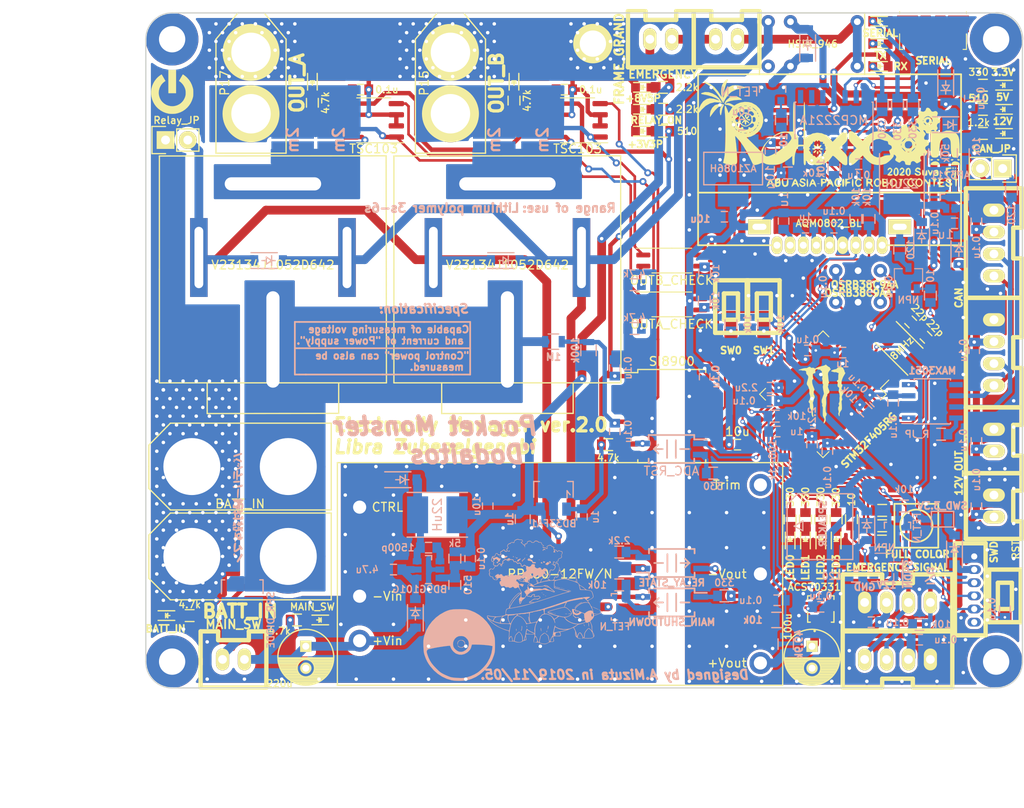
<source format=kicad_pcb>
(kicad_pcb (version 20171130) (host pcbnew "(5.1.4)-1")
  (layers (0 F.Cu signal) (31 B.Cu signal) (34 B.Paste user) (35 F.Paste user) (36 B.SilkS user) (37 F.SilkS user) (38 B.Mask user) (39 F.Mask user) (44 Edge.Cuts user))
  (net 0 "")
  (net 1 GND)
  (net 2 /OSC_IN)
  (net 3 +12V)
  (net 4 +3.3V)
  (net 5 /OSC_OUT)
  (net 6 "Net-(C11-Pad1)")
  (net 7 "Net-(C13-Pad1)")
  (net 8 +5V)
  (net 9 "Net-(C20-Pad2)")
  (net 10 "Net-(C21-Pad2)")
  (net 11 "Net-(C21-Pad1)")
  (net 12 3V3)
  (net 13 GNDPWR)
  (net 14 "Net-(C23-Pad1)")
  (net 15 "Net-(C23-Pad2)")
  (net 16 "Net-(C31-Pad1)")
  (net 17 /24V)
  (net 18 /ADC12_IN4)
  (net 19 "Net-(C35-Pad1)")
  (net 20 /Voltage)
  (net 21 /ADC12_IN5)
  (net 22 /ADC12_IN6)
  (net 23 "Net-(D1-Pad2)")
  (net 24 "Net-(D1-Pad1)")
  (net 25 "Net-(D2-Pad1)")
  (net 26 "Net-(D3-Pad1)")
  (net 27 "Net-(D4-Pad1)")
  (net 28 "Net-(D5-Pad1)")
  (net 29 "Net-(D6-Pad1)")
  (net 30 "Net-(D7-Pad1)")
  (net 31 "Net-(D8-Pad1)")
  (net 32 "Net-(D9-Pad1)")
  (net 33 +BATT)
  (net 34 "Net-(D10-Pad3)")
  (net 35 "Net-(D13-Pad1)")
  (net 36 "Net-(D14-Pad1)")
  (net 37 "Net-(D15-Pad1)")
  (net 38 "Net-(D16-Pad1)")
  (net 39 "Net-(D17-Pad1)")
  (net 40 "Net-(D18-Pad1)")
  (net 41 "Net-(D19-Pad1)")
  (net 42 "Net-(D20-Pad1)")
  (net 43 /Relay_Out)
  (net 44 "Net-(JP3-Pad1)")
  (net 45 /CAN_L)
  (net 46 /SWDIO)
  (net 47 /SWCLK)
  (net 48 /CAN_H)
  (net 49 /Relay_state)
  (net 50 /Fource_shutdown)
  (net 51 /USART1_TX)
  (net 52 /USART1_RX)
  (net 53 "Net-(P10-Pad2)")
  (net 54 /Coil)
  (net 55 "Net-(IC2-Pad3)")
  (net 56 "Net-(Q2-Pad1)")
  (net 57 "Net-(Q3-Pad1)")
  (net 58 "Net-(Q3-Pad3)")
  (net 59 /PB5)
  (net 60 "Net-(R8-Pad1)")
  (net 61 /PC0)
  (net 62 "Net-(IC3-Pad2)")
  (net 63 "Net-(R12-Pad1)")
  (net 64 /PC1)
  (net 65 "Net-(IC2-Pad1)")
  (net 66 /PC3)
  (net 67 /PC4)
  (net 68 /PC5)
  (net 69 /TIM1_CH1)
  (net 70 /TIM1_CH2)
  (net 71 /TIM1_CH3)
  (net 72 /TIM1_CH4)
  (net 73 "Net-(IC4-Pad2)")
  (net 74 /I2C2_SCL)
  (net 75 /I2C2_SDA)
  (net 76 "Net-(IC4-Pad4)")
  (net 77 /FB)
  (net 78 "Net-(R47-Pad2)")
  (net 79 /CAN1_TX)
  (net 80 /CAN1_RX)
  (net 81 "Net-(U1-Pad5)")
  (net 82 "Net-(U2-Pad3)")
  (net 83 /PC2)
  (net 84 /USART2_TX)
  (net 85 /USART2_RX)
  (net 86 "Net-(U2-Pad45)")
  (net 87 "Net-(U2-Pad51)")
  (net 88 "Net-(U2-Pad52)")
  (net 89 "Net-(U2-Pad53)")
  (net 90 "Net-(U2-Pad54)")
  (net 91 "Net-(U2-Pad55)")
  (net 92 "Net-(U2-Pad56)")
  (net 93 "Net-(U4-Pad1)")
  (net 94 "Net-(U6-Pad6)")
  (net 95 "Net-(U6-Pad11)")
  (net 96 "Net-(U6-Pad14)")
  (net 97 "Net-(U6-Pad15)")
  (net 98 "Net-(U9-Pad4)")
  (net 99 "Net-(P1-Pad6)")
  (net 100 "Net-(C25-Pad1)")
  (net 101 /ADC12_IN7)
  (net 102 /PC15)
  (net 103 "Net-(P11-Pad2)")
  (net 104 "Net-(R44-Pad2)")
  (net 105 /PB15)
  (net 106 /PB14)
  (net 107 /PB13)
  (net 108 /PB12)
  (net 109 "Net-(D25-Pad1)")
  (net 110 "Net-(Q7-Pad1)")
  (net 111 "Net-(U19-Pad8)")
  (net 112 "Net-(D26-Pad2)")
  (net 113 "Net-(D27-Pad2)")
  (net 114 "Net-(D28-Pad2)")
  (net 115 "Net-(D29-Pad1)")
  (net 116 "Net-(R59-Pad2)")
  (net 117 "Net-(U19-Pad9)")
  (net 118 "Net-(U19-Pad10)")
  (net 119 /D-)
  (net 120 /D+)
  (net 121 "Net-(U22-Pad3)")
  (net 122 "Net-(J1-Pad6)")
  (net 123 "Net-(J1-Pad4)")
  (net 124 "Net-(R19-Pad2)")
  (net 125 "Net-(R51-Pad2)")
  (net 126 "Net-(R58-Pad2)")
  (net 127 "Net-(C36-Pad1)")
  (net 128 "Net-(C36-Pad2)")
  (net 129 /PC13)
  (net 130 "Net-(R29-Pad2)")
  (net 131 "Net-(Q2-Pad3)")
  (net 132 "Net-(R1-Pad2)")
  (net 133 "Net-(R5-Pad2)")
  (net 134 /PC6)
  (net 135 /PC7)
  (net 136 /PC8)
  (net 137 /PC9)
  (net 138 /ADC12_IN9)
  (net 139 /ADC12_IN8)
  (net 140 "Net-(R21-Pad2)")
  (net 141 "Net-(C30-Pad1)")
  (net 142 /~RST)
  (net 143 OUT_A)
  (net 144 OUT_B)
  (net 145 "Net-(R50-Pad2)")
  (net 146 /OUTB_Current)
  (net 147 /OUTA_Current)
  (net 148 /CoilReadPin_PA15)
  (net 149 "Net-(U2-Pad28)")
  (net 150 /PA1)
  (net 151 /PA0)
  (net 152 +8V)
  (net 153 /To_CurrentA)
  (net 154 /To_CurrentB)
  (module Mizz_lib:WSHP2818 (layer B.Cu) (at 70 112.5 90)
    (fp_text reference R56 hide)
    (fp_text value 2m (at 0 0 90) (layer B.SilkS) (effects (font (size 1.27 1.27) (thickness 0.254)) (justify mirror)))
    (pad 2 smd rect (at 2.1 0 90) (size 3.9 4.85) (layers B.Cu B.Paste B.Mask) (net 143 OUT_A))
    (pad 1 smd rect (at -2.1 0 90) (size 3.9 4.85) (layers B.Cu B.Paste B.Mask) (net 153 /To_CurrentA))
  )
  (module Mizz_lib:WSHP2818 (layer B.Cu) (at 64.75 112.5 90)
    (fp_text reference R55 hide)
    (fp_text value 2m (at 0 0 90) (layer B.SilkS) (effects (font (size 1.27 1.27) (thickness 0.254)) (justify mirror)))
    (pad 1 smd rect (at -2.1 0 90) (size 3.9 4.85) (layers B.Cu B.Paste B.Mask) (net 153 /To_CurrentA))
    (pad 2 smd rect (at 2.1 0 90) (size 3.9 4.85) (layers B.Cu B.Paste B.Mask) (net 143 OUT_A))
  )
  (module Mizz_lib:SOIJ-4_5.3x5.3mm_Pitch1.27mm (layer B.Cu) (at 107.96 147.75 180)
    (fp_text reference IC4 hide)
    (fp_text value ADC_RST (at 0 -2.5) (layer B.SilkS) (effects (justify mirror)))
    (pad 4 smd rect (at 3.3 0.635 180) (size 1.7 0.65) (layers B.Cu B.Paste B.Mask) (net 76 "Net-(IC4-Pad4)"))
    (pad 3 smd rect (at 3.3 -0.635 180) (size 1.7 0.65) (layers B.Cu B.Paste B.Mask) (net 13 GNDPWR))
    (pad 2 smd rect (at -3.3 -0.635 180) (size 1.7 0.65) (layers B.Cu B.Paste B.Mask) (net 73 "Net-(IC4-Pad2)"))
    (pad 1 smd rect (at -3.3 0.635 180) (size 1.7 0.65) (layers B.Cu B.Paste B.Mask) (net 105 /PB15))
  )
  (module Mizz_lib:OSRB38C9AA (layer F.Cu) (at 129.25 127.4 180)
    (fp_text reference U21 hide)
    (fp_text value OSRB38C9AA (at 0 -2.54) (layer F.SilkS) (effects (font (size 0.8 0.8) (thickness 0.2))))
    (pad 1 thru_hole circle (at -2.54 0 180) (size 1.524 1.524) (drill 0.762) (layers *.Cu *.Mask) (net 61 /PC0))
    (pad 2 thru_hole circle (at 0 0 180) (size 1.524 1.524) (drill 0.762) (layers *.Cu *.Mask) (net 1 GND))
    (pad 3 thru_hole circle (at 2.54 0 180) (size 1.524 1.524) (drill 0.762) (layers *.Cu *.Mask) (net 8 +5V))
  )
  (module Mizz_lib:C_0603 (layer F.Cu) (at 135.25 133.25 315)
    (fp_text reference C5 hide)
    (fp_text value 22p (at 0 -1.5 315) (layer F.SilkS) (effects (font (size 0.8 0.8))))
    (pad 1 smd rect (at -0.949999 0 315) (size 1 1.2) (layers F.Cu F.Paste F.Mask) (net 5 /OSC_OUT))
    (pad 2 smd rect (at 0.93 0 315) (size 1 1.2) (layers F.Cu F.Paste F.Mask) (net 1 GND))
  )
  (module Mizz_lib:Crystal_SMD_5032_2Pads (layer F.Cu) (at 134.25 136.25 135)
    (fp_text reference X1 hide)
    (fp_text value 8MHz (at 0 0 -135) (layer F.SilkS) (effects (font (size 0.8 0.8))))
    (pad 2 smd rect (at 2.05 0 135) (size 2 2.4) (layers F.Cu F.Paste F.Mask) (net 5 /OSC_OUT))
    (pad 1 smd rect (at -2.05 0 135) (size 2 2.4) (layers F.Cu F.Paste F.Mask) (net 2 /OSC_IN))
  )
  (module Mizz_lib:C_0603 (layer B.Cu) (at 124 147.25 270)
    (fp_text reference C13 hide)
    (fp_text value 2.2u (at -3 0 270) (layer B.SilkS) (effects (font (size 0.8 0.8)) (justify mirror)))
    (pad 2 smd rect (at 0.93 0 270) (size 1 1.2) (layers B.Cu B.Paste B.Mask) (net 1 GND))
    (pad 1 smd rect (at -0.949999 0 270) (size 1 1.2) (layers B.Cu B.Paste B.Mask) (net 7 "Net-(C13-Pad1)"))
  )
  (module Mizz_lib:R_0603 (layer F.Cu) (at 132 156.5)
    (fp_text reference R5 hide)
    (fp_text value 330)
    (pad 1 smd rect (at -0.78 0) (size 1 1.2) (layers F.Cu F.Paste F.Mask) (net 71 /TIM1_CH3))
    (pad 2 smd rect (at 0.78 0) (size 1 1.2) (layers F.Cu F.Paste F.Mask) (net 133 "Net-(R5-Pad2)"))
  )
  (module Mizz_lib:R_0603 (layer F.Cu) (at 131.97 158.25)
    (fp_text reference R21 hide)
    (fp_text value 330)
    (pad 2 smd rect (at 0.78 0) (size 1 1.2) (layers F.Cu F.Paste F.Mask) (net 140 "Net-(R21-Pad2)"))
    (pad 1 smd rect (at -0.78 0) (size 1 1.2) (layers F.Cu F.Paste F.Mask) (net 70 /TIM1_CH2))
  )
  (module Mizz_lib:R_0603 (layer F.Cu) (at 132 154.75)
    (fp_text reference R1 hide)
    (fp_text value 330)
    (pad 2 smd rect (at 0.78 0) (size 1 1.2) (layers F.Cu F.Paste F.Mask) (net 132 "Net-(R1-Pad2)"))
    (pad 1 smd rect (at -0.78 0) (size 1 1.2) (layers F.Cu F.Paste F.Mask) (net 72 /TIM1_CH4))
  )
  (module Mizz_lib:C_0603 (layer B.Cu) (at 133.25 142.5 270)
    (fp_text reference C4 hide)
    (fp_text value 0.1u (at 2.75 0 270) (layer B.SilkS) (effects (font (size 0.8 0.8)) (justify mirror)))
    (pad 1 smd rect (at -0.95 0 270) (size 1 1.2) (layers B.Cu B.Paste B.Mask) (net 4 +3.3V))
    (pad 2 smd rect (at 0.93 0 270) (size 1 1.2) (layers B.Cu B.Paste B.Mask) (net 1 GND))
  )
  (module Mizz_lib:C_0603 (layer B.Cu) (at 119.25 140.75 180)
    (fp_text reference C11 hide)
    (fp_text value 2.2u (at 2.75 0 180) (layer B.SilkS) (effects (font (size 0.8 0.8)) (justify mirror)))
    (pad 1 smd rect (at -0.949999 0 180) (size 1 1.2) (layers B.Cu B.Paste B.Mask) (net 6 "Net-(C11-Pad1)"))
    (pad 2 smd rect (at 0.93 0 180) (size 1 1.2) (layers B.Cu B.Paste B.Mask) (net 1 GND))
  )
  (module Mizz_lib:Inductor_Taiyo-Yuden_NR-50xx_HandSoldering (layer B.Cu) (at 134.25 117.5 90)
    (fp_text reference L1 hide)
    (fp_text value 22uH (at 0 0) (layer B.SilkS) (effects (justify mirror)))
    (pad 2 smd rect (at 2.25 0 90) (size 2.4 4.2) (layers B.Cu B.Paste B.Mask) (net 35 "Net-(D13-Pad1)"))
    (pad 1 smd rect (at -2.25 0 90) (size 2.4 4.2) (layers B.Cu B.Paste B.Mask) (net 14 "Net-(C23-Pad1)"))
  )
  (module Mizz_lib:C_0603 (layer B.Cu) (at 126.5 122.5)
    (fp_text reference C19 hide)
    (fp_text value 0.1u (at 0 -1.9) (layer B.SilkS) (effects (font (size 0.8 0.8)) (justify mirror)))
    (pad 1 smd rect (at -0.95 0) (size 1 1.2) (layers B.Cu B.Paste B.Mask) (net 4 +3.3V))
    (pad 2 smd rect (at 0.93 0) (size 1 1.2) (layers B.Cu B.Paste B.Mask) (net 1 GND))
  )
  (module Mizz_lib:SOD-123 (layer B.Cu) (at 140.75 125 90)
    (fp_text reference D12 hide)
    (fp_text value DIODE hide)
    (pad 1 smd rect (at -1.635 0 90) (size 0.91 1.22) (layers B.Cu B.Paste B.Mask) (net 3 +12V))
    (pad 2 smd rect (at 1.635 0 90) (size 0.91 1.22) (layers B.Cu B.Paste B.Mask) (net 100 "Net-(C25-Pad1)"))
  )
  (module Mizz_lib:R_0603 (layer B.Cu) (at 120.5 110.25 90)
    (fp_text reference R48 hide)
    (fp_text value 10 (at -2.25 0.25 90) (layer B.SilkS) (effects (font (size 0.8 0.8) (thickness 0.2)) (justify mirror)))
    (pad 1 smd rect (at -0.78 0 90) (size 1 1.2) (layers B.Cu B.Paste B.Mask) (net 83 /PC2))
    (pad 2 smd rect (at 0.78 0 90) (size 1 1.2) (layers B.Cu B.Paste B.Mask) (net 110 "Net-(Q7-Pad1)"))
  )
  (module Mizz_lib:LED_0603 (layer F.Cu) (at 123.25 158.03 90)
    (fp_text reference D6 hide)
    (fp_text value LED1 (at -3.22 0 90) (layer F.SilkS) (effects (font (size 0.8 0.8) (thickness 0.2))))
    (pad 2 smd rect (at -0.88 0 270) (size 1 1.2) (layers F.Cu F.Paste F.Mask) (net 1 GND))
    (pad 1 smd rect (at 0.88 0 270) (size 1 1.2) (layers F.Cu F.Paste F.Mask) (net 29 "Net-(D6-Pad1)"))
  )
  (module Mizz_lib:C_0603 (layer B.Cu) (at 119.25 142.25)
    (fp_text reference C9 hide)
    (fp_text value 0.1u (at -3 0) (layer B.SilkS) (effects (font (size 0.8 0.8)) (justify mirror)))
    (pad 2 smd rect (at 0.93 0) (size 1 1.2) (layers B.Cu B.Paste B.Mask) (net 4 +3.3V))
    (pad 1 smd rect (at -0.95 0) (size 1 1.2) (layers B.Cu B.Paste B.Mask) (net 1 GND))
  )
  (module Mizz_lib:UGCT7525AN4 (layer B.Cu) (at 125.25 156.25 180)
    (fp_text reference SP1 hide)
    (fp_text value SPEAKER (at 0 0 270) (layer B.SilkS) (effects (font (size 0.8 0.8) (thickness 0.2)) (justify mirror)))
    (pad 3 smd rect (at 3.6 -3.6 180) (size 2.3 2.3) (layers B.Cu B.Paste B.Mask))
    (pad 2 smd rect (at -3 -3.6 180) (size 2.3 2.3) (layers B.Cu B.Paste B.Mask) (net 32 "Net-(D9-Pad1)"))
    (pad 1 smd rect (at -3 3 180) (size 2.3 2.3) (layers B.Cu B.Paste B.Mask) (net 4 +3.3V))
  )
  (module Mizz_lib:C_0603 (layer B.Cu) (at 111.75 139.5 270)
    (fp_text reference C27 hide)
    (fp_text value 0.1u (at 0 -1.25 270) (layer B.SilkS) (effects (font (size 0.8 0.8) (thickness 0.2)) (justify mirror)))
    (pad 2 smd rect (at 0.93 0 270) (size 1 1.2) (layers B.Cu B.Paste B.Mask) (net 1 GND))
    (pad 1 smd rect (at -0.95 0 270) (size 1 1.2) (layers B.Cu B.Paste B.Mask) (net 4 +3.3V))
  )
  (module Mizz_lib:C_0603 (layer B.Cu) (at 120 165 180)
    (fp_text reference C44 hide)
    (fp_text value 0.1u (at 3 0 180) (layer B.SilkS) (effects (font (size 0.8 0.8)) (justify mirror)))
    (pad 1 smd rect (at -0.95 0 180) (size 1 1.2) (layers B.Cu B.Paste B.Mask) (net 139 /ADC12_IN8))
    (pad 2 smd rect (at 0.93 0 180) (size 1 1.2) (layers B.Cu B.Paste B.Mask) (net 1 GND))
  )
  (module Mizz_lib:SOT-23 (layer B.Cu) (at 119.5 107 180)
    (fp_text reference Q7 hide)
    (fp_text value FET_N (at 3.75 0 180) (layer B.SilkS) (effects (justify mirror)))
    (pad 1 smd rect (at -0.95 -1.00076 180) (size 0.8001 0.8001) (layers B.Cu B.Paste B.Mask) (net 110 "Net-(Q7-Pad1)"))
    (pad 2 smd rect (at 0.95 -1.00076 180) (size 0.8001 0.8001) (layers B.Cu B.Paste B.Mask) (net 1 GND))
    (pad 3 smd rect (at 0 0.99822 180) (size 0.8001 0.8001) (layers B.Cu B.Paste B.Mask) (net 109 "Net-(D25-Pad1)"))
  )
  (module Mizz_lib:R_0603 (layer B.Cu) (at 146.75 118.25 90)
    (fp_text reference R6 hide)
    (fp_text value 120 (at -2.75 0 90) (layer B.SilkS) (effects (font (size 0.8 0.8)) (justify mirror)))
    (pad 2 smd rect (at 0.78 0 90) (size 1 1.2) (layers B.Cu B.Paste B.Mask) (net 44 "Net-(JP3-Pad1)"))
    (pad 1 smd rect (at -0.78 0 90) (size 1 1.2) (layers B.Cu B.Paste B.Mask) (net 48 /CAN_H))
  )
  (module RP_KiCAD_Connector:XT60_F (layer F.Cu) (at 82.75 106 270)
    (fp_text reference P15 (at 0 3 270) (layer F.SilkS))
    (fp_text value OUT_B (at 0 -5.25 270) (layer F.SilkS) (effects (font (size 1.5 1.5) (thickness 0.375))))
    (pad 1 thru_hole circle (at -3.5 0 270) (size 6.5 6.5) (drill 4.5) (layers *.Cu *.Mask F.SilkS) (net 13 GNDPWR))
    (pad 2 thru_hole circle (at 3.5 0 270) (size 6.5 6.5) (drill 4.5) (layers *.Cu *.Mask F.SilkS) (net 144 OUT_B))
  )
  (module RP_KiCAD_Connector:XT60_M (layer F.Cu) (at 60 106 270)
    (fp_text reference P17 (at 0 3 270) (layer F.SilkS))
    (fp_text value OUT_A (at 0 -5.25 270) (layer F.SilkS) (effects (font (size 1.5 1.5) (thickness 0.375))))
    (pad 2 thru_hole circle (at 3.5 0 270) (size 6.5 6.5) (drill 4.5) (layers *.Cu *.Mask F.SilkS) (net 143 OUT_A))
    (pad 1 thru_hole circle (at -3.5 0 270) (size 6.5 6.5) (drill 4.5) (layers *.Cu *.Mask F.SilkS) (net 13 GNDPWR))
  )
  (module Mizz_lib:GS2 (layer B.Cu) (at 138.885 155.75 90)
    (fp_text reference JP2 hide)
    (fp_text value SWD_3.3V (at 1.524 0) (layer B.SilkS) (effects (font (size 0.8 0.8) (thickness 0.2)) (justify mirror)))
    (pad 2 smd rect (at 0 -0.635 90) (size 1.27 0.9652) (layers B.Cu B.Paste B.Mask) (net 4 +3.3V))
    (pad 1 smd rect (at 0 0.635 90) (size 1.27 0.9652) (layers B.Cu B.Paste B.Mask) (net 23 "Net-(D1-Pad2)"))
  )
  (module Mizz_lib:C_0603 (layer B.Cu) (at 131.25 142.25 135)
    (fp_text reference C12 hide)
    (fp_text value 0.1u (at 2.828427 0 135) (layer B.SilkS) (effects (font (size 0.8 0.8)) (justify mirror)))
    (pad 1 smd rect (at -0.949999 0 135) (size 1 1.2) (layers B.Cu B.Paste B.Mask) (net 1 GND))
    (pad 2 smd rect (at 0.93 0 135) (size 1 1.2) (layers B.Cu B.Paste B.Mask) (net 4 +3.3V))
  )
  (module Mizz_lib:C_0603 (layer B.Cu) (at 120.75 121.75 270)
    (fp_text reference C20 hide)
    (fp_text value 1u (at -2.5 0 270) (layer B.SilkS) (effects (justify mirror)))
    (pad 2 smd rect (at 0.93 0 270) (size 1 1.2) (layers B.Cu B.Paste B.Mask) (net 9 "Net-(C20-Pad2)"))
    (pad 1 smd rect (at -0.95 0 270) (size 1 1.2) (layers B.Cu B.Paste B.Mask) (net 4 +3.3V))
  )
  (module Mizz_lib:C_0603 (layer B.Cu) (at 138 119 90)
    (fp_text reference C23 hide)
    (fp_text value 0.1u (at -3 0 90) (layer B.SilkS) (effects (font (size 0.8 0.8)) (justify mirror)))
    (pad 1 smd rect (at -0.95 0 90) (size 1 1.2) (layers B.Cu B.Paste B.Mask) (net 14 "Net-(C23-Pad1)"))
    (pad 2 smd rect (at 0.93 0 90) (size 1 1.2) (layers B.Cu B.Paste B.Mask) (net 15 "Net-(C23-Pad2)"))
  )
  (module Mizz_lib:C_0603 (layer B.Cu) (at 119.25 113.75 270)
    (fp_text reference C24 hide)
    (fp_text value 10u (at 3 0 270) (layer B.SilkS) (effects (justify mirror)))
    (pad 1 smd rect (at -0.95 0 270) (size 1 1.2) (layers B.Cu B.Paste B.Mask) (net 8 +5V))
    (pad 2 smd rect (at 0.93 0 270) (size 1 1.2) (layers B.Cu B.Paste B.Mask) (net 1 GND))
  )
  (module Mizz_lib:C_0603 (layer B.Cu) (at 140.25 122 180)
    (fp_text reference C25 hide)
    (fp_text value 1u (at 1 -1.25 180) (layer B.SilkS) (effects (justify mirror)))
    (pad 2 smd rect (at 0.93 0 180) (size 1 1.2) (layers B.Cu B.Paste B.Mask) (net 1 GND))
    (pad 1 smd rect (at -0.95 0 180) (size 1 1.2) (layers B.Cu B.Paste B.Mask) (net 100 "Net-(C25-Pad1)"))
  )
  (module Mizz_lib:C_0603 (layer B.Cu) (at 114 121.25 180)
    (fp_text reference C26 hide)
    (fp_text value 10u (at 2.75 -0.25 180) (layer B.SilkS) (effects (font (size 0.8 0.8) (thickness 0.2)) (justify mirror)))
    (pad 1 smd rect (at -0.95 0 180) (size 1 1.2) (layers B.Cu B.Paste B.Mask) (net 4 +3.3V))
    (pad 2 smd rect (at 0.93 0 180) (size 1 1.2) (layers B.Cu B.Paste B.Mask) (net 1 GND))
  )
  (module Mizz_lib:C_0603 (layer F.Cu) (at 115.5 147.25)
    (fp_text reference C28 hide)
    (fp_text value 10u (at 0 -1.5) (layer F.SilkS))
    (pad 2 smd rect (at 0.93 0) (size 1 1.2) (layers F.Cu F.Paste F.Mask) (net 1 GND))
    (pad 1 smd rect (at -0.95 0) (size 1 1.2) (layers F.Cu F.Paste F.Mask) (net 4 +3.3V))
  )
  (module Capacitors_ThroughHole:C_Radial_D6.3_L11.2_P2.5 (layer F.Cu) (at 66.25 170.25 270)
    (fp_text reference C32 hide)
    (fp_text value 220u (at 4.25 3) (layer F.SilkS) (effects (font (size 0.8 0.8))))
    (pad 2 thru_hole circle (at 2.5 0 270) (size 1.3 1.3) (drill 0.8) (layers *.Cu *.Mask F.SilkS) (net 13 GNDPWR))
    (pad 1 thru_hole rect (at 0 0 270) (size 1.3 1.3) (drill 0.8) (layers *.Cu *.Mask F.SilkS) (net 17 /24V))
  )
  (module Capacitors_ThroughHole:C_Radial_D6.3_L11.2_P2.5 (layer F.Cu) (at 124 170.25 270)
    (fp_text reference C35 hide)
    (fp_text value 100u (at -2.25 2.75 90) (layer F.SilkS) (effects (font (size 0.8 0.8))))
    (pad 1 thru_hole rect (at 0 0 270) (size 1.3 1.3) (drill 0.8) (layers *.Cu *.Mask F.SilkS) (net 19 "Net-(C35-Pad1)"))
    (pad 2 thru_hole circle (at 2.5 0 270) (size 1.3 1.3) (drill 0.8) (layers *.Cu *.Mask F.SilkS) (net 1 GND))
  )
  (module Mizz_lib:SOD-123 (layer B.Cu) (at 140.25 159.25 90)
    (fp_text reference D1 hide)
    (fp_text value DIODE hide)
    (pad 2 smd rect (at 1.635 0 90) (size 0.91 1.22) (layers B.Cu B.Paste B.Mask) (net 23 "Net-(D1-Pad2)"))
    (pad 1 smd rect (at -1.635 0 90) (size 0.91 1.22) (layers B.Cu B.Paste B.Mask) (net 24 "Net-(D1-Pad1)"))
  )
  (module Mizz_lib:SOD-123 (layer B.Cu) (at 130.25 156.5 90)
    (fp_text reference D9 hide)
    (fp_text value DIODE hide)
    (pad 1 smd rect (at -1.635 0 90) (size 0.91 1.22) (layers B.Cu B.Paste B.Mask) (net 32 "Net-(D9-Pad1)"))
    (pad 2 smd rect (at 1.635 0 90) (size 0.91 1.22) (layers B.Cu B.Paste B.Mask) (net 4 +3.3V))
  )
  (module Mizz_lib:SOD-123 (layer B.Cu) (at 136.5 123.5 90)
    (fp_text reference D11 hide)
    (fp_text value DIODE hide)
    (pad 2 smd rect (at 1.635 0 90) (size 0.91 1.22) (layers B.Cu B.Paste B.Mask) (net 14 "Net-(C23-Pad1)"))
    (pad 1 smd rect (at -1.635 0 90) (size 0.91 1.22) (layers B.Cu B.Paste B.Mask) (net 1 GND))
  )
  (module Mizz_lib:SOD-123 (layer B.Cu) (at 139.75 110.75)
    (fp_text reference D13 hide)
    (fp_text value DIODE hide)
    (pad 2 smd rect (at 1.635 0) (size 0.91 1.22) (layers B.Cu B.Paste B.Mask) (net 8 +5V))
    (pad 1 smd rect (at -1.635 0) (size 0.91 1.22) (layers B.Cu B.Paste B.Mask) (net 35 "Net-(D13-Pad1)"))
  )
  (module Mizz_lib:SOD-123 (layer B.Cu) (at 78.75 166.5 90)
    (fp_text reference D21 hide)
    (fp_text value DIODE hide)
    (pad 1 smd rect (at -1.635 0 90) (size 0.91 1.22) (layers B.Cu B.Paste B.Mask) (net 17 /24V))
    (pad 2 smd rect (at 1.635 0 90) (size 0.91 1.22) (layers B.Cu B.Paste B.Mask) (net 16 "Net-(C31-Pad1)"))
  )
  (module Mizz_lib:Pin_Header_Straight_1x02 (layer F.Cu) (at 145.75 115.75 270)
    (fp_text reference JP3 hide)
    (fp_text value CAN_JP (at -2.25 1.25) (layer F.SilkS) (effects (font (size 0.8 0.8) (thickness 0.2))))
    (pad 1 thru_hole rect (at 0 0 270) (size 2.032 2.032) (drill 1.016) (layers *.Cu *.Mask F.SilkS) (net 44 "Net-(JP3-Pad1)"))
    (pad 2 thru_hole oval (at 0 2.54 270) (size 2.032 2.032) (drill 1.016) (layers *.Cu *.Mask F.SilkS) (net 45 /CAN_L))
  )
  (module Mizz_lib:XA_4T (layer F.Cu) (at 144.75 128 90)
    (fp_text reference P3 hide)
    (fp_text value CAN)
    (pad 4 thru_hole oval (at 0 0 90) (size 1.5 2.5) (drill 1) (layers *.Cu *.Mask F.SilkS) (net 45 /CAN_L))
    (pad 3 thru_hole oval (at 2.5 0 90) (size 1.5 2.5) (drill 1) (layers *.Cu *.Mask F.SilkS) (net 48 /CAN_H))
    (pad 2 thru_hole oval (at 5 0 90) (size 1.5 2.5) (drill 1) (layers *.Cu *.Mask F.SilkS) (net 3 +12V))
    (pad 1 thru_hole oval (at 7.5 0 90) (size 1.5 2.5) (drill 1) (layers *.Cu *.Mask F.SilkS) (net 1 GND))
  )
  (module Mizz_lib:XA_2T (layer F.Cu) (at 59.25 171.75 180)
    (fp_text reference P9 hide)
    (fp_text value MAIN_SW (at 1.25 4 180) (layer F.SilkS) (effects (font (thickness 0.2))))
    (pad 2 thru_hole oval (at 0 0 180) (size 1.5 2.5) (drill 1) (layers *.Cu *.Mask F.SilkS) (net 17 /24V))
    (pad 1 thru_hole oval (at 2.5 0 180) (size 1.5 2.5) (drill 1) (layers *.Cu *.Mask F.SilkS) (net 34 "Net-(D10-Pad3)"))
  )
  (module Mizz_lib:XT90PB (layer F.Cu) (at 58.75 160 180)
    (fp_text reference P13 hide)
    (fp_text value BATT_IN (at 0 -6.25 180) (layer F.SilkS) (effects (font (size 1.5 1.5) (thickness 0.375))))
    (pad 1 thru_hole circle (at 5.5 0 180) (size 8.5 8.5) (drill 6.5) (layers *.Cu *.Mask) (net 13 GNDPWR))
    (pad 2 thru_hole circle (at -5.5 0 180) (size 8.5 8.5) (drill 6.5) (layers *.Cu *.Mask) (net 33 +BATT))
  )
  (module Mizz_lib:XT90PB (layer F.Cu) (at 58.75 149.75 180)
    (fp_text reference P16 hide)
    (fp_text value BATT_IN (at 0 -4.25 180) (layer F.SilkS))
    (pad 2 thru_hole circle (at -5.5 0 180) (size 8.5 8.5) (drill 6.5) (layers *.Cu *.Mask) (net 33 +BATT))
    (pad 1 thru_hole circle (at 5.5 0 180) (size 8.5 8.5) (drill 6.5) (layers *.Cu *.Mask) (net 13 GNDPWR))
  )
  (module Mizz_lib:SW_SPST_CK_RS282G05A3 (layer F.Cu) (at 146 164.5 270)
    (fp_text reference SW1 hide)
    (fp_text value RST (at -5.25 -1.25 270) (layer F.SilkS) (effects (font (size 0.8 0.8))))
    (pad 2 smd rect (at -2.8 0 270) (size 2.6 1.5) (layers F.Cu F.Paste F.Mask) (net 1 GND))
    (pad 1 smd rect (at 2.8 0 270) (size 2.6 1.5) (layers F.Cu F.Paste F.Mask) (net 142 /~RST))
  )
  (module Mizz_lib:TSOT-6-MK06A (layer B.Cu) (at 140.25 119)
    (fp_text reference U5 hide)
    (fp_text value AP3211 (at -0.5 -2.5) (layer B.SilkS) (effects (font (size 0.8 0.8)) (justify mirror)))
    (pad 6 smd rect (at -0.94996 1.30048) (size 0.69088 1.00076) (layers B.Cu B.Paste B.Mask) (net 14 "Net-(C23-Pad1)"))
    (pad 5 smd rect (at 0 1.30048) (size 0.69088 1.00076) (layers B.Cu B.Paste B.Mask) (net 100 "Net-(C25-Pad1)"))
    (pad 4 smd rect (at 0.94996 1.30048) (size 0.69088 1.00076) (layers B.Cu B.Paste B.Mask) (net 100 "Net-(C25-Pad1)"))
    (pad 3 smd rect (at 0.94996 -1.30048) (size 0.69088 1.00076) (layers B.Cu B.Paste B.Mask) (net 77 /FB))
    (pad 2 smd rect (at 0 -1.30048) (size 0.69088 1.00076) (layers B.Cu B.Paste B.Mask) (net 1 GND))
    (pad 1 smd rect (at -0.94996 -1.30048) (size 0.69088 1.00076) (layers B.Cu B.Paste B.Mask) (net 15 "Net-(C23-Pad2)"))
  )
  (module Mizz_lib:AZ1086H (layer B.Cu) (at 115 115.75)
    (fp_text reference U7 hide)
    (fp_text value AZ1086H (at 0 0) (layer B.SilkS) (effects (font (size 0.8 0.8)) (justify mirror)))
    (pad 2 smd rect (at 0 -2.9) (size 1.2 2) (layers B.Cu B.Paste B.Mask) (net 4 +3.3V))
    (pad 1 smd rect (at -2.3 -2.9) (size 1.2 2) (layers B.Cu B.Paste B.Mask) (net 1 GND))
    (pad 3 smd rect (at 2.3 -2.9) (size 1.2 2) (layers B.Cu B.Paste B.Mask) (net 8 +5V))
    (pad 2 smd rect (at 0 3.1) (size 3.5 2.5) (layers B.Cu B.Paste B.Mask) (net 4 +3.3V))
  )
  (module Mizz_lib:V23134J1052D642 (layer F.Cu) (at 62.5 127.25)
    (fp_text reference U8 hide)
    (fp_text value V23134J1052D642 (at 0 -0.5) (layer F.SilkS))
    (pad 30 thru_hole rect (at 0 8) (size 3 13) (drill oval 1.5 11) (layers *.Cu *.Mask) (net 33 +BATT))
    (pad 86 thru_hole rect (at -8.45 -1.35) (size 2 9) (drill oval 1 7) (layers *.Cu *.Mask) (net 43 /Relay_Out))
    (pad 85 thru_hole rect (at 8.45 -1.35) (size 2 9) (drill oval 1 7) (layers *.Cu *.Mask) (net 54 /Coil))
    (pad 87 thru_hole rect (at 0 -9.75 90) (size 3 13) (drill oval 1.5 11) (layers *.Cu *.Mask) (net 153 /To_CurrentA))
  )
  (module Mizz_lib:V23134J1052D642 (layer F.Cu) (at 89.25 127.25)
    (fp_text reference U12 hide)
    (fp_text value V23134J1052D642 (at 0 -0.5) (layer F.SilkS))
    (pad 87 thru_hole rect (at 0 -9.75 90) (size 3 13) (drill oval 1.5 11) (layers *.Cu *.Mask) (net 154 /To_CurrentB))
    (pad 85 thru_hole rect (at 8.45 -1.35) (size 2 9) (drill oval 1 7) (layers *.Cu *.Mask) (net 54 /Coil))
    (pad 86 thru_hole rect (at -8.45 -1.35) (size 2 9) (drill oval 1 7) (layers *.Cu *.Mask) (net 43 /Relay_Out))
    (pad 30 thru_hole rect (at 0 8) (size 3 13) (drill oval 1.5 11) (layers *.Cu *.Mask) (net 33 +BATT))
  )
  (module Mizz_lib:SOIJ-4_5.3x5.3mm_Pitch1.27mm (layer B.Cu) (at 108 165.25 180)
    (fp_text reference IC2 hide)
    (fp_text value MAIN_SHUTDOWN (at 0 -2.25 180) (layer B.SilkS) (effects (font (size 0.8 0.8) (thickness 0.2)) (justify mirror)))
    (pad 1 smd rect (at -3.3 0.635 180) (size 1.7 0.65) (layers B.Cu B.Paste B.Mask) (net 65 "Net-(IC2-Pad1)"))
    (pad 2 smd rect (at -3.3 -0.635 180) (size 1.7 0.65) (layers B.Cu B.Paste B.Mask) (net 1 GND))
    (pad 3 smd rect (at 3.3 -0.635 180) (size 1.7 0.65) (layers B.Cu B.Paste B.Mask) (net 55 "Net-(IC2-Pad3)"))
    (pad 4 smd rect (at 3.3 0.635 180) (size 1.7 0.65) (layers B.Cu B.Paste B.Mask) (net 152 +8V))
  )
  (module Mizz_lib:SOIJ-4_5.3x5.3mm_Pitch1.27mm (layer B.Cu) (at 108 160.75)
    (fp_text reference IC3 hide)
    (fp_text value RELAY_STATE (at 0 2.25) (layer B.SilkS) (effects (font (size 0.8 0.8) (thickness 0.2)) (justify mirror)))
    (pad 4 smd rect (at 3.3 0.635) (size 1.7 0.65) (layers B.Cu B.Paste B.Mask) (net 49 /Relay_state))
    (pad 3 smd rect (at 3.3 -0.635) (size 1.7 0.65) (layers B.Cu B.Paste B.Mask) (net 1 GND))
    (pad 2 smd rect (at -3.3 -0.635) (size 1.7 0.65) (layers B.Cu B.Paste B.Mask) (net 62 "Net-(IC3-Pad2)"))
    (pad 1 smd rect (at -3.3 0.635) (size 1.7 0.65) (layers B.Cu B.Paste B.Mask) (net 54 /Coil))
  )
  (module Mizz_lib:ZH_6T (layer F.Cu) (at 142.5 160 270)
    (fp_text reference P1 hide)
    (fp_text value SWD (at -0.5 -2.25 270) (layer F.SilkS) (effects (font (size 0.8 0.8) (thickness 0.2))))
    (pad 1 thru_hole oval (at 0 0 270) (size 1 1.524) (drill 0.7) (layers *.Cu *.Mask) (net 1 GND))
    (pad 2 thru_hole oval (at 1.5 0 270) (size 1 1.524) (drill 0.7) (layers *.Cu *.Mask) (net 24 "Net-(D1-Pad1)"))
    (pad 3 thru_hole oval (at 3 0 270) (size 1 1.524) (drill 0.7) (layers *.Cu *.Mask) (net 47 /SWCLK))
    (pad 4 thru_hole oval (at 4.5 0 270) (size 1 1.524) (drill 0.7) (layers *.Cu *.Mask) (net 46 /SWDIO))
    (pad 5 thru_hole oval (at 6 0 270) (size 1 1.524) (drill 0.7) (layers *.Cu *.Mask) (net 142 /~RST))
    (pad 6 thru_hole oval (at 7.5 0 270) (size 1 1.524) (drill 0.7) (layers *.Cu *.Mask) (net 99 "Net-(P1-Pad6)"))
  )
  (module Mizz_lib:C_0603 (layer F.Cu) (at 137 135 135)
    (fp_text reference C1 hide)
    (fp_text value 22p (at 0 1.5 135) (layer F.SilkS) (effects (font (size 0.8 0.8))))
    (pad 1 smd rect (at -0.949999 0 135) (size 1 1.2) (layers F.Cu F.Paste F.Mask) (net 2 /OSC_IN))
    (pad 2 smd rect (at 0.93 0 135) (size 1 1.2) (layers F.Cu F.Paste F.Mask) (net 1 GND))
  )
  (module Mizz_lib:C_0603 (layer B.Cu) (at 142.5 136.5 270)
    (fp_text reference C2 hide)
    (fp_text value 0.1u (at 0 1.25 270) (layer B.SilkS) (effects (font (size 0.8 0.8)) (justify mirror)))
    (pad 1 smd rect (at -0.95 0 270) (size 1 1.2) (layers B.Cu B.Paste B.Mask) (net 3 +12V))
    (pad 2 smd rect (at 0.93 0 270) (size 1 1.2) (layers B.Cu B.Paste B.Mask) (net 1 GND))
  )
  (module Mizz_lib:C_0603 (layer B.Cu) (at 146 166 90)
    (fp_text reference C3 hide)
    (fp_text value 0.1u (at 0 -1.5 90) (layer B.SilkS) (effects (font (size 0.8 0.8)) (justify mirror)))
    (pad 1 smd rect (at -0.95 0 90) (size 1 1.2) (layers B.Cu B.Paste B.Mask) (net 142 /~RST))
    (pad 2 smd rect (at 0.93 0 90) (size 1 1.2) (layers B.Cu B.Paste B.Mask) (net 1 GND))
  )
  (module Mizz_lib:C_0603 (layer B.Cu) (at 142.75 121.75 90)
    (fp_text reference C6 hide)
    (fp_text value 0.1u (at -3 0 90) (layer B.SilkS) (effects (font (size 0.8 0.8)) (justify mirror)))
    (pad 2 smd rect (at 0.93 0 90) (size 1 1.2) (layers B.Cu B.Paste B.Mask) (net 1 GND))
    (pad 1 smd rect (at -0.95 0 90) (size 1 1.2) (layers B.Cu B.Paste B.Mask) (net 3 +12V))
  )
  (module Mizz_lib:C_0603 (layer B.Cu) (at 136.25 169.5)
    (fp_text reference C7 hide)
    (fp_text value 0.1u (at 3 0) (layer B.SilkS) (effects (font (size 0.8 0.8)) (justify mirror)))
    (pad 2 smd rect (at 0.93 0) (size 1 1.2) (layers B.Cu B.Paste B.Mask) (net 1 GND))
    (pad 1 smd rect (at -0.95 0) (size 1 1.2) (layers B.Cu B.Paste B.Mask) (net 3 +12V))
  )
  (module Mizz_lib:C_0603 (layer B.Cu) (at 123.5 136.5)
    (fp_text reference C8 hide)
    (fp_text value 0.1u (at 0 -1.25) (layer B.SilkS) (effects (font (size 0.8 0.8)) (justify mirror)))
    (pad 1 smd rect (at -0.95 0) (size 1 1.2) (layers B.Cu B.Paste B.Mask) (net 1 GND))
    (pad 2 smd rect (at 0.93 0) (size 1 1.2) (layers B.Cu B.Paste B.Mask) (net 4 +3.3V))
  )
  (module Mizz_lib:C_0603 (layer B.Cu) (at 125.75 148 90)
    (fp_text reference C10 hide)
    (fp_text value 0.1u (at -3 0 90) (layer B.SilkS) (effects (font (size 0.8 0.8)) (justify mirror)))
    (pad 2 smd rect (at 0.93 0 90) (size 1 1.2) (layers B.Cu B.Paste B.Mask) (net 4 +3.3V))
    (pad 1 smd rect (at -0.95 0 90) (size 1 1.2) (layers B.Cu B.Paste B.Mask) (net 1 GND))
  )
  (module Mizz_lib:C_0603 (layer B.Cu) (at 130.75 167.5 180)
    (fp_text reference C14 hide)
    (fp_text value 0.1u (at -3 0 180) (layer B.SilkS) (effects (font (size 0.8 0.8)) (justify mirror)))
    (pad 2 smd rect (at 0.93 0 180) (size 1 1.2) (layers B.Cu B.Paste B.Mask) (net 1 GND))
    (pad 1 smd rect (at -0.95 0 180) (size 1 1.2) (layers B.Cu B.Paste B.Mask) (net 3 +12V))
  )
  (module Mizz_lib:C_0603 (layer B.Cu) (at 127.5 136.75 180)
    (fp_text reference C15 hide)
    (fp_text value 1u (at 0 -1.25 180) (layer B.SilkS) (effects (font (size 0.8 0.8)) (justify mirror)))
    (pad 2 smd rect (at 0.93 0 180) (size 1 1.2) (layers B.Cu B.Paste B.Mask) (net 4 +3.3V))
    (pad 1 smd rect (at -0.95 0 180) (size 1 1.2) (layers B.Cu B.Paste B.Mask) (net 1 GND))
  )
  (module Mizz_lib:C_0603 (layer B.Cu) (at 142.75 154.25 90)
    (fp_text reference C16 hide)
    (fp_text value 0.1u (at 3 0 90) (layer B.SilkS) (effects (font (size 0.8 0.8)) (justify mirror)))
    (pad 2 smd rect (at 0.93 0 90) (size 1 1.2) (layers B.Cu B.Paste B.Mask) (net 1 GND))
    (pad 1 smd rect (at -0.95 0 90) (size 1 1.2) (layers B.Cu B.Paste B.Mask) (net 3 +12V))
  )
  (module Mizz_lib:C_0603 (layer B.Cu) (at 142.75 146.8 90)
    (fp_text reference C17 hide)
    (fp_text value 0.1u (at 0.05 -1.5 90) (layer B.SilkS) (effects (font (size 0.8 0.8)) (justify mirror)))
    (pad 1 smd rect (at -0.95 0 90) (size 1 1.2) (layers B.Cu B.Paste B.Mask) (net 3 +12V))
    (pad 2 smd rect (at 0.93 0 90) (size 1 1.2) (layers B.Cu B.Paste B.Mask) (net 1 GND))
  )
  (module Mizz_lib:C_0603 (layer B.Cu) (at 129.32 115.25)
    (fp_text reference C18 hide)
    (fp_text value 0.1u (at 0 1.25) (layer B.SilkS) (effects (font (size 0.8 0.8)) (justify mirror)))
    (pad 1 smd rect (at -0.95 0) (size 1 1.2) (layers B.Cu B.Paste B.Mask) (net 1 GND))
    (pad 2 smd rect (at 0.93 0) (size 1 1.2) (layers B.Cu B.Paste B.Mask) (net 4 +3.3V))
  )
  (module Mizz_lib:C_0603 (layer B.Cu) (at 123.25 122.5 180)
    (fp_text reference C21 hide)
    (fp_text value 1u (at 0 1.25 180) (layer B.SilkS) (effects (font (size 0.8 0.8)) (justify mirror)))
    (pad 2 smd rect (at 0.93 0 180) (size 1 1.2) (layers B.Cu B.Paste B.Mask) (net 10 "Net-(C21-Pad2)"))
    (pad 1 smd rect (at -0.95 0 180) (size 1 1.2) (layers B.Cu B.Paste B.Mask) (net 11 "Net-(C21-Pad1)"))
  )
  (module Mizz_lib:C_0603 (layer B.Cu) (at 142 107.75 90)
    (fp_text reference C29 hide)
    (fp_text value 0.1u (at 0 1.25 90) (layer B.SilkS) (effects (font (size 0.8 0.8)) (justify mirror)))
    (pad 2 smd rect (at 0.93 0 90) (size 1 1.2) (layers B.Cu B.Paste B.Mask) (net 1 GND))
    (pad 1 smd rect (at -0.95 0 90) (size 1 1.2) (layers B.Cu B.Paste B.Mask) (net 8 +5V))
  )
  (module Mizz_lib:C_0603 (layer B.Cu) (at 85 160.25 90)
    (fp_text reference C30 hide)
    (fp_text value 0.1u (at 0 1.25 90) (layer B.SilkS) (effects (font (size 0.8 0.8)) (justify mirror)))
    (pad 2 smd rect (at 0.93 0 90) (size 1 1.2) (layers B.Cu B.Paste B.Mask) (net 152 +8V))
    (pad 1 smd rect (at -0.95 0 90) (size 1 1.2) (layers B.Cu B.Paste B.Mask) (net 141 "Net-(C30-Pad1)"))
  )
  (module Mizz_lib:C_0603 (layer B.Cu) (at 76.25 161.5 180)
    (fp_text reference C31 hide)
    (fp_text value 4.7u (at 3 0 180) (layer B.SilkS) (effects (font (size 0.8 0.8)) (justify mirror)))
    (pad 2 smd rect (at 0.93 0 180) (size 1 1.2) (layers B.Cu B.Paste B.Mask) (net 13 GNDPWR))
    (pad 1 smd rect (at -0.95 0 180) (size 1 1.2) (layers B.Cu B.Paste B.Mask) (net 16 "Net-(C31-Pad1)"))
  )
  (module Mizz_lib:C_0603 (layer B.Cu) (at 101.5 145.75 270)
    (fp_text reference C38 hide)
    (fp_text value 0.1u (at 0 -1.5 270) (layer B.SilkS) (effects (font (size 0.8 0.8)) (justify mirror)))
    (pad 1 smd rect (at -0.95 0 270) (size 1 1.2) (layers B.Cu B.Paste B.Mask) (net 20 /Voltage))
    (pad 2 smd rect (at 0.93 0 270) (size 1 1.2) (layers B.Cu B.Paste B.Mask) (net 13 GNDPWR))
  )
  (module Mizz_lib:C_0603 (layer B.Cu) (at 125 165.75)
    (fp_text reference C41 hide)
    (fp_text value 0.1u (at 0 -1.25) (layer B.SilkS) (effects (font (size 0.8 0.8)) (justify mirror)))
    (pad 2 smd rect (at 0.93 0) (size 1 1.2) (layers B.Cu B.Paste B.Mask) (net 1 GND))
    (pad 1 smd rect (at -0.95 0) (size 1 1.2) (layers B.Cu B.Paste B.Mask) (net 4 +3.3V))
  )
  (module Mizz_lib:C_0603 (layer B.Cu) (at 120 145.75)
    (fp_text reference C42 hide)
    (fp_text value 1u (at 2.25 0) (layer B.SilkS) (effects (font (size 0.8 0.8)) (justify mirror)))
    (pad 1 smd rect (at -0.95 0) (size 1 1.2) (layers B.Cu B.Paste B.Mask) (net 138 /ADC12_IN9))
    (pad 2 smd rect (at 0.93 0) (size 1 1.2) (layers B.Cu B.Paste B.Mask) (net 1 GND))
  )
  (module Mizz_lib:C_0603 (layer B.Cu) (at 97.75 155.5 90)
    (fp_text reference C43 hide)
    (fp_text value 1u (at 0 1.5 90) (layer B.SilkS) (effects (font (size 0.8 0.8)) (justify mirror)))
    (pad 1 smd rect (at -0.95 0 90) (size 1 1.2) (layers B.Cu B.Paste B.Mask) (net 13 GNDPWR))
    (pad 2 smd rect (at 0.93 0 90) (size 1 1.2) (layers B.Cu B.Paste B.Mask) (net 12 3V3))
  )
  (module Mizz_lib:LED_0603 (layer F.Cu) (at 145.75 111.75 180)
    (fp_text reference D2 hide)
    (fp_text value 12V (at 0 1.4 180) (layer F.SilkS) (effects (font (size 0.8 0.8) (thickness 0.2))))
    (pad 1 smd rect (at 0.88 0) (size 1 1.2) (layers F.Cu F.Paste F.Mask) (net 25 "Net-(D2-Pad1)"))
    (pad 2 smd rect (at -0.88 0) (size 1 1.2) (layers F.Cu F.Paste F.Mask) (net 1 GND))
  )
  (module Mizz_lib:LED_0603 (layer F.Cu) (at 145.75 109 180)
    (fp_text reference D3 hide)
    (fp_text value 5V (at 0 1.4 180) (layer F.SilkS) (effects (font (size 0.8 0.8) (thickness 0.2))))
    (pad 2 smd rect (at -0.88 0) (size 1 1.2) (layers F.Cu F.Paste F.Mask) (net 1 GND))
    (pad 1 smd rect (at 0.88 0) (size 1 1.2) (layers F.Cu F.Paste F.Mask) (net 26 "Net-(D3-Pad1)"))
  )
  (module Mizz_lib:LED_0603 (layer F.Cu) (at 145.75 106.25 180)
    (fp_text reference D4 hide)
    (fp_text value 3.3V (at 0 1.5 180) (layer F.SilkS) (effects (font (size 0.8 0.8) (thickness 0.2))))
    (pad 1 smd rect (at 0.88 0) (size 1 1.2) (layers F.Cu F.Paste F.Mask) (net 27 "Net-(D4-Pad1)"))
    (pad 2 smd rect (at -0.88 0) (size 1 1.2) (layers F.Cu F.Paste F.Mask) (net 1 GND))
  )
  (module Mizz_lib:LED_0603 (layer F.Cu) (at 121.5 158.03 90)
    (fp_text reference D5 hide)
    (fp_text value LED0 (at -3.22 0 90) (layer F.SilkS) (effects (font (size 0.8 0.8) (thickness 0.2))))
    (pad 1 smd rect (at 0.88 0 270) (size 1 1.2) (layers F.Cu F.Paste F.Mask) (net 28 "Net-(D5-Pad1)"))
    (pad 2 smd rect (at -0.88 0 270) (size 1 1.2) (layers F.Cu F.Paste F.Mask) (net 1 GND))
  )
  (module Mizz_lib:LED_0603 (layer F.Cu) (at 125 158.03 90)
    (fp_text reference D7 hide)
    (fp_text value LED2 (at -3.22 0 90) (layer F.SilkS) (effects (font (size 0.8 0.8) (thickness 0.2))))
    (pad 1 smd rect (at 0.88 0 270) (size 1 1.2) (layers F.Cu F.Paste F.Mask) (net 30 "Net-(D7-Pad1)"))
    (pad 2 smd rect (at -0.88 0 270) (size 1 1.2) (layers F.Cu F.Paste F.Mask) (net 1 GND))
  )
  (module Mizz_lib:LED_0603 (layer F.Cu) (at 126.75 158.03 90)
    (fp_text reference D8 hide)
    (fp_text value LED3 (at -3.22 0 90) (layer F.SilkS) (effects (font (size 0.8 0.8) (thickness 0.2))))
    (pad 2 smd rect (at -0.88 0 270) (size 1 1.2) (layers F.Cu F.Paste F.Mask) (net 1 GND))
    (pad 1 smd rect (at 0.88 0 270) (size 1 1.2) (layers F.Cu F.Paste F.Mask) (net 31 "Net-(D8-Pad1)"))
  )
  (module TO_SOT_Packages_SMD:TO-277A (layer B.Cu) (at 59 166)
    (fp_text reference D10 hide)
    (fp_text value SBR_DIODE (at 3.25 1.25 90) (layer B.SilkS) (effects (font (size 0.8 0.8)) (justify mirror)))
    (pad 1 smd rect (at 1.04 -2.765) (size 1.4 1.27) (layers B.Cu B.Paste B.Mask) (net 33 +BATT))
    (pad 3 smd rect (at 0 1.04) (size 4.72 4.8) (layers B.Cu B.Paste B.Mask) (net 34 "Net-(D10-Pad3)"))
    (pad 2 smd rect (at -1.04 -2.765) (size 1.4 1.27) (layers B.Cu B.Paste B.Mask) (net 33 +BATT))
  )
  (module Mizz_lib:LED_0603 (layer F.Cu) (at 50.5 166.75)
    (fp_text reference D14 hide)
    (fp_text value BATT_IN (at -0.25 1.5) (layer F.SilkS) (effects (font (size 0.8 0.8) (thickness 0.2))))
    (pad 1 smd rect (at 0.88 0 180) (size 1 1.2) (layers F.Cu F.Paste F.Mask) (net 36 "Net-(D14-Pad1)"))
    (pad 2 smd rect (at -0.88 0 180) (size 1 1.2) (layers F.Cu F.Paste F.Mask) (net 13 GNDPWR))
  )
  (module Mizz_lib:LED_0603 (layer F.Cu) (at 67.75 167.25 180)
    (fp_text reference D15 hide)
    (fp_text value MAIN_SW (at 0.75 1.5 180) (layer F.SilkS) (effects (font (size 0.8 0.8))))
    (pad 1 smd rect (at 0.88 0) (size 1 1.2) (layers F.Cu F.Paste F.Mask) (net 37 "Net-(D15-Pad1)"))
    (pad 2 smd rect (at -0.88 0) (size 1 1.2) (layers F.Cu F.Paste F.Mask) (net 13 GNDPWR))
  )
  (module Mizz_lib:LED_0603 (layer F.Cu) (at 67 106 270)
    (fp_text reference D16 hide)
    (fp_text value POWER_OUT)
    (pad 2 smd rect (at -0.88 0 90) (size 1 1.2) (layers F.Cu F.Paste F.Mask) (net 13 GNDPWR))
    (pad 1 smd rect (at 0.88 0 90) (size 1 1.2) (layers F.Cu F.Paste F.Mask) (net 38 "Net-(D16-Pad1)"))
  )
  (module Mizz_lib:LED_0603 (layer F.Cu) (at 90 106 270)
    (fp_text reference D17 hide)
    (fp_text value FUN_OUT)
    (pad 1 smd rect (at 0.88 0 90) (size 1 1.2) (layers F.Cu F.Paste F.Mask) (net 39 "Net-(D17-Pad1)"))
    (pad 2 smd rect (at -0.88 0 90) (size 1 1.2) (layers F.Cu F.Paste F.Mask) (net 13 GNDPWR))
  )
  (module Mizz_lib:LED_0603 (layer F.Cu) (at 104.74 108.99)
    (fp_text reference D18 hide)
    (fp_text value RELAY_ON (at 1.5 1.25) (layer F.SilkS) (effects (font (size 0.8 0.8) (thickness 0.2))))
    (pad 2 smd rect (at -0.88 0 180) (size 1 1.2) (layers F.Cu F.Paste F.Mask) (net 13 GNDPWR))
    (pad 1 smd rect (at 0.88 0 180) (size 1 1.2) (layers F.Cu F.Paste F.Mask) (net 40 "Net-(D18-Pad1)"))
  )
  (module Mizz_lib:LED_0603 (layer F.Cu) (at 104.74 106.49)
    (fp_text reference D19 hide)
    (fp_text value +8V5P (at 0 1.25) (layer F.SilkS) (effects (font (size 0.8 0.8) (thickness 0.2))))
    (pad 2 smd rect (at -0.88 0 180) (size 1 1.2) (layers F.Cu F.Paste F.Mask) (net 13 GNDPWR))
    (pad 1 smd rect (at 0.88 0 180) (size 1 1.2) (layers F.Cu F.Paste F.Mask) (net 41 "Net-(D19-Pad1)"))
  )
  (module Mizz_lib:LED_0603 (layer F.Cu) (at 104.74 111.49)
    (fp_text reference D20 hide)
    (fp_text value +3V3P (at 0.25 1.5) (layer F.SilkS) (effects (font (size 0.8 0.8) (thickness 0.2))))
    (pad 2 smd rect (at -0.88 0 180) (size 1 1.2) (layers F.Cu F.Paste F.Mask) (net 13 GNDPWR))
    (pad 1 smd rect (at 0.88 0 180) (size 1 1.2) (layers F.Cu F.Paste F.Mask) (net 42 "Net-(D20-Pad1)"))
  )
  (module Mizz_lib:Pin_Header_Straight_1x02 (layer F.Cu) (at 50.25 112.5 90)
    (fp_text reference JP1 hide)
    (fp_text value Relay_JP (at 2.25 1.25 -180) (layer F.SilkS) (effects (font (size 0.8 0.8))))
    (pad 1 thru_hole rect (at 0 0 90) (size 2.032 2.032) (drill 1.016) (layers *.Cu *.Mask F.SilkS) (net 13 GNDPWR))
    (pad 2 thru_hole oval (at 0 2.54 90) (size 2.032 2.032) (drill 1.016) (layers *.Cu *.Mask F.SilkS) (net 43 /Relay_Out))
  )
  (module Mizz_lib:Inductor_Taiyo-Yuden_NR-50xx_HandSoldering (layer B.Cu) (at 81.25 155.25)
    (fp_text reference L2 hide)
    (fp_text value 22uH (at 0 0 -90) (layer B.SilkS) (effects (justify mirror)))
    (pad 1 smd rect (at -2.25 0) (size 2.4 4.2) (layers B.Cu B.Paste B.Mask) (net 128 "Net-(C36-Pad2)"))
    (pad 2 smd rect (at 2.25 0) (size 2.4 4.2) (layers B.Cu B.Paste B.Mask) (net 152 +8V))
  )
  (module Mizz_lib:XA_4T (layer F.Cu) (at 137.5 165.25 180)
    (fp_text reference P5 hide)
    (fp_text value EMERGENCY_SIGNAL (at 3.75 4 180) (layer F.SilkS) (effects (font (size 0.8 0.8) (thickness 0.2))))
    (pad 4 thru_hole oval (at 0 0 180) (size 1.5 2.5) (drill 1) (layers *.Cu *.Mask F.SilkS) (net 49 /Relay_state))
    (pad 3 thru_hole oval (at 2.5 0 180) (size 1.5 2.5) (drill 1) (layers *.Cu *.Mask F.SilkS) (net 50 /Fource_shutdown))
    (pad 2 thru_hole oval (at 5 0 180) (size 1.5 2.5) (drill 1) (layers *.Cu *.Mask F.SilkS) (net 3 +12V))
    (pad 1 thru_hole oval (at 7.5 0 180) (size 1.5 2.5) (drill 1) (layers *.Cu *.Mask F.SilkS) (net 1 GND))
  )
  (module Mizz_lib:XA_2T (layer F.Cu) (at 144.75 155.5 90)
    (fp_text reference P6 hide)
    (fp_text value 12V_OUT (at 5 -4 90) (layer F.SilkS) (effects (font (size 0.8 0.8) (thickness 0.2))))
    (pad 1 thru_hole oval (at 2.5 0 90) (size 1.5 2.5) (drill 1) (layers *.Cu *.Mask F.SilkS) (net 1 GND))
    (pad 2 thru_hole oval (at 0 0 90) (size 1.5 2.5) (drill 1) (layers *.Cu *.Mask F.SilkS) (net 3 +12V))
  )
  (module Mizz_lib:XA_2T (layer F.Cu) (at 144.75 148 90)
    (fp_text reference P7 hide)
    (fp_text value 12V_OUT hide)
    (pad 2 thru_hole oval (at 0 0 90) (size 1.5 2.5) (drill 1) (layers *.Cu *.Mask F.SilkS) (net 3 +12V))
    (pad 1 thru_hole oval (at 2.5 0 90) (size 1.5 2.5) (drill 1) (layers *.Cu *.Mask F.SilkS) (net 1 GND))
  )
  (module Mizz_lib:XA_2T (layer F.Cu) (at 108 101 180)
    (fp_text reference P10 hide)
    (fp_text value EMERGENCY hide)
    (pad 2 thru_hole oval (at 0 0 180) (size 1.5 2.5) (drill 1) (layers *.Cu *.Mask F.SilkS) (net 53 "Net-(P10-Pad2)"))
    (pad 1 thru_hole oval (at 2.5 0 180) (size 1.5 2.5) (drill 1) (layers *.Cu *.Mask F.SilkS) (net 152 +8V))
  )
  (module Mizz_lib:XA_2T (layer F.Cu) (at 115.5 101 180)
    (fp_text reference P11 hide)
    (fp_text value EMERGENCY (at 8.5 -4) (layer F.SilkS) (effects (font (size 0.9 0.9) (thickness 0.2))))
    (pad 1 thru_hole oval (at 2.5 0 180) (size 1.5 2.5) (drill 1) (layers *.Cu *.Mask F.SilkS) (net 53 "Net-(P10-Pad2)"))
    (pad 2 thru_hole oval (at 0 0 180) (size 1.5 2.5) (drill 1) (layers *.Cu *.Mask F.SilkS) (net 103 "Net-(P11-Pad2)"))
  )
  (module Mizz_lib:SolderWirePad_single_3mmDrill (layer F.Cu) (at 99 101.5 90)
    (fp_text reference P12 hide)
    (fp_text value FRAME_GRAND (at -1.75 3 90) (layer F.SilkS) (effects (font (thickness 0.25))))
    (pad 1 thru_hole circle (at 0 0 90) (size 4.50088 4.50088) (drill 3) (layers *.Cu *.Mask F.SilkS) (net 13 GNDPWR))
  )
  (module Mizz_lib:SOT-23 (layer B.Cu) (at 101.75 165.75 270)
    (fp_text reference Q1 hide)
    (fp_text value FET_N (at 2.25 0.25) (layer B.SilkS) (effects (font (size 0.8 0.8)) (justify mirror)))
    (pad 1 smd rect (at -0.95 -1.00076 270) (size 0.8001 0.8001) (layers B.Cu B.Paste B.Mask) (net 55 "Net-(IC2-Pad3)"))
    (pad 2 smd rect (at 0.95 -1.00076 270) (size 0.8001 0.8001) (layers B.Cu B.Paste B.Mask) (net 13 GNDPWR))
    (pad 3 smd rect (at 0 0.99822 270) (size 0.8001 0.8001) (layers B.Cu B.Paste B.Mask) (net 43 /Relay_Out))
  )
  (module Mizz_lib:R_0603 (layer F.Cu) (at 143.5 111.75 180)
    (fp_text reference R2 hide)
    (fp_text value 1.2k (at 0.5 1.25 180) (layer F.SilkS) (effects (font (size 0.8 0.8))))
    (pad 2 smd rect (at 0.78 0 180) (size 1 1.2) (layers F.Cu F.Paste F.Mask) (net 3 +12V))
    (pad 1 smd rect (at -0.78 0 180) (size 1 1.2) (layers F.Cu F.Paste F.Mask) (net 25 "Net-(D2-Pad1)"))
  )
  (module Mizz_lib:R_0603 (layer F.Cu) (at 143.5 109 180)
    (fp_text reference R3 hide)
    (fp_text value 510 (at 0.5 1.25 180) (layer F.SilkS) (effects (font (size 0.8 0.8) (thickness 0.2))))
    (pad 1 smd rect (at -0.78 0 180) (size 1 1.2) (layers F.Cu F.Paste F.Mask) (net 26 "Net-(D3-Pad1)"))
    (pad 2 smd rect (at 0.78 0 180) (size 1 1.2) (layers F.Cu F.Paste F.Mask) (net 8 +5V))
  )
  (module Mizz_lib:R_0603 (layer F.Cu) (at 143.5 106.25 180)
    (fp_text reference R4 hide)
    (fp_text value 330 (at 0.5 1.5 180) (layer F.SilkS) (effects (font (size 0.8 0.8))))
    (pad 2 smd rect (at 0.78 0 180) (size 1 1.2) (layers F.Cu F.Paste F.Mask) (net 4 +3.3V))
    (pad 1 smd rect (at -0.78 0 180) (size 1 1.2) (layers F.Cu F.Paste F.Mask) (net 27 "Net-(D4-Pad1)"))
  )
  (module Mizz_lib:R_0603 (layer B.Cu) (at 102 163.25)
    (fp_text reference R7 hide)
    (fp_text value 10k (at -2.5 0) (layer B.SilkS) (effects (font (size 0.8 0.8)) (justify mirror)))
    (pad 1 smd rect (at -0.78 0) (size 1 1.2) (layers B.Cu B.Paste B.Mask) (net 13 GNDPWR))
    (pad 2 smd rect (at 0.78 0) (size 1 1.2) (layers B.Cu B.Paste B.Mask) (net 55 "Net-(IC2-Pad3)"))
  )
  (module Mizz_lib:R_0603 (layer B.Cu) (at 130 143.25 315)
    (fp_text reference R8 hide)
    (fp_text value 10k (at -2.474874 0 315) (layer B.SilkS) (effects (font (size 0.8 0.8)) (justify mirror)))
    (pad 2 smd rect (at 0.78 0 315) (size 1 1.2) (layers B.Cu B.Paste B.Mask) (net 1 GND))
    (pad 1 smd rect (at -0.78 0 315) (size 1 1.2) (layers B.Cu B.Paste B.Mask) (net 60 "Net-(R8-Pad1)"))
  )
  (module Mizz_lib:R_0603 (layer F.Cu) (at 121.5 155.78 270)
    (fp_text reference R10 hide)
    (fp_text value 330 (at -2.58 0 270) (layer F.SilkS) (effects (font (size 0.8 0.8))))
    (pad 2 smd rect (at 0.78 0 270) (size 1 1.2) (layers F.Cu F.Paste F.Mask) (net 28 "Net-(D5-Pad1)"))
    (pad 1 smd rect (at -0.78 0 270) (size 1 1.2) (layers F.Cu F.Paste F.Mask) (net 134 /PC6))
  )
  (module Mizz_lib:R_0603 (layer B.Cu) (at 102 159.5)
    (fp_text reference R11 hide)
    (fp_text value 2.2k (at 0 -1.3) (layer B.SilkS) (effects (font (size 0.8 0.8)) (justify mirror)))
    (pad 1 smd rect (at -0.78 0) (size 1 1.2) (layers B.Cu B.Paste B.Mask) (net 13 GNDPWR))
    (pad 2 smd rect (at 0.78 0) (size 1 1.2) (layers B.Cu B.Paste B.Mask) (net 62 "Net-(IC3-Pad2)"))
  )
  (module Mizz_lib:R_0603 (layer B.Cu) (at 138.72 146.06 180)
    (fp_text reference R12 hide)
    (fp_text value R_JP (at 2.75 0) (layer B.SilkS) (effects (font (size 0.8 0.8)) (justify mirror)))
    (pad 2 smd rect (at 0.78 0 180) (size 1 1.2) (layers B.Cu B.Paste B.Mask) (net 1 GND))
    (pad 1 smd rect (at -0.78 0 180) (size 1 1.2) (layers B.Cu B.Paste B.Mask) (net 63 "Net-(R12-Pad1)"))
  )
  (module Mizz_lib:R_0603 (layer F.Cu) (at 123.25 155.78 270)
    (fp_text reference R13 hide)
    (fp_text value 330 (at -2.58 0 270) (layer F.SilkS) (effects (font (size 0.8 0.8))))
    (pad 1 smd rect (at -0.78 0 270) (size 1 1.2) (layers F.Cu F.Paste F.Mask) (net 135 /PC7))
    (pad 2 smd rect (at 0.78 0 270) (size 1 1.2) (layers F.Cu F.Paste F.Mask) (net 29 "Net-(D6-Pad1)"))
  )
  (module Mizz_lib:R_0603 (layer F.Cu) (at 125 155.78 270)
    (fp_text reference R14 hide)
    (fp_text value 330 (at -2.58 0 270) (layer F.SilkS) (effects (font (size 0.8 0.8))))
    (pad 2 smd rect (at 0.78 0 270) (size 1 1.2) (layers F.Cu F.Paste F.Mask) (net 30 "Net-(D7-Pad1)"))
    (pad 1 smd rect (at -0.78 0 270) (size 1 1.2) (layers F.Cu F.Paste F.Mask) (net 136 /PC8))
  )
  (module Mizz_lib:R_0603 (layer B.Cu) (at 114 164.5)
    (fp_text reference R15 hide)
    (fp_text value 330 (at 0 -1.5) (layer B.SilkS) (effects (font (size 0.8 0.8)) (justify mirror)))
    (pad 2 smd rect (at 0.78 0) (size 1 1.2) (layers B.Cu B.Paste B.Mask) (net 50 /Fource_shutdown))
    (pad 1 smd rect (at -0.78 0) (size 1 1.2) (layers B.Cu B.Paste B.Mask) (net 65 "Net-(IC2-Pad1)"))
  )
  (module Mizz_lib:R_0603 (layer F.Cu) (at 126.75 155.78 270)
    (fp_text reference R16 hide)
    (fp_text value 330 (at -2.53 0 270) (layer F.SilkS) (effects (font (size 0.8 0.8))))
    (pad 1 smd rect (at -0.78 0 270) (size 1 1.2) (layers F.Cu F.Paste F.Mask) (net 137 /PC9))
    (pad 2 smd rect (at 0.78 0 270) (size 1 1.2) (layers F.Cu F.Paste F.Mask) (net 31 "Net-(D8-Pad1)"))
  )
  (module Mizz_lib:R_0603 (layer B.Cu) (at 136.25 167.75 180)
    (fp_text reference R17 hide)
    (fp_text value 10k (at -2.5 0 180) (layer B.SilkS) (effects (font (size 0.8 0.8)) (justify mirror)))
    (pad 2 smd rect (at 0.78 0 180) (size 1 1.2) (layers B.Cu B.Paste B.Mask) (net 3 +12V))
    (pad 1 smd rect (at -0.78 0 180) (size 1 1.2) (layers B.Cu B.Paste B.Mask) (net 49 /Relay_state))
  )
  (module Mizz_lib:R_0603 (layer F.Cu) (at 128.5 155.75 90)
    (fp_text reference R20 hide)
    (fp_text value 10 (at 2.25 0 90) (layer F.SilkS) (effects (font (size 0.8 0.8))))
    (pad 1 smd rect (at -0.78 0 90) (size 1 1.2) (layers F.Cu F.Paste F.Mask) (net 56 "Net-(Q2-Pad1)"))
    (pad 2 smd rect (at 0.78 0 90) (size 1 1.2) (layers F.Cu F.Paste F.Mask) (net 69 /TIM1_CH1))
  )
  (module Mizz_lib:R_0603 (layer B.Cu) (at 129 162.25 180)
    (fp_text reference R24 hide)
    (fp_text value 120 (at 2.75 0 180) (layer B.SilkS) (effects (font (size 0.8 0.8)) (justify mirror)))
    (pad 1 smd rect (at -0.78 0 180) (size 1 1.2) (layers B.Cu B.Paste B.Mask) (net 131 "Net-(Q2-Pad3)"))
    (pad 2 smd rect (at 0.78 0 180) (size 1 1.2) (layers B.Cu B.Paste B.Mask) (net 32 "Net-(D9-Pad1)"))
  )
  (module Mizz_lib:R_0603 (layer B.Cu) (at 112.72 150.5 180)
    (fp_text reference R25 hide)
    (fp_text value 330 (at 0 -1.5 180) (layer B.SilkS) (effects (font (size 0.8 0.8)) (justify mirror)))
    (pad 1 smd rect (at -0.78 0 180) (size 1 1.2) (layers B.Cu B.Paste B.Mask) (net 1 GND))
    (pad 2 smd rect (at 0.78 0 180) (size 1 1.2) (layers B.Cu B.Paste B.Mask) (net 73 "Net-(IC4-Pad2)"))
  )
  (module Mizz_lib:R_0603 (layer B.Cu) (at 130.5 121.5 90)
    (fp_text reference R26 hide)
    (fp_text value 10k (at 2.5 -0.25 90) (layer B.SilkS) (effects (font (size 0.8 0.8)) (justify mirror)))
    (pad 2 smd rect (at 0.78 0 90) (size 1 1.2) (layers B.Cu B.Paste B.Mask) (net 4 +3.3V))
    (pad 1 smd rect (at -0.78 0 90) (size 1 1.2) (layers B.Cu B.Paste B.Mask) (net 74 /I2C2_SCL))
  )
  (module Mizz_lib:R_0603 (layer B.Cu) (at 129 121.5 90)
    (fp_text reference R27 hide)
    (fp_text value 10k (at 2.5 0 90) (layer B.SilkS) (effects (font (size 0.8 0.8)) (justify mirror)))
    (pad 1 smd rect (at -0.78 0 90) (size 1 1.2) (layers B.Cu B.Paste B.Mask) (net 75 /I2C2_SDA))
    (pad 2 smd rect (at 0.78 0 90) (size 1 1.2) (layers B.Cu B.Paste B.Mask) (net 4 +3.3V))
  )
  (module Mizz_lib:R_0603 (layer B.Cu) (at 137.5 130.25 270)
    (fp_text reference R28 hide)
    (fp_text value 10 (at -2.25 0 270) (layer B.SilkS) (effects (font (size 0.8 0.8)) (justify mirror)))
    (pad 2 smd rect (at 0.78 0 270) (size 1 1.2) (layers B.Cu B.Paste B.Mask) (net 129 /PC13))
    (pad 1 smd rect (at -0.78 0 270) (size 1 1.2) (layers B.Cu B.Paste B.Mask) (net 57 "Net-(Q3-Pad1)"))
  )
  (module Mizz_lib:R_0603 (layer B.Cu) (at 134 125 90)
    (fp_text reference R29 hide)
    (fp_text value 120 (at 0 1.25 90) (layer B.SilkS) (effects (font (size 0.8 0.8)) (justify mirror)))
    (pad 2 smd rect (at 0.78 0 90) (size 1 1.2) (layers B.Cu B.Paste B.Mask) (net 130 "Net-(R29-Pad2)"))
    (pad 1 smd rect (at -0.78 0 90) (size 1 1.2) (layers B.Cu B.Paste B.Mask) (net 58 "Net-(Q3-Pad3)"))
  )
  (module Mizz_lib:R_0603 (layer F.Cu) (at 100.75 147.25)
    (fp_text reference R30 hide)
    (fp_text value 4.7k (at 0 1.5) (layer F.SilkS) (effects (font (size 0.8 0.8))))
    (pad 2 smd rect (at 0.78 0) (size 1 1.2) (layers F.Cu F.Paste F.Mask) (net 76 "Net-(IC4-Pad4)"))
    (pad 1 smd rect (at -0.78 0) (size 1 1.2) (layers F.Cu F.Paste F.Mask) (net 12 3V3))
  )
  (module Mizz_lib:R_0603 (layer B.Cu) (at 138 114 90)
    (fp_text reference R31 hide)
    (fp_text value 50k (at 0 1.25 90) (layer B.SilkS) (effects (font (size 0.8 0.8)) (justify mirror)))
    (pad 2 smd rect (at 0.78 0 90) (size 1 1.2) (layers B.Cu B.Paste B.Mask) (net 35 "Net-(D13-Pad1)"))
    (pad 1 smd rect (at -0.78 0 90) (size 1 1.2) (layers B.Cu B.Paste B.Mask) (net 77 /FB))
  )
  (module Mizz_lib:R_0603 (layer B.Cu) (at 141.25 114 270)
    (fp_text reference R32 hide)
    (fp_text value 10k (at -0.75 -1.5 270) (layer B.SilkS) (effects (font (size 0.8 0.8)) (justify mirror)))
    (pad 1 smd rect (at -0.78 0 270) (size 1 1.2) (layers B.Cu B.Paste B.Mask) (net 1 GND))
    (pad 2 smd rect (at 0.78 0 270) (size 1 1.2) (layers B.Cu B.Paste B.Mask) (net 77 /FB))
  )
  (module Mizz_lib:R_0603 (layer F.Cu) (at 53 166.75)
    (fp_text reference R33 hide)
    (fp_text value 4.7k (at 0 -1.25) (layer F.SilkS) (effects (font (size 0.8 0.8))))
    (pad 1 smd rect (at -0.78 0) (size 1 1.2) (layers F.Cu F.Paste F.Mask) (net 36 "Net-(D14-Pad1)"))
    (pad 2 smd rect (at 0.78 0) (size 1 1.2) (layers F.Cu F.Paste F.Mask) (net 33 +BATT))
  )
  (module Mizz_lib:R_0603 (layer F.Cu) (at 65.25 167.25 180)
    (fp_text reference R34 hide)
    (fp_text value 4.7k (at 2 -1.25 180) (layer F.SilkS) (effects (font (size 0.8 0.8))))
    (pad 2 smd rect (at 0.78 0 180) (size 1 1.2) (layers F.Cu F.Paste F.Mask) (net 17 /24V))
    (pad 1 smd rect (at -0.78 0 180) (size 1 1.2) (layers F.Cu F.Paste F.Mask) (net 37 "Net-(D15-Pad1)"))
  )
  (module Mizz_lib:R_0603 (layer F.Cu) (at 67 108.25 270)
    (fp_text reference R35 hide)
    (fp_text value 4.7k (at 0 -1.5 270) (layer F.SilkS) (effects (font (size 0.8 0.8))))
    (pad 1 smd rect (at -0.78 0 270) (size 1 1.2) (layers F.Cu F.Paste F.Mask) (net 38 "Net-(D16-Pad1)"))
    (pad 2 smd rect (at 0.78 0 270) (size 1 1.2) (layers F.Cu F.Paste F.Mask) (net 143 OUT_A))
  )
  (module Mizz_lib:R_0603 (layer F.Cu) (at 90 108 270)
    (fp_text reference R36 hide)
    (fp_text value 4.7k (at 0 -1.5 270) (layer F.SilkS) (effects (font (size 0.8 0.8))))
    (pad 2 smd rect (at 0.78 0 270) (size 1 1.2) (layers F.Cu F.Paste F.Mask) (net 144 OUT_B))
    (pad 1 smd rect (at -0.78 0 270) (size 1 1.2) (layers F.Cu F.Paste F.Mask) (net 39 "Net-(D17-Pad1)"))
  )
  (module Mizz_lib:R_0603 (layer F.Cu) (at 107 108.99)
    (fp_text reference R37 hide)
    (fp_text value 2.2k (at 2.75 0) (layer F.SilkS) (effects (font (size 0.8 0.8))))
    (pad 1 smd rect (at -0.78 0) (size 1 1.2) (layers F.Cu F.Paste F.Mask) (net 40 "Net-(D18-Pad1)"))
    (pad 2 smd rect (at 0.78 0) (size 1 1.2) (layers F.Cu F.Paste F.Mask) (net 54 /Coil))
  )
  (module Mizz_lib:R_0603 (layer F.Cu) (at 107 106.49)
    (fp_text reference R38 hide)
    (fp_text value 2.2k (at 2.75 0) (layer F.SilkS) (effects (font (size 0.8 0.8))))
    (pad 2 smd rect (at 0.78 0) (size 1 1.2) (layers F.Cu F.Paste F.Mask) (net 152 +8V))
    (pad 1 smd rect (at -0.78 0) (size 1 1.2) (layers F.Cu F.Paste F.Mask) (net 41 "Net-(D19-Pad1)"))
  )
  (module Mizz_lib:R_0603 (layer F.Cu) (at 107 111.49)
    (fp_text reference R39 hide)
    (fp_text value 510 (at 2.75 0) (layer F.SilkS) (effects (font (size 0.8 0.8))))
    (pad 2 smd rect (at 0.78 0) (size 1 1.2) (layers F.Cu F.Paste F.Mask) (net 12 3V3))
    (pad 1 smd rect (at -0.78 0) (size 1 1.2) (layers F.Cu F.Paste F.Mask) (net 42 "Net-(D20-Pad1)"))
  )
  (module Mizz_lib:R_0603 (layer B.Cu) (at 83.25 160.25 270)
    (fp_text reference R41 hide)
    (fp_text value 5k (at -1.75 0) (layer B.SilkS) (effects (font (size 0.8 0.8)) (justify mirror)))
    (pad 2 smd rect (at 0.78 0 270) (size 1 1.2) (layers B.Cu B.Paste B.Mask) (net 141 "Net-(C30-Pad1)"))
    (pad 1 smd rect (at -0.78 0 270) (size 1 1.2) (layers B.Cu B.Paste B.Mask) (net 152 +8V))
  )
  (module Mizz_lib:R_0603 (layer B.Cu) (at 83.25 163.25 90)
    (fp_text reference R42 hide)
    (fp_text value 510 (at 0 1.5 90) (layer B.SilkS) (effects (font (size 0.8 0.8)) (justify mirror)))
    (pad 2 smd rect (at 0.78 0 90) (size 1 1.2) (layers B.Cu B.Paste B.Mask) (net 141 "Net-(C30-Pad1)"))
    (pad 1 smd rect (at -0.78 0 90) (size 1 1.2) (layers B.Cu B.Paste B.Mask) (net 13 GNDPWR))
  )
  (module Mizz_lib:R_0603 (layer B.Cu) (at 120.75 149.5 270)
    (fp_text reference R47 hide)
    (fp_text value 100-1k (at -0.5 1.25 90) (layer B.SilkS) (effects (font (size 0.8 0.8)) (justify mirror)))
    (pad 1 smd rect (at -0.78 0 270) (size 1 1.2) (layers B.Cu B.Paste B.Mask) (net 138 /ADC12_IN9))
    (pad 2 smd rect (at 0.78 0 270) (size 1 1.2) (layers B.Cu B.Paste B.Mask) (net 78 "Net-(R47-Pad2)"))
  )
  (module Mizz_lib:XA_4T (layer F.Cu) (at 144.75 140.5 90)
    (fp_text reference P2 hide)
    (fp_text value CAN (at 10 -4 90) (layer F.SilkS) (effects (font (size 0.8 0.8) (thickness 0.2))))
    (pad 4 thru_hole oval (at 0 0 90) (size 1.5 2.5) (drill 1) (layers *.Cu *.Mask F.SilkS) (net 45 /CAN_L))
    (pad 3 thru_hole oval (at 2.5 0 90) (size 1.5 2.5) (drill 1) (layers *.Cu *.Mask F.SilkS) (net 48 /CAN_H))
    (pad 2 thru_hole oval (at 5 0 90) (size 1.5 2.5) (drill 1) (layers *.Cu *.Mask F.SilkS) (net 3 +12V))
    (pad 1 thru_hole oval (at 7.5 0 90) (size 1.5 2.5) (drill 1) (layers *.Cu *.Mask F.SilkS) (net 1 GND))
  )
  (module Mizz_lib:C_0603 (layer B.Cu) (at 101.5 138.5 270)
    (fp_text reference C22 hide)
    (fp_text value 0.1u (at 0 -1.5 270) (layer B.SilkS) (effects (font (size 0.8 0.8)) (justify mirror)))
    (pad 1 smd rect (at -0.95 0 270) (size 1 1.2) (layers B.Cu B.Paste B.Mask) (net 13 GNDPWR))
    (pad 2 smd rect (at 0.93 0 270) (size 1 1.2) (layers B.Cu B.Paste B.Mask) (net 12 3V3))
  )
  (module Mizz_lib:SOD-123 (layer B.Cu) (at 62 126.25)
    (fp_text reference D22 hide)
    (fp_text value DIODE hide)
    (pad 2 smd rect (at 1.635 0) (size 0.91 1.22) (layers B.Cu B.Paste B.Mask) (net 54 /Coil))
    (pad 1 smd rect (at -1.635 0) (size 0.91 1.22) (layers B.Cu B.Paste B.Mask) (net 43 /Relay_Out))
  )
  (module Mizz_lib:SOD-123 (layer B.Cu) (at 89 126.25)
    (fp_text reference D23 hide)
    (fp_text value DIODE hide)
    (pad 1 smd rect (at -1.635 0) (size 0.91 1.22) (layers B.Cu B.Paste B.Mask) (net 43 /Relay_Out))
    (pad 2 smd rect (at 1.635 0) (size 0.91 1.22) (layers B.Cu B.Paste B.Mask) (net 54 /Coil))
  )
  (module Mizz_lib:ALLEGRO_ACS70331EESATR-005U3 (layer F.Cu) (at 125 166 90)
    (fp_text reference U13 hide)
    (fp_text value ACS70331 (at 2.5 -0.75) (layer F.SilkS) (effects (font (size 0.8 0.8))))
    (pad 4 smd rect (at -1.35 0.7 90) (size 1.3 0.4) (layers F.Cu F.Paste F.Mask) (net 3 +12V))
    (pad 2 smd rect (at -1.35 -0.3 90) (size 1.3 0.4) (layers F.Cu F.Paste F.Mask) (net 19 "Net-(C35-Pad1)"))
    (pad 12 smd rect (at 0.15 -1.45) (size 0.85 0.3) (layers F.Cu F.Paste F.Mask) (net 4 +3.3V))
    (pad 11 smd rect (at 0.65 -1.45) (size 0.85 0.3) (layers F.Cu F.Paste F.Mask))
    (pad 10 smd rect (at 1.35 -0.75 270) (size 0.85 0.3) (layers F.Cu F.Paste F.Mask) (net 78 "Net-(R47-Pad2)"))
    (pad 9 smd rect (at 1.35 -0.25 270) (size 0.85 0.3) (layers F.Cu F.Paste F.Mask))
    (pad 8 smd rect (at 1.35 0.25 270) (size 0.85 0.3) (layers F.Cu F.Paste F.Mask))
    (pad 7 smd rect (at 1.35 0.75 270) (size 0.85 0.3) (layers F.Cu F.Paste F.Mask))
    (pad 6 smd rect (at 0.65 1.45) (size 0.85 0.3) (layers F.Cu F.Paste F.Mask))
    (pad 5 smd rect (at 0.15 1.45) (size 0.85 0.3) (layers F.Cu F.Paste F.Mask) (net 1 GND))
    (pad 3 smd rect (at -1.35 0.3 90) (size 1.3 0.4) (layers F.Cu F.Paste F.Mask) (net 3 +12V))
    (pad 1 smd rect (at -1.35 -0.7 90) (size 1.3 0.4) (layers F.Cu F.Paste F.Mask) (net 19 "Net-(C35-Pad1)"))
  )
  (module Mizz_lib:RPA60-24xxSFW (layer F.Cu) (at 95.25 162)
    (fp_text reference U9 hide)
    (fp_text value RPA60-12FW/N (at 0 0) (layer F.SilkS))
    (fp_text user +Vout (at 19.05 10.16) (layer F.SilkS))
    (fp_text user -Vout (at 19.05 0) (layer F.SilkS))
    (fp_text user Trim (at 19.05 -10.16) (layer F.SilkS))
    (fp_text user CTRL (at -19.685 -7.62) (layer F.SilkS))
    (fp_text user -Vin (at -19.685 2.54) (layer F.SilkS))
    (fp_text user +Vin (at -19.685 7.62) (layer F.SilkS))
    (pad 4 thru_hole circle (at 22.86 -10.16) (size 2.5 2.5) (drill 1.5) (layers *.Cu *.Mask) (net 98 "Net-(U9-Pad4)"))
    (pad 5 thru_hole circle (at 22.86 0) (size 2.5 2.5) (drill 1.5) (layers *.Cu *.Mask) (net 1 GND))
    (pad 6 thru_hole circle (at 22.86 10.16) (size 2.5 2.5) (drill 1.5) (layers *.Cu *.Mask) (net 19 "Net-(C35-Pad1)"))
    (pad 3 thru_hole circle (at -22.86 -7.62) (size 2.5 2.5) (drill 1.5) (layers *.Cu *.Mask) (net 13 GNDPWR))
    (pad 2 thru_hole circle (at -22.86 2.54) (size 2.5 2.5) (drill 1.5) (layers *.Cu *.Mask) (net 13 GNDPWR))
    (pad 1 thru_hole circle (at -22.86 7.62) (size 2.5 2.5) (drill 1.5) (layers *.Cu *.Mask) (net 17 /24V))
  )
  (module Mizz_lib:R_0805 (layer B.Cu) (at 94.5 135.5 180)
    (fp_text reference R45 hide)
    (fp_text value 1M (at 0 -1.75 180) (layer B.SilkS) (effects (font (size 0.8 0.8) (thickness 0.2)) (justify mirror)))
    (pad 2 smd rect (at 0.95 0 180) (size 0.7 1.3) (layers B.Cu B.Paste B.Mask) (net 33 +BATT))
    (pad 1 smd rect (at -0.95 0 180) (size 0.7 1.3) (layers B.Cu B.Paste B.Mask) (net 20 /Voltage))
  )
  (module Mizz_lib:R_0805 (layer B.Cu) (at 98.5 136.5 90)
    (fp_text reference R46 hide)
    (fp_text value 100k (at 0 -1.5 90) (layer B.SilkS) (effects (font (size 0.8 0.8) (thickness 0.2)) (justify mirror)))
    (pad 1 smd rect (at -0.95 0 90) (size 0.7 1.3) (layers B.Cu B.Paste B.Mask) (net 13 GNDPWR))
    (pad 2 smd rect (at 0.95 0 90) (size 0.7 1.3) (layers B.Cu B.Paste B.Mask) (net 20 /Voltage))
  )
  (module Mizz_lib:SOIC-16_7.5x10.3mm_Pitch1.27mm (layer F.Cu) (at 108 144)
    (fp_text reference U6 hide)
    (fp_text value SI8900 (at 0 -6.25) (layer F.SilkS))
    (pad 1 smd rect (at -4.65 -4.445) (size 1.5 0.6) (layers F.Cu F.Paste F.Mask) (net 12 3V3))
    (pad 2 smd rect (at -4.65 -3.175) (size 1.5 0.6) (layers F.Cu F.Paste F.Mask) (net 12 3V3))
    (pad 3 smd rect (at -4.65 -1.905) (size 1.5 0.6) (layers F.Cu F.Paste F.Mask) (net 147 /OUTA_Current))
    (pad 4 smd rect (at -4.65 -0.635) (size 1.5 0.6) (layers F.Cu F.Paste F.Mask) (net 146 /OUTB_Current))
    (pad 5 smd rect (at -4.65 0.635) (size 1.5 0.6) (layers F.Cu F.Paste F.Mask) (net 20 /Voltage))
    (pad 6 smd rect (at -4.65 1.905) (size 1.5 0.6) (layers F.Cu F.Paste F.Mask) (net 94 "Net-(U6-Pad6)"))
    (pad 7 smd rect (at -4.65 3.175) (size 1.5 0.6) (layers F.Cu F.Paste F.Mask) (net 76 "Net-(IC4-Pad4)"))
    (pad 8 smd rect (at -4.65 4.445) (size 1.5 0.6) (layers F.Cu F.Paste F.Mask) (net 13 GNDPWR))
    (pad 9 smd rect (at 4.65 4.445) (size 1.5 0.6) (layers F.Cu F.Paste F.Mask) (net 1 GND))
    (pad 10 smd rect (at 4.65 3.175) (size 1.5 0.6) (layers F.Cu F.Paste F.Mask) (net 4 +3.3V))
    (pad 11 smd rect (at 4.65 1.905) (size 1.5 0.6) (layers F.Cu F.Paste F.Mask) (net 95 "Net-(U6-Pad11)"))
    (pad 12 smd rect (at 4.65 0.635) (size 1.5 0.6) (layers F.Cu F.Paste F.Mask) (net 85 /USART2_RX))
    (pad 13 smd rect (at 4.65 -0.635) (size 1.5 0.6) (layers F.Cu F.Paste F.Mask) (net 84 /USART2_TX))
    (pad 14 smd rect (at 4.65 -1.905) (size 1.5 0.6) (layers F.Cu F.Paste F.Mask) (net 96 "Net-(U6-Pad14)"))
    (pad 15 smd rect (at 4.65 -3.175) (size 1.5 0.6) (layers F.Cu F.Paste F.Mask) (net 97 "Net-(U6-Pad15)"))
    (pad 16 smd rect (at 4.65 -4.445) (size 1.5 0.6) (layers F.Cu F.Paste F.Mask) (net 4 +3.3V))
  )
  (module Mizz_lib:SOT89-3_Housing (layer B.Cu) (at 94.5 152.7507 180)
    (fp_text reference U15 hide)
    (fp_text value BD33FA1 (at 0 -3.5 180) (layer B.SilkS) (effects (font (size 0.8 0.8)) (justify mirror)))
    (pad 1 smd rect (at -1.50114 -1.85166 180) (size 1.00076 1.50114) (layers B.Cu B.Paste B.Mask) (net 12 3V3))
    (pad 2 smd rect (at 0 -1.85166 180) (size 1.00076 1.50114) (layers B.Cu B.Paste B.Mask) (net 13 GNDPWR))
    (pad 3 smd rect (at 1.50114 -1.85166 180) (size 1.00076 1.50114) (layers B.Cu B.Paste B.Mask) (net 152 +8V))
    (pad 2 smd rect (at 0 1.09982 180) (size 1.99898 2.99974) (layers B.Cu B.Paste B.Mask) (net 13 GNDPWR))
    (pad 2 smd trapezoid (at 0 -0.7493) (size 1.50114 0.7493) (rect_delta 0 -0.50038) (layers B.Cu B.Paste B.Mask) (net 13 GNDPWR))
  )
  (module Mizz_lib:C_0805 (layer B.Cu) (at 91 155.75 90)
    (fp_text reference C37 hide)
    (fp_text value 1u (at 0 -1.5 90) (layer B.SilkS) (effects (font (size 0.8 0.8) (thickness 0.2)) (justify mirror)))
    (pad 1 smd rect (at -1 0 90) (size 1 1.25) (layers B.Cu B.Paste B.Mask) (net 13 GNDPWR))
    (pad 2 smd rect (at 1 0 90) (size 1 1.25) (layers B.Cu B.Paste B.Mask) (net 152 +8V))
  )
  (module Mizz_lib:R_0805 (layer B.Cu) (at 121 170 270)
    (fp_text reference R52 hide)
    (fp_text value 49.9k (at 0 -1.5 270) (layer B.SilkS) (effects (font (size 0.8 0.8) (thickness 0.2)) (justify mirror)))
    (pad 2 smd rect (at 0.95 0 270) (size 0.7 1.3) (layers B.Cu B.Paste B.Mask) (net 19 "Net-(C35-Pad1)"))
    (pad 1 smd rect (at -0.95 0 270) (size 0.7 1.3) (layers B.Cu B.Paste B.Mask) (net 139 /ADC12_IN8))
  )
  (module Mizz_lib:XA_4T (layer F.Cu) (at 130 171.75)
    (fp_text reference P4 hide)
    (fp_text value EMERGENCY_SIGNAL)
    (pad 4 thru_hole oval (at 0 0) (size 1.5 2.5) (drill 1) (layers *.Cu *.Mask F.SilkS) (net 49 /Relay_state))
    (pad 3 thru_hole oval (at 2.5 0) (size 1.5 2.5) (drill 1) (layers *.Cu *.Mask F.SilkS) (net 50 /Fource_shutdown))
    (pad 2 thru_hole oval (at 5 0) (size 1.5 2.5) (drill 1) (layers *.Cu *.Mask F.SilkS) (net 3 +12V))
    (pad 1 thru_hole oval (at 7.5 0) (size 1.5 2.5) (drill 1) (layers *.Cu *.Mask F.SilkS) (net 1 GND))
  )
  (module Mizz_lib:Mini_Monster (layer F.Cu) (at 125.25 141.5)
    (fp_text reference U18 hide)
    (fp_text value LOGO hide)
  )
  (module Mizz_lib:Power_logo_Silk_5x5 (layer F.Cu) (at 51 107)
    (fp_text reference U17 hide)
    (fp_text value LOGO hide)
  )
  (module Mizz_lib:C_0603 (layer B.Cu) (at 130.55 129.25 180)
    (fp_text reference C47 hide)
    (fp_text value 0.1u (at -2.2 0 270) (layer B.SilkS) (effects (font (size 0.8 0.8)) (justify mirror)))
    (pad 2 smd rect (at 0.93 0 180) (size 1 1.2) (layers B.Cu B.Paste B.Mask) (net 1 GND))
    (pad 1 smd rect (at -0.95 0 180) (size 1 1.2) (layers B.Cu B.Paste B.Mask) (net 8 +5V))
  )
  (module Mizz_lib:C_0603 (layer B.Cu) (at 127.5 129.25)
    (fp_text reference C48 hide)
    (fp_text value 0.1u (at -2.25 0 270) (layer B.SilkS) (effects (font (size 0.8 0.8)) (justify mirror)))
    (pad 2 smd rect (at 0.93 0) (size 1 1.2) (layers B.Cu B.Paste B.Mask) (net 1 GND))
    (pad 1 smd rect (at -0.95 0) (size 1 1.2) (layers B.Cu B.Paste B.Mask) (net 8 +5V))
  )
  (module Mizz_lib:SOD-123 (layer B.Cu) (at 123.5 101.5 90)
    (fp_text reference D25 hide)
    (fp_text value DIODE hide)
    (pad 1 smd rect (at -1.635 0 90) (size 0.91 1.22) (layers B.Cu B.Paste B.Mask) (net 109 "Net-(D25-Pad1)"))
    (pad 2 smd rect (at 1.635 0 90) (size 0.91 1.22) (layers B.Cu B.Paste B.Mask) (net 8 +5V))
  )
  (module Mizz_lib:R_0603 (layer B.Cu) (at 121.25 116.25 180)
    (fp_text reference R18 hide)
    (fp_text value 10k (at -2.75 0 180) (layer B.SilkS) (effects (font (size 0.8 0.8)) (justify mirror)))
    (pad 1 smd rect (at -0.78 0 180) (size 1 1.2) (layers B.Cu B.Paste B.Mask) (net 1 GND))
    (pad 2 smd rect (at 0.78 0 180) (size 1 1.2) (layers B.Cu B.Paste B.Mask) (net 83 /PC2))
  )
  (module Mizz_lib:LED_0603 (layer F.Cu) (at 131.8 104.1)
    (fp_text reference D26 hide)
    (fp_text value RX (at 2.3 0) (layer F.SilkS) (effects (font (size 0.8 0.8) (thickness 0.2))))
    (pad 2 smd rect (at -0.88 0 180) (size 1 1.2) (layers F.Cu F.Paste F.Mask) (net 112 "Net-(D26-Pad2)"))
    (pad 1 smd rect (at 0.88 0 180) (size 1 1.2) (layers F.Cu F.Paste F.Mask) (net 4 +3.3V))
  )
  (module Mizz_lib:LED_0603 (layer F.Cu) (at 131.8 101.5)
    (fp_text reference D27 hide)
    (fp_text value TX (at 0 1.35) (layer F.SilkS) (effects (font (size 0.8 0.8) (thickness 0.2))))
    (pad 1 smd rect (at 0.88 0 180) (size 1 1.2) (layers F.Cu F.Paste F.Mask) (net 4 +3.3V))
    (pad 2 smd rect (at -0.88 0 180) (size 1 1.2) (layers F.Cu F.Paste F.Mask) (net 113 "Net-(D27-Pad2)"))
  )
  (module Mizz_lib:LED_0603 (layer F.Cu) (at 131.8 98.95)
    (fp_text reference D28 hide)
    (fp_text value SERIAL (at 0 1.35) (layer F.SilkS) (effects (font (size 0.8 0.8) (thickness 0.2))))
    (pad 2 smd rect (at -0.88 0 180) (size 1 1.2) (layers F.Cu F.Paste F.Mask) (net 114 "Net-(D28-Pad2)"))
    (pad 1 smd rect (at 0.88 0 180) (size 1 1.2) (layers F.Cu F.Paste F.Mask) (net 4 +3.3V))
  )
  (module Mizz_lib:SOD-123 (layer B.Cu) (at 139.25 106.5 270)
    (fp_text reference D29 hide)
    (fp_text value DIODE hide)
    (pad 1 smd rect (at -1.635 0 270) (size 0.91 1.22) (layers B.Cu B.Paste B.Mask) (net 115 "Net-(D29-Pad1)"))
    (pad 2 smd rect (at 1.635 0 270) (size 0.91 1.22) (layers B.Cu B.Paste B.Mask) (net 8 +5V))
  )
  (module Mizz_lib:R_0603 (layer B.Cu) (at 132 108.5 270)
    (fp_text reference R19 hide)
    (fp_text value 330 (at 2.75 0 270) (layer B.SilkS) (effects (font (size 0.8 0.8)) (justify mirror)))
    (pad 1 smd rect (at -0.78 0 270) (size 1 1.2) (layers B.Cu B.Paste B.Mask) (net 112 "Net-(D26-Pad2)"))
    (pad 2 smd rect (at 0.78 0 270) (size 1 1.2) (layers B.Cu B.Paste B.Mask) (net 124 "Net-(R19-Pad2)"))
  )
  (module Mizz_lib:R_0603 (layer B.Cu) (at 133.75 108.5 270)
    (fp_text reference R51 hide)
    (fp_text value 330 (at 2.94 0.01 270) (layer B.SilkS) (effects (font (size 0.8 0.8)) (justify mirror)))
    (pad 2 smd rect (at 0.78 0 270) (size 1 1.2) (layers B.Cu B.Paste B.Mask) (net 125 "Net-(R51-Pad2)"))
    (pad 1 smd rect (at -0.78 0 270) (size 1 1.2) (layers B.Cu B.Paste B.Mask) (net 113 "Net-(D27-Pad2)"))
  )
  (module Mizz_lib:R_0603 (layer B.Cu) (at 135.5 108.5 270)
    (fp_text reference R58 hide)
    (fp_text value 330 (at 2.75 0 270) (layer B.SilkS) (effects (font (size 0.8 0.8)) (justify mirror)))
    (pad 1 smd rect (at -0.78 0 270) (size 1 1.2) (layers B.Cu B.Paste B.Mask) (net 114 "Net-(D28-Pad2)"))
    (pad 2 smd rect (at 0.78 0 270) (size 1 1.2) (layers B.Cu B.Paste B.Mask) (net 126 "Net-(R58-Pad2)"))
  )
  (module Mizz_lib:R_0603 (layer B.Cu) (at 126.5 115.75 90)
    (fp_text reference R59 hide)
    (fp_text value 10k (at 0 -1.5 90) (layer B.SilkS) (effects (font (size 0.8 0.8)) (justify mirror)))
    (pad 2 smd rect (at 0.78 0 90) (size 1 1.2) (layers B.Cu B.Paste B.Mask) (net 116 "Net-(R59-Pad2)"))
    (pad 1 smd rect (at -0.78 0 90) (size 1 1.2) (layers B.Cu B.Paste B.Mask) (net 4 +3.3V))
  )
  (module Mizz_lib:SOIC-14_3.9x8.7mm_Pitch1.27mm (layer B.Cu) (at 126.5 110.25 90)
    (fp_text reference U19 hide)
    (fp_text value MCP2221A (at 0 0 180) (layer B.SilkS) (effects (justify mirror)))
    (pad 1 smd rect (at -2.7 3.81 90) (size 1.5 0.6) (layers B.Cu B.Paste B.Mask) (net 4 +3.3V))
    (pad 2 smd rect (at -2.7 2.54 90) (size 1.5 0.6) (layers B.Cu B.Paste B.Mask) (net 124 "Net-(R19-Pad2)"))
    (pad 3 smd rect (at -2.7 1.27 90) (size 1.5 0.6) (layers B.Cu B.Paste B.Mask) (net 125 "Net-(R51-Pad2)"))
    (pad 4 smd rect (at -2.7 0 90) (size 1.5 0.6) (layers B.Cu B.Paste B.Mask) (net 116 "Net-(R59-Pad2)"))
    (pad 5 smd rect (at -2.7 -1.27 90) (size 1.5 0.6) (layers B.Cu B.Paste B.Mask) (net 51 /USART1_TX))
    (pad 6 smd rect (at -2.7 -2.54 90) (size 1.5 0.6) (layers B.Cu B.Paste B.Mask) (net 52 /USART1_RX))
    (pad 7 smd rect (at -2.7 -3.81 90) (size 1.5 0.6) (layers B.Cu B.Paste B.Mask) (net 126 "Net-(R58-Pad2)"))
    (pad 8 smd rect (at 2.7 -3.81 90) (size 1.5 0.6) (layers B.Cu B.Paste B.Mask) (net 111 "Net-(U19-Pad8)"))
    (pad 9 smd rect (at 2.7 -2.54 90) (size 1.5 0.6) (layers B.Cu B.Paste B.Mask) (net 117 "Net-(U19-Pad9)"))
    (pad 10 smd rect (at 2.7 -1.27 90) (size 1.5 0.6) (layers B.Cu B.Paste B.Mask) (net 118 "Net-(U19-Pad10)"))
    (pad 11 smd rect (at 2.7 0 90) (size 1.5 0.6) (layers B.Cu B.Paste B.Mask) (net 4 +3.3V))
    (pad 12 smd rect (at 2.7 1.27 90) (size 1.5 0.6) (layers B.Cu B.Paste B.Mask) (net 119 /D-))
    (pad 13 smd rect (at 2.7 2.54 90) (size 1.5 0.6) (layers B.Cu B.Paste B.Mask) (net 120 /D+))
    (pad 14 smd rect (at 2.7 3.81 90) (size 1.5 0.6) (layers B.Cu B.Paste B.Mask) (net 1 GND))
  )
  (module Mizz_lib:relay_HSINDA_Y14H (layer F.Cu) (at 119 99)
    (fp_text reference U22 hide)
    (fp_text value HSIN_946 (at 5.08 2.54) (layer F.SilkS) (effects (font (size 0.8 0.8))))
    (pad 1 thru_hole circle (at 10.16 0) (size 1.524 1.524) (drill 0.762) (layers *.Cu *.Mask) (net 103 "Net-(P11-Pad2)"))
    (pad 1 thru_hole circle (at 10.16 5.08) (size 1.524 1.524) (drill 0.762) (layers *.Cu *.Mask) (net 103 "Net-(P11-Pad2)"))
    (pad 5 thru_hole circle (at 2.54 0) (size 1.524 1.524) (drill 0.762) (layers *.Cu *.Mask) (net 8 +5V))
    (pad 2 thru_hole circle (at 2.54 5.08) (size 1.524 1.524) (drill 0.762) (layers *.Cu *.Mask) (net 109 "Net-(D25-Pad1)"))
    (pad 3 thru_hole circle (at 0 5.08) (size 1.524 1.524) (drill 0.762) (layers *.Cu *.Mask) (net 121 "Net-(U22-Pad3)"))
    (pad 4 thru_hole circle (at 0 0) (size 1.524 1.524) (drill 0.762) (layers *.Cu *.Mask) (net 54 /Coil))
  )
  (module Mizz_lib:USB_Micro-B_Molex_47346-0001 (layer F.Cu) (at 137.8 100.45 180)
    (fp_text reference J1 hide)
    (fp_text value SERIAL (at 0 -3) (layer F.SilkS) (effects (font (size 0.8 0.8) (thickness 0.2))))
    (pad 6 smd rect (at 0.84 1.2 180) (size 1.175 1.9) (layers F.Cu F.Paste F.Mask) (net 122 "Net-(J1-Pad6)"))
    (pad 6 smd rect (at -0.84 1.2 180) (size 1.175 1.9) (layers F.Cu F.Paste F.Mask) (net 122 "Net-(J1-Pad6)"))
    (pad 6 smd rect (at 2.91 1.2 180) (size 2.375 1.9) (layers F.Cu F.Paste F.Mask) (net 122 "Net-(J1-Pad6)"))
    (pad 6 smd rect (at -2.91 1.2 180) (size 2.375 1.9) (layers F.Cu F.Paste F.Mask) (net 122 "Net-(J1-Pad6)"))
    (pad 6 smd rect (at 2.4625 -1.1 180) (size 1.475 2.1) (layers F.Cu F.Paste F.Mask) (net 122 "Net-(J1-Pad6)"))
    (pad 6 smd rect (at -2.4625 -1.1 180) (size 1.475 2.1) (layers F.Cu F.Paste F.Mask) (net 122 "Net-(J1-Pad6)"))
    (pad 5 smd rect (at 1.3 -1.46 180) (size 0.45 1.38) (layers F.Cu F.Paste F.Mask) (net 1 GND))
    (pad 4 smd rect (at 0.65 -1.46 180) (size 0.45 1.38) (layers F.Cu F.Paste F.Mask) (net 123 "Net-(J1-Pad4)"))
    (pad 3 smd rect (at 0 -1.46 180) (size 0.45 1.38) (layers F.Cu F.Paste F.Mask) (net 120 /D+))
    (pad 2 smd rect (at -0.65 -1.46 180) (size 0.45 1.38) (layers F.Cu F.Paste F.Mask) (net 119 /D-))
    (pad 1 smd rect (at -1.3 -1.46 180) (size 0.45 1.38) (layers F.Cu F.Paste F.Mask) (net 115 "Net-(D29-Pad1)"))
  )
  (module Mizz_lib:OSRB38C9AA (layer F.Cu) (at 129.25 131)
    (fp_text reference U20 hide)
    (fp_text value OSRB38C9AA (at 0.75 -2) (layer F.SilkS) (effects (font (size 0.8 0.8) (thickness 0.2))))
    (pad 3 thru_hole circle (at 2.54 0) (size 1.524 1.524) (drill 0.762) (layers *.Cu *.Mask) (net 8 +5V))
    (pad 2 thru_hole circle (at 0 0) (size 1.524 1.524) (drill 0.762) (layers *.Cu *.Mask) (net 1 GND))
    (pad 1 thru_hole circle (at -2.54 0) (size 1.524 1.524) (drill 0.762) (layers *.Cu *.Mask) (net 61 /PC0))
  )
  (module Mizz_lib:C_0603 (layer B.Cu) (at 80.25 159 180)
    (fp_text reference C36 hide)
    (fp_text value 1500p (at 3.5 0 180) (layer B.SilkS) (effects (font (size 0.8 0.8)) (justify mirror)))
    (pad 2 smd rect (at 0.93 0 180) (size 1 1.2) (layers B.Cu B.Paste B.Mask) (net 128 "Net-(C36-Pad2)"))
    (pad 1 smd rect (at -0.95 0 180) (size 1 1.2) (layers B.Cu B.Paste B.Mask) (net 127 "Net-(C36-Pad1)"))
  )
  (module Mizz_lib:C_0603 (layer B.Cu) (at 87 154.25 90)
    (fp_text reference C46 hide)
    (fp_text value 10u (at 0 -1.25 90) (layer B.SilkS) (effects (font (size 0.8 0.8)) (justify mirror)))
    (pad 2 smd rect (at 0.93 0 90) (size 1 1.2) (layers B.Cu B.Paste B.Mask) (net 13 GNDPWR))
    (pad 1 smd rect (at -0.95 0 90) (size 1 1.2) (layers B.Cu B.Paste B.Mask) (net 152 +8V))
  )
  (module Mizz_lib:TSOT-6-MK06A (layer B.Cu) (at 80.25 161.5 270)
    (fp_text reference U10 hide)
    (fp_text value BD9G101G (at 2.25 1 180) (layer B.SilkS) (effects (font (size 0.8 0.8)) (justify mirror)))
    (pad 6 smd rect (at -0.94996 1.30048 270) (size 0.69088 1.00076) (layers B.Cu B.Paste B.Mask) (net 128 "Net-(C36-Pad2)"))
    (pad 5 smd rect (at 0 1.30048 270) (size 0.69088 1.00076) (layers B.Cu B.Paste B.Mask) (net 16 "Net-(C31-Pad1)"))
    (pad 4 smd rect (at 0.94996 1.30048 270) (size 0.69088 1.00076) (layers B.Cu B.Paste B.Mask) (net 16 "Net-(C31-Pad1)"))
    (pad 3 smd rect (at 0.94996 -1.30048 270) (size 0.69088 1.00076) (layers B.Cu B.Paste B.Mask) (net 141 "Net-(C30-Pad1)"))
    (pad 2 smd rect (at 0 -1.30048 270) (size 0.69088 1.00076) (layers B.Cu B.Paste B.Mask) (net 13 GNDPWR))
    (pad 1 smd rect (at -0.94996 -1.30048 270) (size 0.69088 1.00076) (layers B.Cu B.Paste B.Mask) (net 127 "Net-(C36-Pad1)"))
  )
  (module Mizz_lib:SOD-123 (layer B.Cu) (at 77.25 151.25)
    (fp_text reference D24 hide)
    (fp_text value DIODE hide)
    (pad 1 smd rect (at -1.635 0) (size 0.91 1.22) (layers B.Cu B.Paste B.Mask) (net 13 GNDPWR))
    (pad 2 smd rect (at 1.635 0) (size 0.91 1.22) (layers B.Cu B.Paste B.Mask) (net 128 "Net-(C36-Pad2)"))
  )
  (module Mizz_lib:C_0603 (layer B.Cu) (at 116 110.75)
    (fp_text reference C49 hide)
    (fp_text value 10u (at 0 -1.5) (layer B.SilkS) (effects (font (size 0.8 0.8)) (justify mirror)))
    (pad 1 smd rect (at -0.95 0) (size 1 1.2) (layers B.Cu B.Paste B.Mask) (net 4 +3.3V))
    (pad 2 smd rect (at 0.93 0) (size 1 1.2) (layers B.Cu B.Paste B.Mask) (net 1 GND))
  )
  (module Mizz_lib:R_0805 (layer B.Cu) (at 120 167.25)
    (fp_text reference R53 hide)
    (fp_text value 10k (at -2.75 0) (layer B.SilkS) (effects (font (size 0.8 0.8) (thickness 0.2)) (justify mirror)))
    (pad 2 smd rect (at 0.95 0) (size 0.7 1.3) (layers B.Cu B.Paste B.Mask) (net 139 /ADC12_IN8))
    (pad 1 smd rect (at -0.95 0) (size 0.7 1.3) (layers B.Cu B.Paste B.Mask) (net 1 GND))
  )
  (module Mizz_lib:SW_SPST_CK_RS282G05A3 (layer F.Cu) (at 114.75 131.5 90)
    (fp_text reference SW2 hide)
    (fp_text value SW0 (at -5 0 180) (layer F.SilkS) (effects (font (size 0.8 0.8) (thickness 0.2))))
    (pad 2 smd rect (at -2.8 0 90) (size 2.6 1.5) (layers F.Cu F.Paste F.Mask) (net 68 /PC5))
    (pad 1 smd rect (at 2.8 0 90) (size 2.6 1.5) (layers F.Cu F.Paste F.Mask) (net 1 GND))
  )
  (module Mizz_lib:SW_SPST_CK_RS282G05A3 (layer F.Cu) (at 118.5 131.5 90)
    (fp_text reference SW3 hide)
    (fp_text value SW1 (at -5 0 180) (layer F.SilkS) (effects (font (size 0.8 0.8) (thickness 0.2))))
    (pad 1 smd rect (at 2.8 0 90) (size 2.6 1.5) (layers F.Cu F.Paste F.Mask) (net 1 GND))
    (pad 2 smd rect (at -2.8 0 90) (size 2.6 1.5) (layers F.Cu F.Paste F.Mask) (net 67 /PC4))
  )
  (module Mizz_lib:OSTBABS4C2B (layer F.Cu) (at 136 156.5 270)
    (fp_text reference U3 hide)
    (fp_text value "FULL COLOR" (at 3.25 0) (layer F.SilkS) (effects (font (size 0.8 0.8) (thickness 0.2))))
    (pad 6 smd rect (at -1.6 -2.4 270) (size 1 1.5) (layers F.Cu F.Paste F.Mask) (net 1 GND))
    (pad 5 smd rect (at 0 -2.4 270) (size 1 1.5) (layers F.Cu F.Paste F.Mask) (net 1 GND))
    (pad 4 smd rect (at 1.6 -2.4 270) (size 1 1.5) (layers F.Cu F.Paste F.Mask) (net 1 GND))
    (pad 3 smd rect (at 1.6 2.6 270) (size 1 1.5) (layers F.Cu F.Paste F.Mask) (net 140 "Net-(R21-Pad2)"))
    (pad 2 smd rect (at 0 2.6 270) (size 1 1.5) (layers F.Cu F.Paste F.Mask) (net 133 "Net-(R5-Pad2)"))
    (pad 1 smd rect (at -1.6 2.6 270) (size 1 1.5) (layers F.Cu F.Paste F.Mask) (net 132 "Net-(R1-Pad2)"))
  )
  (module Mizz_lib:R_0603 (layer B.Cu) (at 114.75 133.5 270)
    (fp_text reference R22 hide)
    (fp_text value 10k (at 0 -1.9 270) (layer B.SilkS) (effects (font (size 0.8 0.8)) (justify mirror)))
    (pad 2 smd rect (at 0.78 0 270) (size 1 1.2) (layers B.Cu B.Paste B.Mask) (net 68 /PC5))
    (pad 1 smd rect (at -0.78 0 270) (size 1 1.2) (layers B.Cu B.Paste B.Mask) (net 4 +3.3V))
  )
  (module Mizz_lib:R_0603 (layer B.Cu) (at 118.5 133.5 270)
    (fp_text reference R23 hide)
    (fp_text value 10k (at 0 -1.9 270) (layer B.SilkS) (effects (font (size 0.8 0.8)) (justify mirror)))
    (pad 1 smd rect (at -0.78 0 270) (size 1 1.2) (layers B.Cu B.Paste B.Mask) (net 4 +3.3V))
    (pad 2 smd rect (at 0.78 0 270) (size 1 1.2) (layers B.Cu B.Paste B.Mask) (net 67 /PC4))
  )
  (module Mizz_lib:AQM0802_BackLight (layer F.Cu) (at 111 105)
    (fp_text reference U4 hide)
    (fp_text value AQM0802_BL (at 14.9 17) (layer F.SilkS) (effects (font (size 0.8 0.8))))
    (pad 9 thru_hole oval (at 21 19.5) (size 1.2 2) (drill 0.8) (layers *.Cu *.Mask F.SilkS) (net 4 +3.3V))
    (pad 8 thru_hole oval (at 19.5 19.5) (size 1.2 2) (drill 0.8) (layers *.Cu *.Mask F.SilkS) (net 74 /I2C2_SCL))
    (pad 7 thru_hole oval (at 18 19.5) (size 1.2 2) (drill 0.8) (layers *.Cu *.Mask F.SilkS) (net 75 /I2C2_SDA))
    (pad 6 thru_hole oval (at 16.5 19.5) (size 1.2 2) (drill 0.8) (layers *.Cu *.Mask F.SilkS) (net 1 GND))
    (pad 5 thru_hole oval (at 15 19.5) (size 1.2 2) (drill 0.8) (layers *.Cu *.Mask F.SilkS) (net 4 +3.3V))
    (pad 4 thru_hole oval (at 13.5 19.5) (size 1.2 2) (drill 0.8) (layers *.Cu *.Mask F.SilkS) (net 11 "Net-(C21-Pad1)"))
    (pad 3 thru_hole oval (at 12 19.5) (size 1.2 2) (drill 0.8) (layers *.Cu *.Mask F.SilkS) (net 10 "Net-(C21-Pad2)"))
    (pad 2 thru_hole oval (at 10.5 19.5) (size 1.2 2) (drill 0.8) (layers *.Cu *.Mask F.SilkS) (net 9 "Net-(C20-Pad2)"))
    (pad 1 thru_hole oval (at 9 19.5) (size 1.2 2) (drill 0.8) (layers *.Cu *.Mask F.SilkS) (net 93 "Net-(U4-Pad1)"))
    (pad 11 thru_hole rect (at 23 17.4) (size 2.6 1.7) (drill oval 1.6 0.7) (layers *.Cu *.Mask F.SilkS) (net 130 "Net-(R29-Pad2)"))
    (pad 10 thru_hole rect (at 7 17.4) (size 2.6 1.7) (drill oval 1.6 0.7) (layers *.Cu *.Mask F.SilkS) (net 4 +3.3V))
  )
  (module Mizz_lib:SOIC-8_3.9x4.9mm_Pitch1.27mm (layer B.Cu) (at 137.72 142.31)
    (fp_text reference U1 hide)
    (fp_text value MAX3051 (at 0 -3.5) (layer B.SilkS) (effects (font (size 0.8 0.8) (thickness 0.2)) (justify mirror)))
    (pad 1 smd rect (at -2.7 1.905) (size 1.55 0.6) (layers B.Cu B.Paste B.Mask) (net 79 /CAN1_TX))
    (pad 2 smd rect (at -2.7 0.635) (size 1.55 0.6) (layers B.Cu B.Paste B.Mask) (net 1 GND))
    (pad 3 smd rect (at -2.7 -0.635) (size 1.55 0.6) (layers B.Cu B.Paste B.Mask) (net 4 +3.3V))
    (pad 4 smd rect (at -2.7 -1.905) (size 1.55 0.6) (layers B.Cu B.Paste B.Mask) (net 80 /CAN1_RX))
    (pad 5 smd rect (at 2.7 -1.905) (size 1.55 0.6) (layers B.Cu B.Paste B.Mask) (net 81 "Net-(U1-Pad5)"))
    (pad 6 smd rect (at 2.7 -0.635) (size 1.55 0.6) (layers B.Cu B.Paste B.Mask) (net 45 /CAN_L))
    (pad 7 smd rect (at 2.7 0.635) (size 1.55 0.6) (layers B.Cu B.Paste B.Mask) (net 48 /CAN_H))
    (pad 8 smd rect (at 2.7 1.905) (size 1.55 0.6) (layers B.Cu B.Paste B.Mask) (net 63 "Net-(R12-Pad1)"))
  )
  (module Package_QFP:LQFP-64_10x10mm_P0.5mm (layer F.Cu) (at 125.25 141.5 225)
    (fp_text reference U2 hide)
    (fp_text value STM32F405RG (at 0 -7.424621 225) (layer F.SilkS) (effects (font (size 0.8 0.8) (thickness 0.2))))
    (pad 1 smd roundrect (at -5.675 -3.749999 225) (size 1.55 0.3) (layers F.Cu F.Paste F.Mask) (net 4 +3.3V))
    (pad 2 smd roundrect (at -5.675 -3.25 225) (size 1.55 0.3) (layers F.Cu F.Paste F.Mask) (net 129 /PC13))
    (pad 3 smd roundrect (at -5.675 -2.75 225) (size 1.55 0.3) (layers F.Cu F.Paste F.Mask) (net 82 "Net-(U2-Pad3)"))
    (pad 4 smd roundrect (at -5.675 -2.25 225) (size 1.55 0.3) (layers F.Cu F.Paste F.Mask) (net 102 /PC15))
    (pad 5 smd roundrect (at -5.675 -1.75 225) (size 1.55 0.3) (layers F.Cu F.Paste F.Mask) (net 2 /OSC_IN))
    (pad 6 smd roundrect (at -5.675 -1.249999 225) (size 1.55 0.3) (layers F.Cu F.Paste F.Mask) (net 5 /OSC_OUT))
    (pad 7 smd roundrect (at -5.675 -0.75 225) (size 1.55 0.3) (layers F.Cu F.Paste F.Mask) (net 142 /~RST))
    (pad 8 smd roundrect (at -5.675 -0.25 225) (size 1.55 0.3) (layers F.Cu F.Paste F.Mask) (net 61 /PC0))
    (pad 9 smd roundrect (at -5.675 0.25 225) (size 1.55 0.3) (layers F.Cu F.Paste F.Mask) (net 64 /PC1))
    (pad 10 smd roundrect (at -5.675 0.75 225) (size 1.55 0.3) (layers F.Cu F.Paste F.Mask) (net 83 /PC2))
    (pad 11 smd roundrect (at -5.675 1.249999 225) (size 1.55 0.3) (layers F.Cu F.Paste F.Mask) (net 66 /PC3))
    (pad 12 smd roundrect (at -5.675 1.75 225) (size 1.55 0.3) (layers F.Cu F.Paste F.Mask) (net 1 GND))
    (pad 13 smd roundrect (at -5.675 2.25 225) (size 1.55 0.3) (layers F.Cu F.Paste F.Mask) (net 4 +3.3V))
    (pad 14 smd roundrect (at -5.675 2.75 225) (size 1.55 0.3) (layers F.Cu F.Paste F.Mask) (net 151 /PA0))
    (pad 15 smd roundrect (at -5.675 3.25 225) (size 1.55 0.3) (layers F.Cu F.Paste F.Mask) (net 150 /PA1))
    (pad 16 smd roundrect (at -5.675 3.749999 225) (size 1.55 0.3) (layers F.Cu F.Paste F.Mask) (net 84 /USART2_TX))
    (pad 17 smd roundrect (at -3.749999 5.675 225) (size 0.3 1.55) (layers F.Cu F.Paste F.Mask) (net 85 /USART2_RX))
    (pad 18 smd roundrect (at -3.25 5.675 225) (size 0.3 1.55) (layers F.Cu F.Paste F.Mask) (net 1 GND))
    (pad 19 smd roundrect (at -2.75 5.675 225) (size 0.3 1.55) (layers F.Cu F.Paste F.Mask) (net 4 +3.3V))
    (pad 20 smd roundrect (at -2.25 5.675 225) (size 0.3 1.55) (layers F.Cu F.Paste F.Mask) (net 18 /ADC12_IN4))
    (pad 21 smd roundrect (at -1.75 5.675 225) (size 0.3 1.55) (layers F.Cu F.Paste F.Mask) (net 21 /ADC12_IN5))
    (pad 22 smd roundrect (at -1.249999 5.675 225) (size 0.3 1.55) (layers F.Cu F.Paste F.Mask) (net 22 /ADC12_IN6))
    (pad 23 smd roundrect (at -0.75 5.675 225) (size 0.3 1.55) (layers F.Cu F.Paste F.Mask) (net 101 /ADC12_IN7))
    (pad 24 smd roundrect (at -0.25 5.675 225) (size 0.3 1.55) (layers F.Cu F.Paste F.Mask) (net 67 /PC4))
    (pad 25 smd roundrect (at 0.25 5.675 225) (size 0.3 1.55) (layers F.Cu F.Paste F.Mask) (net 68 /PC5))
    (pad 26 smd roundrect (at 0.75 5.675 225) (size 0.3 1.55) (layers F.Cu F.Paste F.Mask) (net 139 /ADC12_IN8))
    (pad 27 smd roundrect (at 1.249999 5.675 225) (size 0.3 1.55) (layers F.Cu F.Paste F.Mask) (net 138 /ADC12_IN9))
    (pad 28 smd roundrect (at 1.75 5.675 225) (size 0.3 1.55) (layers F.Cu F.Paste F.Mask) (net 149 "Net-(U2-Pad28)"))
    (pad 29 smd roundrect (at 2.25 5.675 225) (size 0.3 1.55) (layers F.Cu F.Paste F.Mask) (net 74 /I2C2_SCL))
    (pad 30 smd roundrect (at 2.75 5.675 225) (size 0.3 1.55) (layers F.Cu F.Paste F.Mask) (net 75 /I2C2_SDA))
    (pad 31 smd roundrect (at 3.25 5.675 225) (size 0.3 1.55) (layers F.Cu F.Paste F.Mask) (net 6 "Net-(C11-Pad1)"))
    (pad 32 smd roundrect (at 3.749999 5.675 225) (size 0.3 1.55) (layers F.Cu F.Paste F.Mask) (net 4 +3.3V))
    (pad 33 smd roundrect (at 5.675 3.749999 225) (size 1.55 0.3) (layers F.Cu F.Paste F.Mask) (net 108 /PB12))
    (pad 34 smd roundrect (at 5.675 3.25 225) (size 1.55 0.3) (layers F.Cu F.Paste F.Mask) (net 107 /PB13))
    (pad 35 smd roundrect (at 5.675 2.75 225) (size 1.55 0.3) (layers F.Cu F.Paste F.Mask) (net 106 /PB14))
    (pad 36 smd roundrect (at 5.675 2.25 225) (size 1.55 0.3) (layers F.Cu F.Paste F.Mask) (net 105 /PB15))
    (pad 37 smd roundrect (at 5.675 1.75 225) (size 1.55 0.3) (layers F.Cu F.Paste F.Mask) (net 134 /PC6))
    (pad 38 smd roundrect (at 5.675 1.249999 225) (size 1.55 0.3) (layers F.Cu F.Paste F.Mask) (net 135 /PC7))
    (pad 39 smd roundrect (at 5.675 0.75 225) (size 1.55 0.3) (layers F.Cu F.Paste F.Mask) (net 136 /PC8))
    (pad 40 smd roundrect (at 5.675 0.25 225) (size 1.55 0.3) (layers F.Cu F.Paste F.Mask) (net 137 /PC9))
    (pad 41 smd roundrect (at 5.675 -0.25 225) (size 1.55 0.3) (layers F.Cu F.Paste F.Mask) (net 69 /TIM1_CH1))
    (pad 42 smd roundrect (at 5.675 -0.75 225) (size 1.55 0.3) (layers F.Cu F.Paste F.Mask) (net 70 /TIM1_CH2))
    (pad 43 smd roundrect (at 5.675 -1.249999 225) (size 1.55 0.3) (layers F.Cu F.Paste F.Mask) (net 71 /TIM1_CH3))
    (pad 44 smd roundrect (at 5.675 -1.75 225) (size 1.55 0.3) (layers F.Cu F.Paste F.Mask) (net 72 /TIM1_CH4))
    (pad 45 smd roundrect (at 5.675 -2.25 225) (size 1.55 0.3) (layers F.Cu F.Paste F.Mask) (net 86 "Net-(U2-Pad45)"))
    (pad 46 smd roundrect (at 5.675 -2.75 225) (size 1.55 0.3) (layers F.Cu F.Paste F.Mask) (net 46 /SWDIO))
    (pad 47 smd roundrect (at 5.675 -3.25 225) (size 1.55 0.3) (layers F.Cu F.Paste F.Mask) (net 7 "Net-(C13-Pad1)"))
    (pad 48 smd roundrect (at 5.675 -3.749999 225) (size 1.55 0.3) (layers F.Cu F.Paste F.Mask) (net 4 +3.3V))
    (pad 49 smd roundrect (at 3.749999 -5.675 225) (size 0.3 1.55) (layers F.Cu F.Paste F.Mask) (net 47 /SWCLK))
    (pad 50 smd roundrect (at 3.25 -5.675 225) (size 0.3 1.55) (layers F.Cu F.Paste F.Mask) (net 148 /CoilReadPin_PA15))
    (pad 51 smd roundrect (at 2.75 -5.675 225) (size 0.3 1.55) (layers F.Cu F.Paste F.Mask) (net 87 "Net-(U2-Pad51)"))
    (pad 52 smd roundrect (at 2.25 -5.675 225) (size 0.3 1.55) (layers F.Cu F.Paste F.Mask) (net 88 "Net-(U2-Pad52)"))
    (pad 53 smd roundrect (at 1.75 -5.675 225) (size 0.3 1.55) (layers F.Cu F.Paste F.Mask) (net 89 "Net-(U2-Pad53)"))
    (pad 54 smd roundrect (at 1.249999 -5.675 225) (size 0.3 1.55) (layers F.Cu F.Paste F.Mask) (net 90 "Net-(U2-Pad54)"))
    (pad 55 smd roundrect (at 0.75 -5.675 225) (size 0.3 1.55) (layers F.Cu F.Paste F.Mask) (net 91 "Net-(U2-Pad55)"))
    (pad 56 smd roundrect (at 0.25 -5.675 225) (size 0.3 1.55) (layers F.Cu F.Paste F.Mask) (net 92 "Net-(U2-Pad56)"))
    (pad 57 smd roundrect (at -0.25 -5.675 225) (size 0.3 1.55) (layers F.Cu F.Paste F.Mask) (net 59 /PB5))
    (pad 58 smd roundrect (at -0.75 -5.675 225) (size 0.3 1.55) (layers F.Cu F.Paste F.Mask) (net 51 /USART1_TX))
    (pad 59 smd roundrect (at -1.249999 -5.675 225) (size 0.3 1.55) (layers F.Cu F.Paste F.Mask) (net 52 /USART1_RX))
    (pad 60 smd roundrect (at -1.75 -5.675 225) (size 0.3 1.55) (layers F.Cu F.Paste F.Mask) (net 60 "Net-(R8-Pad1)"))
    (pad 61 smd roundrect (at -2.25 -5.675 225) (size 0.3 1.55) (layers F.Cu F.Paste F.Mask) (net 80 /CAN1_RX))
    (pad 62 smd roundrect (at -2.75 -5.675 225) (size 0.3 1.55) (layers F.Cu F.Paste F.Mask) (net 79 /CAN1_TX))
    (pad 63 smd roundrect (at -3.25 -5.675 225) (size 0.3 1.55) (layers F.Cu F.Paste F.Mask) (net 1 GND))
    (pad 64 smd roundrect (at -3.749999 -5.675 225) (size 0.3 1.55) (layers F.Cu F.Paste F.Mask) (net 4 +3.3V))
  )
  (module Mizz_lib:Battery_Killer_logo (layer B.Cu) (at 58.5 154.5 270)
    (fp_text reference U23 hide)
    (fp_text value LOGO hide)
  )
  (module Mizz_lib:MonsterBall_10x10_silk (layer B.Cu) (at 83 170.5 180)
    (fp_text reference U25 hide)
    (fp_text value LOGO hide)
  )
  (module Mizz_lib:R_0603 (layer B.Cu) (at 119.75 144)
    (fp_text reference R43 hide)
    (fp_text value 10k (at 2.5 0) (layer B.SilkS) (effects (font (size 0.8 0.8)) (justify mirror)))
    (pad 1 smd rect (at -0.78 0) (size 1 1.2) (layers B.Cu B.Paste B.Mask) (net 138 /ADC12_IN9))
    (pad 2 smd rect (at 0.78 0) (size 1 1.2) (layers B.Cu B.Paste B.Mask) (net 1 GND))
  )
  (module Mizz_lib:R_0603 (layer B.Cu) (at 111.71 130.81 270)
    (fp_text reference R40 hide)
    (fp_text value 10k (at 0 -1.29 90) (layer B.SilkS) (effects (font (size 0.8 0.8)) (justify mirror)))
    (pad 1 smd rect (at -0.78 0 270) (size 1 1.2) (layers B.Cu B.Paste B.Mask) (net 1 GND))
    (pad 2 smd rect (at 0.78 0 270) (size 1 1.2) (layers B.Cu B.Paste B.Mask) (net 150 /PA1))
  )
  (module Mizz_lib:R_0603 (layer B.Cu) (at 103.75 134)
    (fp_text reference R44 hide)
    (fp_text value 4.7k (at 0 -1.25) (layer B.SilkS) (effects (font (size 0.8 0.8)) (justify mirror)))
    (pad 1 smd rect (at -0.78 0) (size 1 1.2) (layers B.Cu B.Paste B.Mask) (net 13 GNDPWR))
    (pad 2 smd rect (at 0.78 0) (size 1 1.2) (layers B.Cu B.Paste B.Mask) (net 104 "Net-(R44-Pad2)"))
  )
  (module Mizz_lib:R_0603 (layer B.Cu) (at 111.75 127.75 90)
    (fp_text reference R49 hide)
    (fp_text value 10k (at 0 1.25 90) (layer B.SilkS) (effects (font (size 0.8 0.8)) (justify mirror)))
    (pad 2 smd rect (at 0.78 0 90) (size 1 1.2) (layers B.Cu B.Paste B.Mask) (net 151 /PA0))
    (pad 1 smd rect (at -0.78 0 90) (size 1 1.2) (layers B.Cu B.Paste B.Mask) (net 1 GND))
  )
  (module Mizz_lib:R_0603 (layer B.Cu) (at 103.75 129)
    (fp_text reference R50 hide)
    (fp_text value 4.7k (at 0 -1.25) (layer B.SilkS) (effects (font (size 0.8 0.8)) (justify mirror)))
    (pad 2 smd rect (at 0.78 0) (size 1 1.2) (layers B.Cu B.Paste B.Mask) (net 145 "Net-(R50-Pad2)"))
    (pad 1 smd rect (at -0.78 0) (size 1 1.2) (layers B.Cu B.Paste B.Mask) (net 13 GNDPWR))
  )
  (module Package_SO:SOIC-4_4.55x2.6mm_P1.27mm (layer F.Cu) (at 108 131.25)
    (fp_text reference U11 hide)
    (fp_text value OUTA_CHECK (at 0 2.25) (layer F.SilkS))
    (pad 1 smd roundrect (at -3.25 -0.635) (size 1.6 0.55) (layers F.Cu F.Paste F.Mask) (net 143 OUT_A))
    (pad 2 smd roundrect (at -3.25 0.635) (size 1.6 0.55) (layers F.Cu F.Paste F.Mask) (net 104 "Net-(R44-Pad2)"))
    (pad 3 smd roundrect (at 3.25 0.635) (size 1.6 0.55) (layers F.Cu F.Paste F.Mask) (net 150 /PA1))
    (pad 4 smd roundrect (at 3.25 -0.635) (size 1.6 0.55) (layers F.Cu F.Paste F.Mask) (net 4 +3.3V))
  )
  (module Mizz_lib:Robocon2020_30.0x12.5_silk (layer F.Cu) (at 126.05 111.75)
    (fp_text reference U16 hide)
    (fp_text value LOGO hide)
  )
  (module Mizz_lib:SOT-23 (layer B.Cu) (at 133.75 156.75 180)
    (fp_text reference Q4 hide)
    (fp_text value FET_N (at -2.25 0 90) (layer B.SilkS) (effects (font (size 0.8 0.8)) (justify mirror)))
    (pad 1 smd rect (at -0.95 -1.00076 180) (size 0.8001 0.8001) (layers B.Cu B.Paste B.Mask) (net 49 /Relay_state))
    (pad 2 smd rect (at 0.95 -1.00076 180) (size 0.8001 0.8001) (layers B.Cu B.Paste B.Mask) (net 1 GND))
    (pad 3 smd rect (at 0 0.99822 180) (size 0.8001 0.8001) (layers B.Cu B.Paste B.Mask) (net 148 /CoilReadPin_PA15))
  )
  (module Mizz_lib:R_0603 (layer B.Cu) (at 134.5 154.25)
    (fp_text reference R54 hide)
    (fp_text value 10k (at 0 -1.9) (layer B.SilkS) (effects (font (size 0.8 0.8)) (justify mirror)))
    (pad 1 smd rect (at -0.78 0) (size 1 1.2) (layers B.Cu B.Paste B.Mask) (net 148 /CoilReadPin_PA15))
    (pad 2 smd rect (at 0.78 0) (size 1 1.2) (layers B.Cu B.Paste B.Mask) (net 4 +3.3V))
  )
  (module Package_SO:SOIC-4_4.55x2.6mm_P1.27mm (layer F.Cu) (at 108 126.25)
    (fp_text reference U14 hide)
    (fp_text value OUTB_CHECK (at 0 2.25) (layer F.SilkS))
    (pad 1 smd roundrect (at -3.25 -0.635) (size 1.6 0.55) (layers F.Cu F.Paste F.Mask) (net 144 OUT_B))
    (pad 2 smd roundrect (at -3.25 0.635) (size 1.6 0.55) (layers F.Cu F.Paste F.Mask) (net 145 "Net-(R50-Pad2)"))
    (pad 3 smd roundrect (at 3.25 0.635) (size 1.6 0.55) (layers F.Cu F.Paste F.Mask) (net 151 /PA0))
    (pad 4 smd roundrect (at 3.25 -0.635) (size 1.6 0.55) (layers F.Cu F.Paste F.Mask) (net 4 +3.3V))
  )
  (module Package_SO:SO-8_3.9x4.9mm_P1.27mm (layer F.Cu) (at 74 110.25 180)
    (fp_text reference AMP1 hide)
    (fp_text value TSC103 (at 0 -3.25) (layer F.SilkS))
    (pad 8 smd roundrect (at 2.575 -1.905 180) (size 1.75 0.6) (layers F.Cu F.Paste F.Mask) (net 153 /To_CurrentA))
    (pad 7 smd roundrect (at 2.575 -0.635 180) (size 1.75 0.6) (layers F.Cu F.Paste F.Mask) (net 13 GNDPWR))
    (pad 6 smd roundrect (at 2.575 0.635 180) (size 1.75 0.6) (layers F.Cu F.Paste F.Mask) (net 13 GNDPWR))
    (pad 5 smd roundrect (at 2.575 1.905 180) (size 1.75 0.6) (layers F.Cu F.Paste F.Mask) (net 12 3V3))
    (pad 4 smd roundrect (at -2.575 1.905 180) (size 1.75 0.6) (layers F.Cu F.Paste F.Mask) (net 147 /OUTA_Current))
    (pad 3 smd roundrect (at -2.575 0.635 180) (size 1.75 0.6) (layers F.Cu F.Paste F.Mask) (net 13 GNDPWR))
    (pad 2 smd roundrect (at -2.575 -0.635 180) (size 1.75 0.6) (layers F.Cu F.Paste F.Mask) (net 13 GNDPWR))
    (pad 1 smd roundrect (at -2.575 -1.905 180) (size 1.75 0.6) (layers F.Cu F.Paste F.Mask) (net 143 OUT_A))
  )
  (module Package_SO:SO-8_3.9x4.9mm_P1.27mm (layer F.Cu) (at 97.25 110.25 180)
    (fp_text reference AMP2 hide)
    (fp_text value TSC103 (at 0 -3.25) (layer F.SilkS))
    (pad 1 smd roundrect (at -2.575 -1.905 180) (size 1.75 0.6) (layers F.Cu F.Paste F.Mask) (net 144 OUT_B))
    (pad 2 smd roundrect (at -2.575 -0.635 180) (size 1.75 0.6) (layers F.Cu F.Paste F.Mask) (net 13 GNDPWR))
    (pad 3 smd roundrect (at -2.575 0.635 180) (size 1.75 0.6) (layers F.Cu F.Paste F.Mask) (net 13 GNDPWR))
    (pad 4 smd roundrect (at -2.575 1.905 180) (size 1.75 0.6) (layers F.Cu F.Paste F.Mask) (net 146 /OUTB_Current))
    (pad 5 smd roundrect (at 2.575 1.905 180) (size 1.75 0.6) (layers F.Cu F.Paste F.Mask) (net 12 3V3))
    (pad 6 smd roundrect (at 2.575 0.635 180) (size 1.75 0.6) (layers F.Cu F.Paste F.Mask) (net 13 GNDPWR))
    (pad 7 smd roundrect (at 2.575 -0.635 180) (size 1.75 0.6) (layers F.Cu F.Paste F.Mask) (net 13 GNDPWR))
    (pad 8 smd roundrect (at 2.575 -1.905 180) (size 1.75 0.6) (layers F.Cu F.Paste F.Mask) (net 154 /To_CurrentB))
  )
  (module Mizz_lib:C_0603 (layer F.Cu) (at 72.5 106.75)
    (fp_text reference C33 hide)
    (fp_text value 0.1u (at 3 0) (layer F.SilkS) (effects (font (size 0.8 0.8))))
    (pad 2 smd rect (at 0.93 0) (size 1 1.2) (layers F.Cu F.Paste F.Mask) (net 13 GNDPWR))
    (pad 1 smd rect (at -0.95 0) (size 1 1.2) (layers F.Cu F.Paste F.Mask) (net 12 3V3))
  )
  (module Mizz_lib:C_0603 (layer F.Cu) (at 95.75 106.75)
    (fp_text reference C34 hide)
    (fp_text value 0.1u (at 3 0) (layer F.SilkS) (effects (font (size 0.8 0.8))))
    (pad 1 smd rect (at -0.95 0) (size 1 1.2) (layers F.Cu F.Paste F.Mask) (net 12 3V3))
    (pad 2 smd rect (at 0.93 0) (size 1 1.2) (layers F.Cu F.Paste F.Mask) (net 13 GNDPWR))
  )
  (module Mizz_lib:WSHP2818 (layer B.Cu) (at 87.75 112.5 90)
    (fp_text reference R57 hide)
    (fp_text value 2m (at 0 0 90) (layer B.SilkS) (effects (font (size 1.27 1.27) (thickness 0.254)) (justify mirror)))
    (pad 1 smd rect (at -2.1 0 90) (size 3.9 4.85) (layers B.Cu B.Paste B.Mask) (net 154 /To_CurrentB))
    (pad 2 smd rect (at 2.1 0 90) (size 3.9 4.85) (layers B.Cu B.Paste B.Mask) (net 144 OUT_B))
  )
  (module Mizz_lib:WSHP2818 (layer B.Cu) (at 93.25 112.5 90)
    (fp_text reference R60 hide)
    (fp_text value 2m (at 0 0 90) (layer B.SilkS) (effects (font (size 1.27 1.27) (thickness 0.254)) (justify mirror)))
    (pad 2 smd rect (at 2.1 0 90) (size 3.9 4.85) (layers B.Cu B.Paste B.Mask) (net 144 OUT_B))
    (pad 1 smd rect (at -2.1 0 90) (size 3.9 4.85) (layers B.Cu B.Paste B.Mask) (net 154 /To_CurrentB))
  )
  (module Mizz_lib:Dodaitos_15x15_silk (layer B.Cu) (at 93.5 164 180)
    (fp_text reference U24 hide)
    (fp_text value LOGO hide)
  )
  (module Package_TO_SOT_SMD:SOT-23W (layer B.Cu) (at 132.25 161.25)
    (fp_text reference Q2 hide)
    (fp_text value NPN (at 0 -2.25) (layer B.SilkS) (effects (font (size 0.8 0.8)) (justify mirror)))
    (pad 1 smd rect (at -1.2 0.95) (size 1 0.7) (layers B.Cu B.Paste B.Mask) (net 56 "Net-(Q2-Pad1)"))
    (pad 2 smd rect (at -1.2 -0.95) (size 1 0.7) (layers B.Cu B.Paste B.Mask) (net 1 GND))
    (pad 3 smd rect (at 1.2 0) (size 1 0.7) (layers B.Cu B.Paste B.Mask) (net 131 "Net-(Q2-Pad3)"))
  )
  (module Package_TO_SOT_SMD:SOT-23W (layer B.Cu) (at 135 128.25 90)
    (fp_text reference Q3 hide)
    (fp_text value NPN (at -2.5 0 180) (layer B.SilkS) (effects (font (size 0.8 0.8)) (justify mirror)))
    (pad 3 smd rect (at 1.2 0 90) (size 1 0.7) (layers B.Cu B.Paste B.Mask) (net 58 "Net-(Q3-Pad3)"))
    (pad 2 smd rect (at -1.2 -0.95 90) (size 1 0.7) (layers B.Cu B.Paste B.Mask) (net 1 GND))
    (pad 1 smd rect (at -1.2 0.95 90) (size 1 0.7) (layers B.Cu B.Paste B.Mask) (net 57 "Net-(Q3-Pad1)"))
  )
  (gr_text "Lithium polymer 3s-6s" (at 90.75 120.25) (layer B.SilkS) (effects (font (size 1 1) (thickness 0.25)) (justify left mirror)))
  (gr_text "Range of use:" (at 101.75 120.25) (layer B.SilkS) (effects (font (size 1 1) (thickness 0.25)) (justify left mirror)))
  (gr_text "Libra Zubenelgenubi" (at 69.25 147.5) (layer F.SilkS) (effects (font (size 1.5 1.5) (thickness 0.375) italic) (justify left)))
  (gr_text "Pocket Monster \n\"Dodaitos\"" (at 93 146.75) (layer B.SilkS) (effects (font (size 2 2) (thickness 0.5) italic) (justify left mirror)))
  (gr_line (start 65 139.25) (end 65.5 139.25) (layer B.SilkS) (width 0.2))
  (gr_line (start 65 136.25) (end 65 139.25) (layer B.SilkS) (width 0.2))
  (gr_line (start 65 133.25) (end 65.5 133.25) (layer B.SilkS) (width 0.2))
  (gr_line (start 65 136.25) (end 65 133.25) (layer B.SilkS) (width 0.2))
  (gr_line (start 65.5 136.25) (end 65 136.25) (layer B.SilkS) (width 0.2))
  (gr_line (start 66.25 139.25) (end 65.5 139.25) (layer B.SilkS) (width 0.2))
  (gr_line (start 75 139.25) (end 66.25 139.25) (layer B.SilkS) (width 0.2))
  (gr_line (start 83 139.25) (end 75 139.25) (layer B.SilkS) (width 0.2))
  (gr_line (start 85 139.25) (end 83 139.25) (layer B.SilkS) (width 0.2))
  (gr_line (start 85 136.25) (end 85 139.25) (layer B.SilkS) (width 0.2))
  (gr_line (start 76.75 136.25) (end 65.5 136.25) (layer B.SilkS) (width 0.2))
  (gr_line (start 85 136.25) (end 76.75 136.25) (layer B.SilkS) (width 0.2))
  (gr_line (start 85 133.25) (end 85 136.25) (layer B.SilkS) (width 0.2))
  (gr_line (start 79.75 133.25) (end 65.5 133.25) (layer B.SilkS) (width 0.2))
  (gr_line (start 85 133.25) (end 79.75 133.25) (layer B.SilkS) (width 0.2))
  (gr_text "\"Control power\" can also be \n measured." (at 85 137.75) (layer B.SilkS) (effects (font (size 0.8 0.8) (thickness 0.2)) (justify left mirror)))
  (gr_text "Capable of measuring voltage\n and current of \"Power supply\"." (at 85 134.75) (layer B.SilkS) (effects (font (size 0.8 0.8) (thickness 0.2)) (justify left mirror)))
  (gr_text Specification: (at 79.75 131.75) (layer B.SilkS) (effects (font (size 1 1) (thickness 0.25) italic) (justify mirror)))
  (gr_text "Electrocity Manager ver.2.0" (at 69.25 145) (layer F.SilkS) (effects (font (size 1.5 1.5) (thickness 0.375)) (justify left)))
  (gr_text "Designed by A.Mizuta in 2019/11/05." (at 101.5 173.5) (layer B.SilkS) (effects (font (size 1.05 1.05) (thickness 0.2625) italic) (justify mirror)))
  (gr_arc (start 51 172) (end 48 172) (angle -90) (layer Edge.Cuts) (width 0.15))
  (gr_arc (start 51 101) (end 51 98) (angle -90) (layer Edge.Cuts) (width 0.15))
  (gr_line (start 48 172) (end 48 101) (layer Edge.Cuts) (width 0.15))
  (gr_line (start 145 175) (end 51 175) (layer Edge.Cuts) (width 0.15))
  (gr_line (start 148 101) (end 148 172) (layer Edge.Cuts) (width 0.15))
  (gr_line (start 51 98) (end 145 98) (layer Edge.Cuts) (width 0.15))
  (gr_arc (start 145 172) (end 145 175) (angle -90) (layer Edge.Cuts) (width 0.15))
  (gr_arc (start 145 101) (end 148 101) (angle -90) (layer Edge.Cuts) (width 0.2))
  (gr_text GND (at 130 163.5) (layer B.SilkS) (effects (font (size 0.8 0.8) (thickness 0.2)) (justify mirror)))
  (gr_text 12V (at 132.5 163.25) (layer B.SilkS) (effects (font (size 0.8 0.8) (thickness 0.2)) (justify mirror)))
  (gr_text I/O (at 137.5 162.25 270) (layer B.SilkS) (effects (font (size 0.8 0.8) (thickness 0.2)) (justify mirror)))
  (gr_text ~SHDN (at 135 162 90) (layer B.SilkS) (effects (font (size 0.8 0.8) (thickness 0.2)) (justify mirror)))
  (via (at 51 172) (size 6) (drill 3) (layers F.Cu B.Cu) (net 0))
  (via (at 145 101) (size 6) (drill 3) (layers F.Cu B.Cu) (net 0))
  (via (at 145 172) (size 6) (drill 3) (layers F.Cu B.Cu) (net 0))
  (via (at 51 101) (size 6) (drill 3) (layers F.Cu B.Cu) (net 0))
  (via (at 62.75 102.25) (size 0.8) (drill 0.4) (layers F.Cu B.Cu) (net 13))
  (via (at 60.5 105.25) (size 0.8) (drill 0.4) (layers F.Cu B.Cu) (net 13))
  (via (at 59 105.25) (size 0.8) (drill 0.4) (layers F.Cu B.Cu) (net 13))
  (via (at 57.5 103.25) (size 0.8) (drill 0.4) (layers F.Cu B.Cu) (net 13))
  (via (at 57.5 101.25) (size 0.8) (drill 0.4) (layers F.Cu B.Cu) (net 13))
  (via (at 61.25 100.25) (size 0.8) (drill 0.4) (layers F.Cu B.Cu) (net 13))
  (via (at 58.25 100.25) (size 0.8) (drill 0.4) (layers F.Cu B.Cu) (net 13))
  (via (at 59 99.25) (size 0.8) (drill 0.4) (layers F.Cu B.Cu) (net 13))
  (via (at 60.5 99.25) (size 0.8) (drill 0.4) (layers F.Cu B.Cu) (net 13))
  (via (at 83 105.25) (size 0.8) (drill 0.4) (layers F.Cu B.Cu) (net 13))
  (via (at 81.5 105.25) (size 0.8) (drill 0.4) (layers F.Cu B.Cu) (net 13))
  (via (at 80.75 104.25) (size 0.8) (drill 0.4) (layers F.Cu B.Cu) (net 13))
  (via (at 84 100.25) (size 0.8) (drill 0.4) (layers F.Cu B.Cu) (net 13))
  (via (at 80.75 100.25) (size 0.8) (drill 0.4) (layers F.Cu B.Cu) (net 13))
  (via (at 80 101.25) (size 0.8) (drill 0.4) (layers F.Cu B.Cu) (net 13))
  (via (at 80 103.25) (size 0.8) (drill 0.4) (layers F.Cu B.Cu) (net 13))
  (via (at 131.28 160.2) (size 0.8) (drill 0.4) (layers F.Cu B.Cu) (net 1))
  (via (at 110 174.25) (size 0.8) (drill 0.4) (layers F.Cu B.Cu) (net 1))
  (via (at 114.25 174.25) (size 0.8) (drill 0.4) (layers F.Cu B.Cu) (net 1))
  (via (at 118.25 174.25) (size 0.8) (drill 0.4) (layers F.Cu B.Cu) (net 1))
  (via (at 122.25 174.25) (size 0.8) (drill 0.4) (layers F.Cu B.Cu) (net 1))
  (via (at 126.25 174.25) (size 0.8) (drill 0.4) (layers F.Cu B.Cu) (net 1))
  (via (at 130.25 174.25) (size 0.8) (drill 0.4) (layers F.Cu B.Cu) (net 1))
  (via (at 134.25 174.25) (size 0.8) (drill 0.4) (layers F.Cu B.Cu) (net 1))
  (via (at 138.25 174.25) (size 0.8) (drill 0.4) (layers F.Cu B.Cu) (net 1))
  (via (at 141.25 173.25) (size 0.8) (drill 0.4) (layers F.Cu B.Cu) (net 1))
  (via (at 141.5 169.5) (size 0.8) (drill 0.4) (layers F.Cu B.Cu) (net 1))
  (via (at 147.25 163.75) (size 0.8) (drill 0.4) (layers F.Cu B.Cu) (net 1))
  (via (at 110 170.25) (size 0.8) (drill 0.4) (layers F.Cu B.Cu) (net 1))
  (via (at 110 166.25) (size 0.8) (drill 0.4) (layers F.Cu B.Cu) (net 1))
  (via (at 110 163) (size 0.8) (drill 0.4) (layers F.Cu B.Cu) (net 1))
  (via (at 110 159) (size 0.8) (drill 0.4) (layers F.Cu B.Cu) (net 1))
  (via (at 110 155) (size 0.8) (drill 0.4) (layers F.Cu B.Cu) (net 1))
  (via (at 110 151) (size 0.8) (drill 0.4) (layers F.Cu B.Cu) (net 1))
  (via (at 110 145.75) (size 0.8) (drill 0.4) (layers F.Cu B.Cu) (net 1))
  (via (at 110 141.75) (size 0.8) (drill 0.4) (layers F.Cu B.Cu) (net 1))
  (via (at 110 138.75) (size 0.8) (drill 0.4) (layers F.Cu B.Cu) (net 1))
  (via (at 110 122.75) (size 0.8) (drill 0.4) (layers F.Cu B.Cu) (net 1))
  (via (at 110 118.75) (size 0.8) (drill 0.4) (layers F.Cu B.Cu) (net 1))
  (via (at 110 114.75) (size 0.8) (drill 0.4) (layers F.Cu B.Cu) (net 1))
  (via (at 110 111.75) (size 0.8) (drill 0.4) (layers F.Cu B.Cu) (net 1))
  (via (at 110.5 108.25) (size 0.8) (drill 0.4) (layers F.Cu B.Cu) (net 1))
  (via (at 112.5 106.5) (size 0.8) (drill 0.4) (layers F.Cu B.Cu) (net 1))
  (via (at 115.25 106.5) (size 0.8) (drill 0.4) (layers F.Cu B.Cu) (net 1))
  (via (at 118.25 106.5) (size 0.8) (drill 0.4) (layers F.Cu B.Cu) (net 1))
  (via (at 120.75 106.5) (size 0.8) (drill 0.4) (layers F.Cu B.Cu) (net 1))
  (via (at 141.5 103.25) (size 0.8) (drill 0.4) (layers F.Cu B.Cu) (net 1))
  (via (at 143 104.75) (size 0.8) (drill 0.4) (layers F.Cu B.Cu) (net 1))
  (via (at 145 105) (size 0.8) (drill 0.4) (layers F.Cu B.Cu) (net 1))
  (via (at 147 104.5) (size 0.8) (drill 0.4) (layers F.Cu B.Cu) (net 1))
  (via (at 147 113.5) (size 0.8) (drill 0.4) (layers F.Cu B.Cu) (net 1))
  (via (at 147 142.25) (size 0.8) (drill 0.4) (layers F.Cu B.Cu) (net 1))
  (via (at 147 145.25) (size 0.8) (drill 0.4) (layers F.Cu B.Cu) (net 1))
  (via (at 147 148.25) (size 0.8) (drill 0.4) (layers F.Cu B.Cu) (net 1))
  (via (at 147 152.25) (size 0.8) (drill 0.4) (layers F.Cu B.Cu) (net 1))
  (via (at 147 156.25) (size 0.8) (drill 0.4) (layers F.Cu B.Cu) (net 1))
  (via (at 147 160.25) (size 0.8) (drill 0.4) (layers F.Cu B.Cu) (net 1))
  (segment (start 129.25 129.62) (end 129.62 129.25) (width 0.8) (layer B.Cu) (net 1))
  (segment (start 129.25 131) (end 129.25 129.62) (width 0.8) (layer B.Cu) (net 1))
  (segment (start 129.25 128.43) (end 128.43 129.25) (width 0.8) (layer B.Cu) (net 1))
  (segment (start 129.25 127.4) (end 129.25 128.43) (width 0.8) (layer B.Cu) (net 1))
  (via (at 128.37 115.25) (size 0.5) (drill 0.3) (layers F.Cu B.Cu) (net 1))
  (via (at 141.24 136.88) (size 0.8) (drill 0.4) (layers F.Cu B.Cu) (net 1))
  (via (at 130 109.75) (size 0.8) (drill 0.4) (layers F.Cu B.Cu) (net 1))
  (via (at 122.5 110.25) (size 0.8) (drill 0.4) (layers F.Cu B.Cu) (net 1))
  (segment (start 126.45 165.85) (end 125.92 165.85) (width 0.25) (layer F.Cu) (net 1))
  (via (at 123 164.25) (size 0.8) (drill 0.4) (layers F.Cu B.Cu) (net 1))
  (via (at 122.5 169.5) (size 0.8) (drill 0.4) (layers F.Cu B.Cu) (net 1))
  (via (at 119.5 170.5) (size 0.8) (drill 0.4) (layers F.Cu B.Cu) (net 1))
  (via (at 127.25 164.25) (size 0.8) (drill 0.4) (layers F.Cu B.Cu) (net 1))
  (via (at 136.25 163.75) (size 0.8) (drill 0.4) (layers F.Cu B.Cu) (net 1))
  (via (at 143 156.75) (size 0.8) (drill 0.4) (layers F.Cu B.Cu) (net 1))
  (via (at 144 167.25) (size 0.8) (drill 0.4) (layers F.Cu B.Cu) (net 1))
  (via (at 144 165) (size 0.8) (drill 0.4) (layers F.Cu B.Cu) (net 1))
  (via (at 144 162.25) (size 0.8) (drill 0.4) (layers F.Cu B.Cu) (net 1))
  (via (at 141 167) (size 0.8) (drill 0.4) (layers F.Cu B.Cu) (net 1))
  (via (at 115.75 145.75) (size 0.8) (drill 0.4) (layers F.Cu B.Cu) (net 1))
  (via (at 115 137.5) (size 0.8) (drill 0.4) (layers F.Cu B.Cu) (net 1))
  (via (at 123.25 137.5) (size 0.8) (drill 0.4) (layers F.Cu B.Cu) (net 1))
  (via (at 122 140) (size 0.8) (drill 0.4) (layers F.Cu B.Cu) (net 1))
  (via (at 124 142) (size 0.8) (drill 0.4) (layers F.Cu B.Cu) (net 1))
  (via (at 124.25 145) (size 0.8) (drill 0.4) (layers F.Cu B.Cu) (net 1))
  (via (at 125 139.25) (size 0.8) (drill 0.4) (layers F.Cu B.Cu) (net 1))
  (via (at 122 143.5) (size 0.8) (drill 0.4) (layers F.Cu B.Cu) (net 1))
  (via (at 127.5 138) (size 0.8) (drill 0.4) (layers F.Cu B.Cu) (net 1))
  (via (at 128.5 143.75) (size 0.8) (drill 0.4) (layers F.Cu B.Cu) (net 1))
  (via (at 141.25 128.75) (size 0.8) (drill 0.4) (layers F.Cu B.Cu) (net 1))
  (via (at 141.25 132.75) (size 0.8) (drill 0.4) (layers F.Cu B.Cu) (net 1))
  (via (at 144 129.5) (size 0.8) (drill 0.4) (layers F.Cu B.Cu) (net 1))
  (via (at 145.5 130) (size 0.8) (drill 0.4) (layers F.Cu B.Cu) (net 1))
  (via (at 142.5 114) (size 0.8) (drill 0.4) (layers F.Cu B.Cu) (net 1))
  (via (at 137 106) (size 0.8) (drill 0.4) (layers F.Cu B.Cu) (net 1))
  (via (at 136.5 103) (size 0.5) (drill 0.3) (layers F.Cu B.Cu) (net 1))
  (segment (start 136.5 101.91) (end 136.5 103) (width 0.3) (layer F.Cu) (net 1))
  (via (at 111.25 136.5) (size 0.8) (drill 0.4) (layers F.Cu B.Cu) (net 1))
  (segment (start 127.5 137.434315) (end 127.5 138) (width 0.25) (layer F.Cu) (net 1))
  (segment (start 127.406676 137.340991) (end 127.5 137.434315) (width 0.25) (layer F.Cu) (net 1))
  (segment (start 127.406676 136.86845) (end 127.406676 137.340991) (width 0.25) (layer F.Cu) (net 1))
  (segment (start 128.025394 136.249732) (end 127.406676 136.86845) (width 0.25) (layer F.Cu) (net 1))
  (segment (start 130.94221 142.596016) (end 130.426016 142.596016) (width 0.25) (layer F.Cu) (net 1))
  (segment (start 131.560928 143.214734) (end 130.94221 142.596016) (width 0.25) (layer F.Cu) (net 1))
  (segment (start 130.426016 142.596016) (end 130.31 142.48) (width 0.25) (layer F.Cu) (net 1))
  (segment (start 124.186194 135.84) (end 124.88 135.84) (width 0.25) (layer F.Cu) (net 1))
  (segment (start 123.535266 135.189072) (end 124.186194 135.84) (width 0.25) (layer F.Cu) (net 1))
  (segment (start 124.88 135.84) (end 124.98 135.94) (width 0.25) (layer F.Cu) (net 1))
  (via (at 138.75 160) (size 0.8) (drill 0.4) (layers F.Cu B.Cu) (net 1))
  (via (at 137 154) (size 0.8) (drill 0.4) (layers F.Cu B.Cu) (net 1))
  (via (at 141 155.25) (size 0.8) (drill 0.4) (layers F.Cu B.Cu) (net 1))
  (via (at 114 125.25) (size 0.8) (drill 0.4) (layers F.Cu B.Cu) (net 1))
  (via (at 126.75 149.75) (size 0.8) (drill 0.4) (layers F.Cu B.Cu) (net 1))
  (via (at 136 151) (size 0.8) (drill 0.4) (layers F.Cu B.Cu) (net 1))
  (via (at 127.43 122.5) (size 0.8) (drill 0.4) (layers F.Cu B.Cu) (net 1))
  (via (at 113.5 108.5) (size 0.8) (drill 0.4) (layers F.Cu B.Cu) (net 1))
  (via (at 113.5 111.25) (size 0.8) (drill 0.4) (layers F.Cu B.Cu) (net 1))
  (via (at 118.75 110.25) (size 0.8) (drill 0.4) (layers F.Cu B.Cu) (net 1))
  (via (at 113.5 114.75) (size 0.8) (drill 0.4) (layers F.Cu B.Cu) (net 1))
  (via (at 113.5 116.5) (size 0.8) (drill 0.4) (layers F.Cu B.Cu) (net 1))
  (via (at 116.25 116.5) (size 0.8) (drill 0.4) (layers F.Cu B.Cu) (net 1))
  (via (at 116.25 114.75) (size 0.8) (drill 0.4) (layers F.Cu B.Cu) (net 1))
  (via (at 118.75 116.5) (size 0.8) (drill 0.4) (layers F.Cu B.Cu) (net 1))
  (via (at 117.75 120.5) (size 0.8) (drill 0.4) (layers F.Cu B.Cu) (net 1))
  (via (at 120.5 118.75) (size 0.8) (drill 0.4) (layers F.Cu B.Cu) (net 1))
  (via (at 123.5 118.75) (size 0.8) (drill 0.4) (layers F.Cu B.Cu) (net 1))
  (via (at 123.5 116) (size 0.8) (drill 0.4) (layers F.Cu B.Cu) (net 1))
  (via (at 129 116.75) (size 0.8) (drill 0.4) (layers F.Cu B.Cu) (net 1))
  (via (at 116 124) (size 0.8) (drill 0.4) (layers F.Cu B.Cu) (net 1))
  (via (at 118.5 124) (size 0.8) (drill 0.4) (layers F.Cu B.Cu) (net 1))
  (via (at 117.5 125.5) (size 0.8) (drill 0.4) (layers F.Cu B.Cu) (net 1))
  (via (at 121 126.25) (size 0.8) (drill 0.4) (layers F.Cu B.Cu) (net 1))
  (via (at 124 126.25) (size 0.8) (drill 0.4) (layers F.Cu B.Cu) (net 1))
  (via (at 123 128.25) (size 0.8) (drill 0.4) (layers F.Cu B.Cu) (net 1))
  (via (at 121.75 130.25) (size 0.8) (drill 0.4) (layers F.Cu B.Cu) (net 1))
  (via (at 120 130.25) (size 0.8) (drill 0.4) (layers F.Cu B.Cu) (net 1))
  (via (at 116.75 130.25) (size 0.8) (drill 0.4) (layers F.Cu B.Cu) (net 1))
  (via (at 113 130.25) (size 0.8) (drill 0.4) (layers F.Cu B.Cu) (net 1))
  (via (at 113 128) (size 0.8) (drill 0.4) (layers F.Cu B.Cu) (net 1))
  (via (at 111.25 134.25) (size 0.8) (drill 0.4) (layers F.Cu B.Cu) (net 1))
  (via (at 130.5 146.75) (size 0.8) (drill 0.4) (layers F.Cu B.Cu) (net 1))
  (via (at 136 146.75) (size 0.8) (drill 0.4) (layers F.Cu B.Cu) (net 1))
  (via (at 133 149.5) (size 0.8) (drill 0.4) (layers F.Cu B.Cu) (net 1))
  (via (at 138 147.25) (size 0.8) (drill 0.4) (layers F.Cu B.Cu) (net 1))
  (via (at 138 151) (size 0.8) (drill 0.4) (layers F.Cu B.Cu) (net 1))
  (via (at 141.5 151) (size 0.8) (drill 0.4) (layers F.Cu B.Cu) (net 1))
  (via (at 141.5 147.25) (size 0.8) (drill 0.4) (layers F.Cu B.Cu) (net 1))
  (via (at 144.25 150) (size 0.8) (drill 0.4) (layers F.Cu B.Cu) (net 1))
  (via (at 146 150) (size 0.8) (drill 0.4) (layers F.Cu B.Cu) (net 1))
  (via (at 146 151.25) (size 0.8) (drill 0.4) (layers F.Cu B.Cu) (net 1))
  (via (at 144.25 151.25) (size 0.8) (drill 0.4) (layers F.Cu B.Cu) (net 1))
  (via (at 144 159.25) (size 0.8) (drill 0.4) (layers F.Cu B.Cu) (net 1))
  (via (at 127.25 167.5) (size 0.8) (drill 0.4) (layers F.Cu B.Cu) (net 1))
  (via (at 128.75 167.5) (size 0.8) (drill 0.4) (layers F.Cu B.Cu) (net 1))
  (via (at 122.5 166.75) (size 0.8) (drill 0.4) (layers F.Cu B.Cu) (net 1))
  (via (at 128.25 170.75) (size 0.8) (drill 0.4) (layers F.Cu B.Cu) (net 1))
  (via (at 128.25 172.75) (size 0.8) (drill 0.4) (layers F.Cu B.Cu) (net 1))
  (via (at 139 169.5) (size 0.8) (drill 0.4) (layers F.Cu B.Cu) (net 1))
  (via (at 114.25 170.25) (size 0.8) (drill 0.4) (layers F.Cu B.Cu) (net 1))
  (via (at 114.25 166.25) (size 0.8) (drill 0.4) (layers F.Cu B.Cu) (net 1))
  (via (at 117.75 166.25) (size 0.8) (drill 0.4) (layers F.Cu B.Cu) (net 1))
  (via (at 117.5 170.25) (size 0.8) (drill 0.4) (layers F.Cu B.Cu) (net 1))
  (via (at 114.25 159) (size 0.8) (drill 0.4) (layers F.Cu B.Cu) (net 1))
  (via (at 114.25 155) (size 0.8) (drill 0.4) (layers F.Cu B.Cu) (net 1))
  (via (at 114.25 151) (size 0.8) (drill 0.4) (layers F.Cu B.Cu) (net 1))
  (via (at 118.5 155) (size 0.8) (drill 0.4) (layers F.Cu B.Cu) (net 1))
  (via (at 118.5 159) (size 0.8) (drill 0.4) (layers F.Cu B.Cu) (net 1))
  (via (at 138 144.25) (size 0.8) (drill 0.4) (layers F.Cu B.Cu) (net 1))
  (via (at 138 140.25) (size 0.8) (drill 0.4) (layers F.Cu B.Cu) (net 1))
  (via (at 141.25 139.25) (size 0.8) (drill 0.4) (layers F.Cu B.Cu) (net 1))
  (segment (start 131.525305 137.699569) (end 135.699569 137.699569) (width 0.25) (layer F.Cu) (net 2))
  (segment (start 130.517946 138.706928) (end 131.525305 137.699569) (width 0.25) (layer F.Cu) (net 2))
  (segment (start 137.671751 135.727387) (end 137.671751 135.671751) (width 0.25) (layer F.Cu) (net 2))
  (segment (start 135.699569 137.699569) (end 137.671751 135.727387) (width 0.25) (layer F.Cu) (net 2))
  (segment (start 144.75 123) (end 143.91 123) (width 1) (layer F.Cu) (net 3))
  (segment (start 142.75 147.75) (end 142.52 147.75) (width 0.8) (layer B.Cu) (net 3))
  (segment (start 144.5 147.75) (end 144.75 148) (width 1) (layer B.Cu) (net 3))
  (segment (start 142.75 147.75) (end 144.5 147.75) (width 1) (layer B.Cu) (net 3))
  (segment (start 144.45 155.2) (end 144.75 155.5) (width 1) (layer B.Cu) (net 3))
  (segment (start 142.75 155.2) (end 144.45 155.2) (width 1) (layer B.Cu) (net 3))
  (segment (start 132.5 165.25) (end 132.5 165.05) (width 0.8) (layer F.Cu) (net 3))
  (segment (start 135.3 171.45) (end 135 171.75) (width 1) (layer B.Cu) (net 3))
  (segment (start 135.3 169.5) (end 135.3 171.45) (width 1) (layer B.Cu) (net 3))
  (segment (start 125.7 167.8) (end 126.83 168.93) (width 0.8) (layer F.Cu) (net 3))
  (segment (start 125.7 167.35) (end 125.7 167.8) (width 0.8) (layer F.Cu) (net 3))
  (via (at 131.7 167.5) (size 0.8) (drill 0.4) (layers F.Cu B.Cu) (net 3))
  (segment (start 126.83 168.93) (end 130.27 168.93) (width 0.8) (layer F.Cu) (net 3))
  (segment (start 130.27 168.93) (end 131.7 167.5) (width 0.8) (layer F.Cu) (net 3))
  (segment (start 132.5 166.7) (end 131.7 167.5) (width 0.8) (layer B.Cu) (net 3))
  (segment (start 132.5 165.25) (end 132.5 166.7) (width 0.8) (layer B.Cu) (net 3))
  (segment (start 133.25 168.93) (end 134.32 168.93) (width 0.8) (layer F.Cu) (net 3))
  (segment (start 133.25 168.93) (end 134.73 168.93) (width 0.8) (layer F.Cu) (net 3))
  (segment (start 130.27 168.93) (end 133.25 168.93) (width 0.8) (layer F.Cu) (net 3))
  (segment (start 134.32 168.93) (end 137.32 168.93) (width 0.8) (layer F.Cu) (net 3))
  (segment (start 137.32 168.93) (end 140.75 165.5) (width 0.8) (layer F.Cu) (net 3))
  (via (at 142.75 155.2) (size 0.8) (drill 0.4) (layers F.Cu B.Cu) (net 3))
  (segment (start 140.75 165.5) (end 140.75 157.2) (width 0.8) (layer F.Cu) (net 3))
  (segment (start 140.75 157.2) (end 142.75 155.2) (width 0.8) (layer F.Cu) (net 3))
  (via (at 142.75 147.75) (size 0.8) (drill 0.4) (layers F.Cu B.Cu) (net 3))
  (segment (start 142.75 155.2) (end 142.75 147.75) (width 0.8) (layer F.Cu) (net 3))
  (segment (start 142.75 135.8) (end 142.5 135.55) (width 0.8) (layer F.Cu) (net 3))
  (via (at 142.5 135.55) (size 0.8) (drill 0.4) (layers F.Cu B.Cu) (net 3))
  (segment (start 144.7 135.55) (end 144.75 135.5) (width 0.8) (layer B.Cu) (net 3))
  (segment (start 142.5 135.55) (end 144.7 135.55) (width 0.8) (layer B.Cu) (net 3))
  (via (at 142.75 122.7) (size 0.8) (drill 0.4) (layers F.Cu B.Cu) (net 3))
  (segment (start 144.45 122.7) (end 144.75 123) (width 0.8) (layer B.Cu) (net 3))
  (segment (start 142.75 122.7) (end 144.45 122.7) (width 0.8) (layer B.Cu) (net 3))
  (via (at 134.73 168.93) (size 0.8) (drill 0.4) (layers F.Cu B.Cu) (net 3))
  (segment (start 135.47 167.75) (end 135.47 168.19) (width 0.8) (layer B.Cu) (net 3))
  (segment (start 135.47 168.19) (end 134.73 168.93) (width 0.8) (layer B.Cu) (net 3))
  (segment (start 135.3 169.5) (end 134.73 168.93) (width 0.8) (layer B.Cu) (net 3))
  (segment (start 141.42 111.75) (end 140.25 112.92) (width 0.8) (layer F.Cu) (net 3))
  (segment (start 142.72 111.75) (end 141.42 111.75) (width 0.8) (layer F.Cu) (net 3))
  (segment (start 140.25 118.5) (end 141.44 119.69) (width 0.8) (layer F.Cu) (net 3))
  (segment (start 140.25 112.92) (end 140.25 118.5) (width 0.8) (layer F.Cu) (net 3))
  (segment (start 142.75 136.51) (end 142.75 135.8) (width 0.8) (layer F.Cu) (net 3))
  (segment (start 142.75 147.75) (end 142.75 136.51) (width 0.8) (layer F.Cu) (net 3))
  (segment (start 142.75 121) (end 141.44 119.69) (width 0.8) (layer F.Cu) (net 3))
  (segment (start 142.75 122.7) (end 142.75 121) (width 0.8) (layer F.Cu) (net 3))
  (segment (start 142.75 136.51) (end 142.75 128.9) (width 0.8) (layer F.Cu) (net 3))
  (segment (start 142.75 128.9) (end 142.75 122.7) (width 0.8) (layer F.Cu) (net 3))
  (via (at 140.75 126.635) (size 0.8) (drill 0.4) (layers F.Cu B.Cu) (net 3))
  (segment (start 142.75 128.48) (end 142.75 128.9) (width 0.8) (layer F.Cu) (net 3))
  (segment (start 140.905 126.635) (end 142.75 128.48) (width 0.8) (layer F.Cu) (net 3))
  (segment (start 140.75 126.635) (end 140.905 126.635) (width 0.8) (layer F.Cu) (net 3))
  (segment (start 130.25 113.01) (end 130.31 112.95) (width 0.8) (layer B.Cu) (net 4))
  (segment (start 130.25 115.25) (end 130.25 113.01) (width 0.8) (layer B.Cu) (net 4))
  (segment (start 132.68 101.5) (end 132.68 98.95) (width 0.5) (layer F.Cu) (net 4))
  (via (at 123.55 165.950002) (size 0.5) (drill 0.3) (layers F.Cu B.Cu) (net 4))
  (segment (start 123.55 165.85) (end 123.55 165.950002) (width 0.25) (layer F.Cu) (net 4))
  (segment (start 128.18 153.18) (end 128.25 153.25) (width 0.8) (layer B.Cu) (net 4))
  (via (at 115.05 110.75) (size 0.8) (drill 0.4) (layers F.Cu B.Cu) (net 4))
  (segment (start 115.05 112.8) (end 115 112.85) (width 0.5) (layer B.Cu) (net 4))
  (segment (start 115.05 110.75) (end 115.05 112.8) (width 0.5) (layer B.Cu) (net 4))
  (segment (start 132.68 101.5) (end 132.68 104.1) (width 0.5) (layer F.Cu) (net 4))
  (via (at 126.5 104.75) (size 0.8) (drill 0.4) (layers F.Cu B.Cu) (net 4))
  (segment (start 126.5 107.55) (end 126.5 104.75) (width 0.5) (layer B.Cu) (net 4))
  (segment (start 126.5 104.75) (end 128.5 102.75) (width 0.5) (layer F.Cu) (net 4))
  (segment (start 132.68 104) (end 132.68 104.1) (width 0.5) (layer F.Cu) (net 4))
  (segment (start 131.43 102.75) (end 132.68 104) (width 0.5) (layer F.Cu) (net 4))
  (segment (start 128.5 102.75) (end 131.43 102.75) (width 0.5) (layer F.Cu) (net 4))
  (segment (start 130.31 112.5) (end 130.31 112.95) (width 0.5) (layer B.Cu) (net 4))
  (segment (start 115 112.85) (end 115 118.85) (width 0.8) (layer B.Cu) (net 4))
  (segment (start 115 121.2) (end 114.95 121.25) (width 0.8) (layer B.Cu) (net 4))
  (segment (start 115 118.85) (end 115 121.2) (width 0.8) (layer B.Cu) (net 4))
  (segment (start 114.95 121.25) (end 114.95 121.7) (width 0.8) (layer B.Cu) (net 4))
  (segment (start 115.65 122.4) (end 118 122.4) (width 0.8) (layer B.Cu) (net 4))
  (segment (start 114.95 121.7) (end 115.65 122.4) (width 0.8) (layer B.Cu) (net 4))
  (segment (start 119.6 120.8) (end 118 122.4) (width 0.8) (layer B.Cu) (net 4))
  (segment (start 120.75 120.8) (end 119.6 120.8) (width 0.8) (layer B.Cu) (net 4))
  (segment (start 125.55 121.1) (end 125.55 122.5) (width 0.8) (layer B.Cu) (net 4))
  (segment (start 125.25 120.8) (end 125.55 121.1) (width 0.8) (layer B.Cu) (net 4))
  (segment (start 126 122.95) (end 126 124.5) (width 0.8) (layer B.Cu) (net 4))
  (segment (start 125.55 122.5) (end 126 122.95) (width 0.8) (layer B.Cu) (net 4))
  (segment (start 125.25 120.8) (end 128.2 120.8) (width 0.8) (layer B.Cu) (net 4))
  (segment (start 128.28 120.72) (end 129 120.72) (width 0.8) (layer B.Cu) (net 4))
  (segment (start 128.2 120.8) (end 128.28 120.72) (width 0.8) (layer B.Cu) (net 4))
  (segment (start 129 120.72) (end 130.5 120.72) (width 0.8) (layer B.Cu) (net 4))
  (segment (start 130.5 120.72) (end 130.97 120.72) (width 0.8) (layer B.Cu) (net 4))
  (segment (start 132 121.75) (end 132 124.5) (width 0.8) (layer B.Cu) (net 4))
  (segment (start 130.97 120.72) (end 132 121.75) (width 0.8) (layer B.Cu) (net 4))
  (segment (start 111.65 138.55) (end 111.75 138.55) (width 0.8) (layer B.Cu) (net 4))
  (segment (start 110.05 136.95) (end 111.65 138.55) (width 0.8) (layer B.Cu) (net 4))
  (via (at 111.75 138.55) (size 0.8) (drill 0.4) (layers F.Cu B.Cu) (net 4))
  (segment (start 111.75 138.655) (end 112.65 139.555) (width 0.8) (layer F.Cu) (net 4))
  (segment (start 111.75 138.55) (end 111.75 138.655) (width 0.8) (layer F.Cu) (net 4))
  (segment (start 128.635 153.25) (end 130.25 154.865) (width 0.8) (layer B.Cu) (net 4))
  (segment (start 128.25 153.25) (end 128.635 153.25) (width 0.8) (layer B.Cu) (net 4))
  (segment (start 126.5 104.75) (end 126.5 106.05) (width 0.8) (layer F.Cu) (net 4))
  (segment (start 127.70001 107.25001) (end 131.65001 107.25001) (width 0.8) (layer F.Cu) (net 4))
  (segment (start 126.5 106.05) (end 127.70001 107.25001) (width 0.8) (layer F.Cu) (net 4))
  (segment (start 131.65001 107.25001) (end 131.81 107.41) (width 0.8) (layer F.Cu) (net 4))
  (segment (start 131.81 107.41) (end 139.98 107.41) (width 0.8) (layer F.Cu) (net 4))
  (segment (start 141.14 106.25) (end 142.72 106.25) (width 0.8) (layer F.Cu) (net 4))
  (segment (start 139.98 107.41) (end 141.14 106.25) (width 0.8) (layer F.Cu) (net 4))
  (segment (start 122.86 120.8) (end 123.54 120.8) (width 0.8) (layer B.Cu) (net 4))
  (segment (start 122.86 120.8) (end 125.25 120.8) (width 0.8) (layer B.Cu) (net 4))
  (segment (start 120.75 120.8) (end 122.86 120.8) (width 0.8) (layer B.Cu) (net 4))
  (segment (start 126.5 117.84) (end 126.5 116.53) (width 0.8) (layer B.Cu) (net 4))
  (segment (start 123.54 120.8) (end 126.5 117.84) (width 0.8) (layer B.Cu) (net 4))
  (segment (start 130.25 118.75) (end 128.2 120.8) (width 0.8) (layer B.Cu) (net 4))
  (segment (start 130.25 115.25) (end 130.25 118.75) (width 0.8) (layer B.Cu) (net 4))
  (segment (start 115.05 110.65) (end 115.05 110.75) (width 0.8) (layer F.Cu) (net 4))
  (segment (start 116.6 109.1) (end 115.05 110.65) (width 0.5) (layer F.Cu) (net 4))
  (via (at 126.510779 108.88922) (size 0.8) (drill 0.4) (layers F.Cu B.Cu) (net 4))
  (segment (start 126.5 107.55) (end 126.5 108.878441) (width 0.5) (layer B.Cu) (net 4))
  (segment (start 126.5 108.878441) (end 126.510779 108.88922) (width 0.5) (layer B.Cu) (net 4))
  (segment (start 126.510779 108.919221) (end 126.33 109.1) (width 0.5) (layer F.Cu) (net 4))
  (segment (start 126.510779 108.88922) (end 126.510779 108.919221) (width 0.5) (layer F.Cu) (net 4))
  (segment (start 126.33 109.1) (end 116.6 109.1) (width 0.5) (layer F.Cu) (net 4))
  (segment (start 110.05 129.48) (end 110.05 130.85) (width 0.8) (layer B.Cu) (net 4))
  (segment (start 114.75 132.72) (end 118.5 132.72) (width 0.8) (layer B.Cu) (net 4))
  (via (at 114.55 147.25) (size 0.8) (drill 0.4) (layers F.Cu B.Cu) (net 4))
  (segment (start 114.55 145.85) (end 114.55 147.25) (width 0.8) (layer B.Cu) (net 4))
  (segment (start 114.55 141.049998) (end 114.55 145.85) (width 0.8) (layer B.Cu) (net 4))
  (segment (start 112.050002 138.55) (end 114.55 141.049998) (width 0.8) (layer B.Cu) (net 4))
  (segment (start 111.75 138.55) (end 112.050002 138.55) (width 0.8) (layer B.Cu) (net 4))
  (segment (start 114.475 147.175) (end 114.55 147.25) (width 0.8) (layer F.Cu) (net 4))
  (segment (start 112.65 147.175) (end 114.475 147.175) (width 0.8) (layer F.Cu) (net 4))
  (segment (start 118.567841 140.121142) (end 120.01 141.563301) (width 0.25) (layer F.Cu) (net 4))
  (segment (start 120.18 141.733301) (end 120.01 141.563301) (width 0.25) (layer F.Cu) (net 4))
  (segment (start 120.18 142.25) (end 120.18 141.733301) (width 0.25) (layer F.Cu) (net 4))
  (segment (start 124.05 165.669999) (end 124.05 165.75) (width 0.8) (layer B.Cu) (net 4))
  (segment (start 126.08 163.639999) (end 124.05 165.669999) (width 0.8) (layer B.Cu) (net 4))
  (segment (start 126.08 157.37) (end 126.08 163.639999) (width 0.8) (layer B.Cu) (net 4))
  (segment (start 128.25 155.2) (end 126.08 157.37) (width 0.8) (layer B.Cu) (net 4))
  (segment (start 128.25 153.25) (end 128.25 155.2) (width 0.8) (layer B.Cu) (net 4))
  (segment (start 136.75 155.75) (end 138.25 155.75) (width 0.8) (layer B.Cu) (net 4))
  (segment (start 123.459998 139.59) (end 123.459998 140.460002) (width 0.8) (layer B.Cu) (net 4))
  (segment (start 121.67 142.25) (end 120.18 142.25) (width 0.8) (layer B.Cu) (net 4))
  (segment (start 123.459998 140.460002) (end 121.67 142.25) (width 0.8) (layer B.Cu) (net 4))
  (segment (start 123.459998 139.59) (end 122.529998 138.66) (width 0.8) (layer B.Cu) (net 4))
  (segment (start 123.67 138.66) (end 124.43 137.9) (width 0.8) (layer B.Cu) (net 4))
  (segment (start 122.529998 138.66) (end 123.67 138.66) (width 0.8) (layer B.Cu) (net 4))
  (segment (start 124.95 136.75) (end 124.43 137.27) (width 0.8) (layer B.Cu) (net 4))
  (segment (start 126.57 136.75) (end 124.95 136.75) (width 0.8) (layer B.Cu) (net 4))
  (segment (start 124.43 137.9) (end 124.43 137.27) (width 0.8) (layer B.Cu) (net 4))
  (segment (start 124.43 137.27) (end 124.43 136.5) (width 0.8) (layer B.Cu) (net 4))
  (via (at 120.18 142.25) (size 0.5) (drill 0.3) (layers F.Cu B.Cu) (net 4))
  (via (at 124.43 136.5) (size 0.5) (drill 0.3) (layers F.Cu B.Cu) (net 4))
  (segment (start 124.139088 136.5) (end 124.43 136.5) (width 0.25) (layer F.Cu) (net 4))
  (segment (start 123.181713 135.542625) (end 124.139088 136.5) (width 0.25) (layer F.Cu) (net 4))
  (via (at 126.57 136.75) (size 0.5) (drill 0.3) (layers F.Cu B.Cu) (net 4))
  (segment (start 126.81802 136.75) (end 126.57 136.75) (width 0.25) (layer F.Cu) (net 4))
  (segment (start 127.671841 135.896179) (end 126.81802 136.75) (width 0.25) (layer F.Cu) (net 4))
  (via (at 130.592391 141.592391) (size 0.5) (drill 0.3) (layers F.Cu B.Cu) (net 4))
  (segment (start 130.645691 141.592391) (end 131.914481 142.861181) (width 0.25) (layer F.Cu) (net 4))
  (segment (start 130.592391 141.592391) (end 130.645691 141.592391) (width 0.25) (layer F.Cu) (net 4))
  (segment (start 130.592391 141.460909) (end 131.914481 140.138819) (width 0.25) (layer F.Cu) (net 4))
  (segment (start 130.592391 141.592391) (end 130.592391 141.460909) (width 0.25) (layer F.Cu) (net 4))
  (via (at 125.75 147.07) (size 0.5) (drill 0.3) (layers F.Cu B.Cu) (net 4))
  (segment (start 124.9833 147.07) (end 123.888819 148.164481) (width 0.25) (layer F.Cu) (net 4))
  (segment (start 125.75 147.07) (end 124.9833 147.07) (width 0.25) (layer F.Cu) (net 4))
  (segment (start 133.125 141.675) (end 133 141.55) (width 0.5) (layer B.Cu) (net 4))
  (segment (start 135.02 141.675) (end 133.125 141.675) (width 0.5) (layer B.Cu) (net 4))
  (segment (start 129.73 140.73) (end 130.592391 141.592391) (width 0.8) (layer B.Cu) (net 4))
  (segment (start 124.599998 140.73) (end 129.73 140.73) (width 0.8) (layer B.Cu) (net 4))
  (segment (start 124.599998 140.73) (end 123.459998 139.59) (width 0.8) (layer B.Cu) (net 4))
  (segment (start 125.32 141.450002) (end 124.599998 140.73) (width 0.8) (layer B.Cu) (net 4))
  (segment (start 130.634782 141.55) (end 130.592391 141.592391) (width 0.5) (layer B.Cu) (net 4))
  (segment (start 133 141.55) (end 130.634782 141.55) (width 0.5) (layer B.Cu) (net 4))
  (via (at 121.405564 135.111968) (size 0.8) (drill 0.4) (layers F.Cu B.Cu) (net 4))
  (segment (start 121.397534 135.119998) (end 121.405564 135.111968) (width 0.3) (layer B.Cu) (net 4))
  (segment (start 121.369998 135.119998) (end 121.397534 135.119998) (width 0.3) (layer B.Cu) (net 4))
  (via (at 119.850002 133.5) (size 0.8) (drill 0.4) (layers F.Cu B.Cu) (net 4))
  (segment (start 119.070002 132.72) (end 119.850002 133.5) (width 0.8) (layer B.Cu) (net 4))
  (segment (start 118.5 132.72) (end 119.070002 132.72) (width 0.8) (layer B.Cu) (net 4))
  (segment (start 121.405564 135.677653) (end 121.405564 135.111968) (width 0.8) (layer B.Cu) (net 4))
  (segment (start 121.405564 137.535566) (end 121.405564 135.677653) (width 0.8) (layer B.Cu) (net 4))
  (segment (start 122.529998 138.66) (end 121.405564 137.535566) (width 0.8) (layer B.Cu) (net 4))
  (via (at 121.405564 135.111968) (size 0.8) (drill 0.4) (layers F.Cu B.Cu) (net 4))
  (segment (start 119.850002 133.556406) (end 121.405564 135.111968) (width 0.8) (layer F.Cu) (net 4))
  (segment (start 119.850002 133.5) (end 119.850002 133.556406) (width 0.8) (layer F.Cu) (net 4))
  (segment (start 136.68 155.75) (end 136.75 155.75) (width 0.8) (layer B.Cu) (net 4))
  (segment (start 135.28 154.35) (end 136.68 155.75) (width 0.8) (layer B.Cu) (net 4))
  (segment (start 135.28 154.25) (end 135.28 154.35) (width 0.8) (layer B.Cu) (net 4))
  (segment (start 125.32 143.759998) (end 125.32 141.450002) (width 0.8) (layer B.Cu) (net 4))
  (segment (start 135.28 154.25) (end 135.28 153.719998) (width 0.8) (layer B.Cu) (net 4))
  (segment (start 127.155001 147.064999) (end 128.625001 147.064999) (width 0.8) (layer B.Cu) (net 4))
  (segment (start 127.15 147.07) (end 127.155001 147.064999) (width 0.8) (layer B.Cu) (net 4))
  (segment (start 125.75 147.07) (end 127.15 147.07) (width 0.8) (layer B.Cu) (net 4))
  (segment (start 128.625001 147.064999) (end 125.32 143.759998) (width 0.8) (layer B.Cu) (net 4))
  (segment (start 135.28 153.719998) (end 133.025001 151.464999) (width 0.8) (layer B.Cu) (net 4))
  (segment (start 128.25 151.96) (end 128.25 153.25) (width 0.8) (layer B.Cu) (net 4))
  (segment (start 128.745001 151.464999) (end 128.25 151.96) (width 0.8) (layer B.Cu) (net 4))
  (segment (start 129.745001 150.464999) (end 128.745001 151.464999) (width 0.8) (layer B.Cu) (net 4))
  (segment (start 132.025001 150.464999) (end 129.745001 150.464999) (width 0.8) (layer B.Cu) (net 4))
  (segment (start 132.025001 150.464999) (end 128.625001 147.064999) (width 0.8) (layer B.Cu) (net 4))
  (segment (start 133.025001 151.464999) (end 132.025001 150.464999) (width 0.8) (layer B.Cu) (net 4))
  (segment (start 111.08 132.72) (end 110.05 133.75) (width 0.8) (layer B.Cu) (net 4))
  (segment (start 114.75 132.72) (end 111.08 132.72) (width 0.8) (layer B.Cu) (net 4))
  (segment (start 110.05 129.48) (end 110.05 133.75) (width 0.8) (layer B.Cu) (net 4))
  (segment (start 110.05 133.75) (end 110.05 136.95) (width 0.8) (layer B.Cu) (net 4))
  (via (at 110.05 130.85) (size 0.8) (drill 0.4) (layers F.Cu B.Cu) (net 4))
  (segment (start 111.25 130.615) (end 110.285 130.615) (width 0.5) (layer F.Cu) (net 4))
  (segment (start 110.285 130.615) (end 110.05 130.85) (width 0.5) (layer F.Cu) (net 4))
  (segment (start 114.95 122.65) (end 114.95 121.25) (width 0.8) (layer B.Cu) (net 4))
  (segment (start 113.79 123.81) (end 114.95 122.65) (width 0.8) (layer B.Cu) (net 4))
  (segment (start 110.05 125.73) (end 111.97 123.81) (width 0.8) (layer B.Cu) (net 4))
  (segment (start 110.05 129.48) (end 110.05 125.73) (width 0.8) (layer B.Cu) (net 4))
  (segment (start 111.25 125.615) (end 112.225 125.615) (width 0.5) (layer F.Cu) (net 4))
  (via (at 112.55 123.81) (size 0.8) (drill 0.4) (layers F.Cu B.Cu) (net 4))
  (segment (start 112.55 125.29) (end 112.55 123.81) (width 0.5) (layer F.Cu) (net 4))
  (segment (start 112.225 125.615) (end 112.55 125.29) (width 0.5) (layer F.Cu) (net 4))
  (segment (start 111.97 123.81) (end 112.55 123.81) (width 0.8) (layer B.Cu) (net 4))
  (segment (start 112.55 123.81) (end 113.79 123.81) (width 0.8) (layer B.Cu) (net 4))
  (segment (start 132.800431 135.717336) (end 132.800431 134.800431) (width 0.25) (layer F.Cu) (net 5))
  (segment (start 130.164392 138.353375) (end 132.800431 135.717336) (width 0.25) (layer F.Cu) (net 5))
  (segment (start 134.578249 133.022613) (end 134.578249 132.578249) (width 0.25) (layer F.Cu) (net 5))
  (segment (start 132.800431 134.800431) (end 134.578249 133.022613) (width 0.25) (layer F.Cu) (net 5))
  (via (at 120.199999 140.75) (size 0.5) (drill 0.3) (layers F.Cu B.Cu) (net 6))
  (segment (start 119.903806 140.75) (end 120.199999 140.75) (width 0.25) (layer F.Cu) (net 6))
  (segment (start 118.921394 139.767588) (end 119.903806 140.75) (width 0.25) (layer F.Cu) (net 6))
  (via (at 124 146.300001) (size 0.5) (drill 0.3) (layers F.Cu B.Cu) (net 7))
  (segment (start 124.153984 146.453985) (end 124 146.300001) (width 0.25) (layer F.Cu) (net 7))
  (segment (start 124.153984 147.19221) (end 124.153984 146.453985) (width 0.25) (layer F.Cu) (net 7))
  (segment (start 123.535266 147.810928) (end 124.153984 147.19221) (width 0.25) (layer F.Cu) (net 7))
  (segment (start 122.405 99.865) (end 121.54 99) (width 1) (layer B.Cu) (net 8))
  (segment (start 123.5 99.865) (end 122.405 99.865) (width 1) (layer B.Cu) (net 8))
  (via (at 126.55 129.25) (size 0.8) (drill 0.4) (layers F.Cu B.Cu) (net 8))
  (segment (start 126.71 129.09) (end 126.55 129.25) (width 0.8) (layer B.Cu) (net 8))
  (segment (start 126.71 127.4) (end 126.71 129.09) (width 0.8) (layer B.Cu) (net 8))
  (via (at 131.5 129.25) (size 0.8) (drill 0.4) (layers F.Cu B.Cu) (net 8))
  (segment (start 126.55 129.25) (end 131.5 129.25) (width 0.8) (layer F.Cu) (net 8))
  (segment (start 131.79 129.54) (end 131.5 129.25) (width 0.8) (layer B.Cu) (net 8))
  (segment (start 131.79 131) (end 131.79 129.54) (width 0.8) (layer B.Cu) (net 8))
  (segment (start 141.385 109.315) (end 142 108.7) (width 0.8) (layer B.Cu) (net 8))
  (segment (start 141.385 110.75) (end 141.385 109.315) (width 0.8) (layer B.Cu) (net 8))
  (via (at 142 108.7) (size 0.8) (drill 0.4) (layers F.Cu B.Cu) (net 8))
  (segment (start 142.72 109) (end 142.3 109) (width 0.8) (layer F.Cu) (net 8))
  (segment (start 142.3 109) (end 142 108.7) (width 0.8) (layer F.Cu) (net 8))
  (segment (start 119.2 112.85) (end 119.25 112.8) (width 0.8) (layer B.Cu) (net 8))
  (segment (start 117.3 112.85) (end 119.2 112.85) (width 0.8) (layer B.Cu) (net 8))
  (segment (start 141.385 108.86) (end 141.385 109.315) (width 0.8) (layer B.Cu) (net 8))
  (segment (start 140.66 108.135) (end 141.385 108.86) (width 0.8) (layer B.Cu) (net 8))
  (segment (start 139.25 108.135) (end 140.66 108.135) (width 0.8) (layer B.Cu) (net 8))
  (via (at 139.25 108.41) (size 0.8) (drill 0.4) (layers F.Cu B.Cu) (net 8))
  (segment (start 139.25 108.135) (end 139.25 108.41) (width 0.8) (layer B.Cu) (net 8))
  (via (at 125.25 105.25) (size 0.8) (drill 0.4) (layers F.Cu B.Cu) (net 8))
  (segment (start 125.25 106.214227) (end 125.25 105.25) (width 0.8) (layer F.Cu) (net 8))
  (segment (start 127.445773 108.41) (end 125.25 106.214227) (width 0.8) (layer F.Cu) (net 8))
  (segment (start 125.25 101.615) (end 123.5 99.865) (width 0.8) (layer B.Cu) (net 8))
  (segment (start 125.25 105.25) (end 125.25 101.615) (width 0.8) (layer B.Cu) (net 8))
  (via (at 119.25 112.8) (size 0.8) (drill 0.4) (layers F.Cu B.Cu) (net 8))
  (segment (start 132.43 108.41) (end 127.445773 108.41) (width 0.8) (layer F.Cu) (net 8))
  (segment (start 138.16 108.41) (end 137.88 108.41) (width 0.8) (layer F.Cu) (net 8))
  (segment (start 138.16 108.41) (end 132.43 108.41) (width 0.8) (layer F.Cu) (net 8))
  (segment (start 139.25 108.41) (end 138.16 108.41) (width 0.8) (layer F.Cu) (net 8))
  (segment (start 133.49 112.8) (end 119.25 112.8) (width 0.8) (layer F.Cu) (net 8))
  (segment (start 136.95 109.34) (end 133.49 112.8) (width 0.8) (layer F.Cu) (net 8))
  (segment (start 137.88 108.41) (end 137.32 108.97) (width 0.8) (layer F.Cu) (net 8))
  (segment (start 136.95 109.34) (end 137.32 108.97) (width 0.8) (layer F.Cu) (net 8))
  (segment (start 139.25 108.41) (end 137.9 109.76) (width 0.8) (layer F.Cu) (net 8))
  (via (at 137.9 124.15) (size 0.8) (drill 0.4) (layers F.Cu B.Cu) (net 8))
  (segment (start 137.9 109.76) (end 137.9 124.15) (width 0.8) (layer F.Cu) (net 8))
  (segment (start 137.9 124.15) (end 137.9 126.81) (width 0.8) (layer B.Cu) (net 8))
  (segment (start 135.46 129.25) (end 137.14 127.57) (width 0.8) (layer F.Cu) (net 8))
  (segment (start 131.5 129.25) (end 135.46 129.25) (width 0.8) (layer F.Cu) (net 8))
  (via (at 137.9 126.81) (size 0.8) (drill 0.4) (layers F.Cu B.Cu) (net 8))
  (segment (start 137.9 126.81) (end 137.14 127.57) (width 0.8) (layer F.Cu) (net 8))
  (segment (start 121.5 123.43) (end 121.5 124.5) (width 0.5) (layer B.Cu) (net 9))
  (segment (start 120.75 122.68) (end 121.5 123.43) (width 0.5) (layer B.Cu) (net 9))
  (segment (start 122.82 124.07) (end 123 124.25) (width 0.5) (layer B.Cu) (net 10))
  (segment (start 123 123.18) (end 123 124.5) (width 0.5) (layer B.Cu) (net 10))
  (segment (start 122.32 122.5) (end 123 123.18) (width 0.5) (layer B.Cu) (net 10))
  (segment (start 124.7 124.05) (end 124.5 124.25) (width 0.5) (layer B.Cu) (net 11))
  (segment (start 124.2 124.2) (end 124.5 124.5) (width 0.5) (layer B.Cu) (net 11))
  (segment (start 124.2 122.5) (end 124.2 124.2) (width 0.5) (layer B.Cu) (net 11))
  (via (at 101.5 139.43) (size 0.8) (drill 0.4) (layers F.Cu B.Cu) (net 12))
  (segment (start 103.225 139.43) (end 103.35 139.555) (width 0.5) (layer F.Cu) (net 12))
  (segment (start 101.5 139.43) (end 103.225 139.43) (width 0.5) (layer F.Cu) (net 12))
  (segment (start 103.35 139.555) (end 103.35 140.825) (width 0.5) (layer F.Cu) (net 12))
  (segment (start 97.71764 154.60236) (end 97.75 154.57) (width 0.5) (layer B.Cu) (net 12))
  (segment (start 96.00114 154.60236) (end 97.71764 154.60236) (width 0.5) (layer B.Cu) (net 12))
  (segment (start 97.75 154.57) (end 98.18 154.57) (width 0.5) (layer B.Cu) (net 12))
  (via (at 99.97 147.25) (size 0.8) (drill 0.4) (layers F.Cu B.Cu) (net 12))
  (segment (start 98.18 154.57) (end 99.97 152.78) (width 0.5) (layer B.Cu) (net 12))
  (segment (start 99.97 152.78) (end 99.97 147.25) (width 0.5) (layer B.Cu) (net 12))
  (segment (start 100.4 139.43) (end 101.5 139.43) (width 0.5) (layer F.Cu) (net 12))
  (segment (start 99.97 139.86) (end 100.4 139.43) (width 0.5) (layer F.Cu) (net 12))
  (segment (start 99.97 147.25) (end 99.97 139.86) (width 0.5) (layer F.Cu) (net 12))
  (via (at 107.65 111.49) (size 0.8) (drill 0.4) (layers F.Cu B.Cu) (net 12))
  (segment (start 107.78 111.49) (end 107.65 111.49) (width 0.5) (layer F.Cu) (net 12))
  (via (at 102 123.5) (size 0.8) (drill 0.4) (layers F.Cu B.Cu) (net 12))
  (segment (start 107.65 117.85) (end 102 123.5) (width 0.5) (layer B.Cu) (net 12))
  (segment (start 101 138.83) (end 99.97 139.86) (width 0.5) (layer F.Cu) (net 12))
  (segment (start 102 123.5) (end 101 124.5) (width 0.5) (layer F.Cu) (net 12))
  (segment (start 101 124.5) (end 101 138.83) (width 0.5) (layer F.Cu) (net 12))
  (segment (start 71.55 108.22) (end 71.425 108.345) (width 0.5) (layer F.Cu) (net 12))
  (segment (start 71.55 106.75) (end 71.55 108.22) (width 0.5) (layer F.Cu) (net 12))
  (segment (start 72.4 108.345) (end 72.405 108.34) (width 0.5) (layer F.Cu) (net 12))
  (segment (start 71.425 108.345) (end 72.4 108.345) (width 0.5) (layer F.Cu) (net 12))
  (segment (start 72.405 108.34) (end 74.06 108.34) (width 0.5) (layer F.Cu) (net 12))
  (segment (start 74.06 108.34) (end 75.25 107.15) (width 0.5) (layer F.Cu) (net 12))
  (segment (start 75.25 107.15) (end 78.05 107.15) (width 0.5) (layer F.Cu) (net 12))
  (segment (start 78.05 107.15) (end 78.85 107.95) (width 0.5) (layer F.Cu) (net 12))
  (segment (start 78.85 107.95) (end 78.85 111.86) (width 0.5) (layer F.Cu) (net 12))
  (segment (start 78.85 111.86) (end 80.59 113.6) (width 0.5) (layer F.Cu) (net 12))
  (segment (start 80.59 113.6) (end 89.19 113.6) (width 0.5) (layer F.Cu) (net 12))
  (segment (start 89.19 113.6) (end 91.83 110.96) (width 0.5) (layer F.Cu) (net 12))
  (segment (start 91.83 110.96) (end 91.83 109.36) (width 0.5) (layer F.Cu) (net 12))
  (segment (start 92.845 108.345) (end 94.675 108.345) (width 0.5) (layer F.Cu) (net 12))
  (segment (start 91.83 109.36) (end 92.845 108.345) (width 0.5) (layer F.Cu) (net 12))
  (segment (start 94.675 106.875) (end 94.8 106.75) (width 0.5) (layer F.Cu) (net 12))
  (segment (start 94.675 108.345) (end 94.675 106.875) (width 0.5) (layer F.Cu) (net 12))
  (segment (start 106.78 113.82) (end 107.65 114.69) (width 0.5) (layer F.Cu) (net 12))
  (segment (start 98.79 113.82) (end 106.78 113.82) (width 0.5) (layer F.Cu) (net 12))
  (segment (start 107.65 114.69) (end 107.65 117.85) (width 0.5) (layer B.Cu) (net 12))
  (segment (start 107.65 111.49) (end 107.65 114.69) (width 0.5) (layer B.Cu) (net 12))
  (segment (start 97.76 112.79) (end 98.79 113.82) (width 0.5) (layer F.Cu) (net 12))
  (segment (start 94.675 108.345) (end 97.335 108.345) (width 0.5) (layer F.Cu) (net 12))
  (segment (start 97.335 108.345) (end 97.76 108.77) (width 0.5) (layer F.Cu) (net 12))
  (segment (start 97.76 108.77) (end 97.76 112.79) (width 0.5) (layer F.Cu) (net 12))
  (via (at 107.65 114.69) (size 0.8) (drill 0.4) (layers F.Cu B.Cu) (net 12))
  (via (at 56.75 160) (size 0.8) (drill 0.4) (layers F.Cu B.Cu) (net 13))
  (via (at 51.5 157) (size 0.8) (drill 0.4) (layers F.Cu B.Cu) (net 13))
  (via (at 52.25 156) (size 0.8) (drill 0.4) (layers F.Cu B.Cu) (net 13))
  (via (at 53.75 156) (size 0.8) (drill 0.4) (layers F.Cu B.Cu) (net 13))
  (via (at 55.25 156) (size 0.8) (drill 0.4) (layers F.Cu B.Cu) (net 13))
  (via (at 56 157) (size 0.8) (drill 0.4) (layers F.Cu B.Cu) (net 13))
  (via (at 56.75 158) (size 0.8) (drill 0.4) (layers F.Cu B.Cu) (net 13))
  (via (at 56.75 148) (size 0.8) (drill 0.4) (layers F.Cu B.Cu) (net 13))
  (via (at 56 147) (size 0.8) (drill 0.4) (layers F.Cu B.Cu) (net 13))
  (via (at 52.25 146) (size 0.8) (drill 0.4) (layers F.Cu B.Cu) (net 13))
  (via (at 50 147) (size 0.8) (drill 0.4) (layers F.Cu B.Cu) (net 13))
  (via (at 49.25 150) (size 0.8) (drill 0.4) (layers F.Cu B.Cu) (net 13))
  (via (at 50 159) (size 0.8) (drill 0.4) (layers F.Cu B.Cu) (net 13))
  (via (at 49.25 160) (size 0.8) (drill 0.4) (layers F.Cu B.Cu) (net 13))
  (via (at 50 161) (size 0.8) (drill 0.4) (layers F.Cu B.Cu) (net 13))
  (via (at 51.5 163) (size 0.8) (drill 0.4) (layers F.Cu B.Cu) (net 13))
  (via (at 54.5 163) (size 0.8) (drill 0.4) (layers F.Cu B.Cu) (net 13))
  (via (at 56.75 162) (size 0.8) (drill 0.4) (layers F.Cu B.Cu) (net 13))
  (segment (start 103.86 111.49) (end 103.86 108.99) (width 0.8) (layer F.Cu) (net 13))
  (segment (start 103.86 108.99) (end 103.86 106.49) (width 0.8) (layer F.Cu) (net 13))
  (segment (start 102.58 104.77) (end 102.04 104.77) (width 0.8) (layer F.Cu) (net 13))
  (segment (start 103.86 106.49) (end 103.86 106.05) (width 0.8) (layer F.Cu) (net 13))
  (segment (start 103.86 106.05) (end 102.58 104.77) (width 0.8) (layer F.Cu) (net 13))
  (via (at 58.25 160) (size 0.8) (drill 0.4) (layers F.Cu B.Cu) (net 13))
  (via (at 58.25 158) (size 0.8) (drill 0.4) (layers F.Cu B.Cu) (net 13))
  (via (at 58.25 156) (size 0.8) (drill 0.4) (layers F.Cu B.Cu) (net 13))
  (via (at 58.25 154) (size 0.8) (drill 0.4) (layers F.Cu B.Cu) (net 13))
  (via (at 58.25 152) (size 0.8) (drill 0.4) (layers F.Cu B.Cu) (net 13))
  (via (at 58.25 150) (size 0.8) (drill 0.4) (layers F.Cu B.Cu) (net 13))
  (via (at 58.25 148) (size 0.8) (drill 0.4) (layers F.Cu B.Cu) (net 13))
  (via (at 58.25 146) (size 0.8) (drill 0.4) (layers F.Cu B.Cu) (net 13))
  (via (at 58.25 144) (size 0.8) (drill 0.4) (layers F.Cu B.Cu) (net 13))
  (via (at 58.25 142) (size 0.8) (drill 0.4) (layers F.Cu B.Cu) (net 13))
  (via (at 58.25 140) (size 0.8) (drill 0.4) (layers F.Cu B.Cu) (net 13))
  (via (at 57.5 141) (size 0.8) (drill 0.4) (layers F.Cu B.Cu) (net 13))
  (via (at 57.5 143) (size 0.8) (drill 0.4) (layers F.Cu B.Cu) (net 13))
  (via (at 57.5 145) (size 0.8) (drill 0.4) (layers F.Cu B.Cu) (net 13))
  (via (at 57.5 147) (size 0.8) (drill 0.4) (layers F.Cu B.Cu) (net 13))
  (via (at 57.5 149) (size 0.8) (drill 0.4) (layers F.Cu B.Cu) (net 13))
  (via (at 57.5 151) (size 0.8) (drill 0.4) (layers F.Cu B.Cu) (net 13))
  (via (at 57.5 153) (size 0.8) (drill 0.4) (layers F.Cu B.Cu) (net 13))
  (via (at 57.5 155) (size 0.8) (drill 0.4) (layers F.Cu B.Cu) (net 13))
  (via (at 57.5 157) (size 0.8) (drill 0.4) (layers F.Cu B.Cu) (net 13))
  (via (at 57.5 159) (size 0.8) (drill 0.4) (layers F.Cu B.Cu) (net 13))
  (via (at 57.5 161) (size 0.8) (drill 0.4) (layers F.Cu B.Cu) (net 13))
  (via (at 56 163) (size 0.8) (drill 0.4) (layers F.Cu B.Cu) (net 13))
  (via (at 55.25 164) (size 0.8) (drill 0.4) (layers F.Cu B.Cu) (net 13))
  (via (at 53.75 164) (size 0.8) (drill 0.4) (layers F.Cu B.Cu) (net 13))
  (via (at 52.25 164) (size 0.8) (drill 0.4) (layers F.Cu B.Cu) (net 13))
  (via (at 50.75 164) (size 0.8) (drill 0.4) (layers F.Cu B.Cu) (net 13))
  (via (at 50 163) (size 0.8) (drill 0.4) (layers F.Cu B.Cu) (net 13))
  (via (at 49.25 164) (size 0.8) (drill 0.4) (layers F.Cu B.Cu) (net 13))
  (via (at 49.25 162) (size 0.8) (drill 0.4) (layers F.Cu B.Cu) (net 13))
  (via (at 49.25 158) (size 0.8) (drill 0.4) (layers F.Cu B.Cu) (net 13))
  (via (at 49.25 156) (size 0.8) (drill 0.4) (layers F.Cu B.Cu) (net 13))
  (via (at 50 157) (size 0.8) (drill 0.4) (layers F.Cu B.Cu) (net 13))
  (via (at 49.25 154) (size 0.8) (drill 0.4) (layers F.Cu B.Cu) (net 13))
  (via (at 49.25 152) (size 0.8) (drill 0.4) (layers F.Cu B.Cu) (net 13))
  (via (at 50 153) (size 0.8) (drill 0.4) (layers F.Cu B.Cu) (net 13))
  (via (at 50 155) (size 0.8) (drill 0.4) (layers F.Cu B.Cu) (net 13))
  (via (at 49.25 148) (size 0.8) (drill 0.4) (layers F.Cu B.Cu) (net 13))
  (via (at 49.25 146) (size 0.8) (drill 0.4) (layers F.Cu B.Cu) (net 13))
  (via (at 49.25 144) (size 0.8) (drill 0.4) (layers F.Cu B.Cu) (net 13))
  (via (at 49.25 142) (size 0.8) (drill 0.4) (layers F.Cu B.Cu) (net 13))
  (via (at 49.25 140) (size 0.8) (drill 0.4) (layers F.Cu B.Cu) (net 13))
  (via (at 50 141) (size 0.8) (drill 0.4) (layers F.Cu B.Cu) (net 13))
  (via (at 50 141) (size 0.8) (drill 0.4) (layers F.Cu B.Cu) (net 13))
  (via (at 50 141) (size 0.8) (drill 0.4) (layers F.Cu B.Cu) (net 13))
  (via (at 50 143) (size 0.8) (drill 0.4) (layers F.Cu B.Cu) (net 13))
  (via (at 50 145) (size 0.8) (drill 0.4) (layers F.Cu B.Cu) (net 13))
  (via (at 50.75 146) (size 0.8) (drill 0.4) (layers F.Cu B.Cu) (net 13))
  (via (at 50.75 144) (size 0.8) (drill 0.4) (layers F.Cu B.Cu) (net 13))
  (via (at 50.75 142) (size 0.8) (drill 0.4) (layers F.Cu B.Cu) (net 13))
  (via (at 50.75 140) (size 0.8) (drill 0.4) (layers F.Cu B.Cu) (net 13))
  (via (at 51.5 141) (size 0.8) (drill 0.4) (layers F.Cu B.Cu) (net 13))
  (via (at 51.5 143) (size 0.8) (drill 0.4) (layers F.Cu B.Cu) (net 13))
  (via (at 51.5 145) (size 0.8) (drill 0.4) (layers F.Cu B.Cu) (net 13))
  (via (at 52.25 144) (size 0.8) (drill 0.4) (layers F.Cu B.Cu) (net 13))
  (via (at 52.25 142) (size 0.8) (drill 0.4) (layers F.Cu B.Cu) (net 13))
  (via (at 52.25 140) (size 0.8) (drill 0.4) (layers F.Cu B.Cu) (net 13))
  (via (at 53 141) (size 0.8) (drill 0.4) (layers F.Cu B.Cu) (net 13))
  (via (at 53 143) (size 0.8) (drill 0.4) (layers F.Cu B.Cu) (net 13))
  (via (at 53 145) (size 0.8) (drill 0.4) (layers F.Cu B.Cu) (net 13))
  (via (at 53.75 140) (size 0.8) (drill 0.4) (layers F.Cu B.Cu) (net 13))
  (via (at 53.75 142) (size 0.8) (drill 0.4) (layers F.Cu B.Cu) (net 13))
  (via (at 53.75 144) (size 0.8) (drill 0.4) (layers F.Cu B.Cu) (net 13))
  (via (at 54.5 145) (size 0.8) (drill 0.4) (layers F.Cu B.Cu) (net 13))
  (via (at 55.25 144) (size 0.8) (drill 0.4) (layers F.Cu B.Cu) (net 13))
  (via (at 56 143) (size 0.8) (drill 0.4) (layers F.Cu B.Cu) (net 13))
  (via (at 56.75 144) (size 0.8) (drill 0.4) (layers F.Cu B.Cu) (net 13))
  (via (at 56.75 142) (size 0.8) (drill 0.4) (layers F.Cu B.Cu) (net 13))
  (via (at 56.75 140) (size 0.8) (drill 0.4) (layers F.Cu B.Cu) (net 13))
  (via (at 55.25 140) (size 0.8) (drill 0.4) (layers F.Cu B.Cu) (net 13))
  (via (at 56 141) (size 0.8) (drill 0.4) (layers F.Cu B.Cu) (net 13))
  (via (at 54.5 141) (size 0.8) (drill 0.4) (layers F.Cu B.Cu) (net 13))
  (via (at 54.5 143) (size 0.8) (drill 0.4) (layers F.Cu B.Cu) (net 13))
  (via (at 56 145) (size 0.8) (drill 0.4) (layers F.Cu B.Cu) (net 13))
  (via (at 56.75 146) (size 0.8) (drill 0.4) (layers F.Cu B.Cu) (net 13))
  (via (at 56.75 152) (size 0.8) (drill 0.4) (layers F.Cu B.Cu) (net 13))
  (via (at 56.75 154) (size 0.8) (drill 0.4) (layers F.Cu B.Cu) (net 13))
  (via (at 56.75 156) (size 0.8) (drill 0.4) (layers F.Cu B.Cu) (net 13))
  (via (at 56 155) (size 0.8) (drill 0.4) (layers F.Cu B.Cu) (net 13))
  (via (at 56 153) (size 0.8) (drill 0.4) (layers F.Cu B.Cu) (net 13))
  (via (at 55.25 154) (size 0.8) (drill 0.4) (layers F.Cu B.Cu) (net 13))
  (via (at 54.5 155) (size 0.8) (drill 0.4) (layers F.Cu B.Cu) (net 13))
  (via (at 53.75 154) (size 0.8) (drill 0.4) (layers F.Cu B.Cu) (net 13))
  (via (at 53 155) (size 0.8) (drill 0.4) (layers F.Cu B.Cu) (net 13))
  (via (at 52.25 154) (size 0.8) (drill 0.4) (layers F.Cu B.Cu) (net 13))
  (via (at 51.5 155) (size 0.8) (drill 0.4) (layers F.Cu B.Cu) (net 13))
  (via (at 50.75 154) (size 0.8) (drill 0.4) (layers F.Cu B.Cu) (net 13))
  (via (at 50.75 156) (size 0.8) (drill 0.4) (layers F.Cu B.Cu) (net 13))
  (via (at 50 151) (size 0.8) (drill 0.4) (layers F.Cu B.Cu) (net 13))
  (via (at 56.75 150) (size 0.8) (drill 0.4) (layers F.Cu B.Cu) (net 13))
  (via (at 53.75 146) (size 0.8) (drill 0.4) (layers F.Cu B.Cu) (net 13))
  (via (at 102.5 103.25) (size 0.8) (drill 0.4) (layers F.Cu B.Cu) (net 13))
  (via (at 102.5 101.25) (size 0.8) (drill 0.4) (layers F.Cu B.Cu) (net 13))
  (via (at 102.5 99.25) (size 0.8) (drill 0.4) (layers F.Cu B.Cu) (net 13))
  (via (at 98.75 104.25) (size 0.8) (drill 0.4) (layers F.Cu B.Cu) (net 13))
  (via (at 97.25 104.25) (size 0.8) (drill 0.4) (layers F.Cu B.Cu) (net 13))
  (via (at 96.5 103.25) (size 0.8) (drill 0.4) (layers F.Cu B.Cu) (net 13))
  (via (at 96.5 101.25) (size 0.8) (drill 0.4) (layers F.Cu B.Cu) (net 13))
  (via (at 96.5 99.25) (size 0.8) (drill 0.4) (layers F.Cu B.Cu) (net 13))
  (via (at 101 99.25) (size 0.8) (drill 0.4) (layers F.Cu B.Cu) (net 13))
  (via (at 100.25 104.25) (size 0.8) (drill 0.4) (layers F.Cu B.Cu) (net 13))
  (via (at 101 103.25) (size 0.8) (drill 0.4) (layers F.Cu B.Cu) (net 13))
  (via (at 101.75 104.25) (size 0.8) (drill 0.4) (layers F.Cu B.Cu) (net 13))
  (via (at 101.75 102.25) (size 0.8) (drill 0.4) (layers F.Cu B.Cu) (net 13))
  (via (at 101.75 100.25) (size 0.8) (drill 0.4) (layers F.Cu B.Cu) (net 13))
  (via (at 99.5 103.25) (size 0.8) (drill 0.4) (layers F.Cu B.Cu) (net 13))
  (via (at 101 101.25) (size 0.8) (drill 0.4) (layers F.Cu B.Cu) (net 13))
  (via (at 99.5 99.25) (size 0.8) (drill 0.4) (layers F.Cu B.Cu) (net 13))
  (via (at 98 99.25) (size 0.8) (drill 0.4) (layers F.Cu B.Cu) (net 13))
  (via (at 97.25 102.25) (size 0.8) (drill 0.4) (layers F.Cu B.Cu) (net 13))
  (via (at 97.25 100.25) (size 0.8) (drill 0.4) (layers F.Cu B.Cu) (net 13))
  (via (at 98 103.25) (size 0.8) (drill 0.4) (layers F.Cu B.Cu) (net 13))
  (segment (start 80.5501 161.5) (end 80.3001 161.75) (width 0.5) (layer B.Cu) (net 13))
  (segment (start 81.55048 161.5) (end 80.5501 161.5) (width 0.5) (layer B.Cu) (net 13))
  (via (at 55.22 142.02) (size 0.8) (drill 0.4) (layers F.Cu B.Cu) (net 13))
  (via (at 50 165) (size 0.8) (drill 0.4) (layers F.Cu B.Cu) (net 13))
  (via (at 51.5 165) (size 0.8) (drill 0.4) (layers F.Cu B.Cu) (net 13))
  (via (at 53 165) (size 0.8) (drill 0.4) (layers F.Cu B.Cu) (net 13))
  (via (at 54.5 165) (size 0.8) (drill 0.4) (layers F.Cu B.Cu) (net 13))
  (via (at 56 165) (size 0.8) (drill 0.4) (layers F.Cu B.Cu) (net 13))
  (segment (start 99.825 110.885) (end 99.825 109.615) (width 0.5) (layer F.Cu) (net 13))
  (segment (start 94.675 110.885) (end 94.675 109.615) (width 0.5) (layer F.Cu) (net 13))
  (via (at 96.6 109.61) (size 0.8) (drill 0.4) (layers F.Cu B.Cu) (net 13))
  (segment (start 94.675 109.615) (end 96.595 109.615) (width 0.5) (layer F.Cu) (net 13))
  (segment (start 96.595 109.615) (end 96.6 109.61) (width 0.5) (layer F.Cu) (net 13))
  (via (at 96.68 106.75) (size 0.8) (drill 0.4) (layers F.Cu B.Cu) (net 13))
  (segment (start 96.6 109.61) (end 96.6 106.83) (width 0.5) (layer B.Cu) (net 13))
  (segment (start 96.6 106.83) (end 96.68 106.75) (width 0.5) (layer B.Cu) (net 13))
  (segment (start 96.68 105.07) (end 97.25 104.5) (width 0.5) (layer F.Cu) (net 13))
  (segment (start 96.68 106.75) (end 96.68 105.07) (width 0.5) (layer F.Cu) (net 13))
  (segment (start 99.085 109.615) (end 99.825 109.615) (width 0.5) (layer F.Cu) (net 13))
  (segment (start 98.775 109.615) (end 99.085 109.615) (width 0.5) (layer F.Cu) (net 13))
  (segment (start 98.41001 109.25001) (end 98.775 109.615) (width 0.5) (layer F.Cu) (net 13))
  (segment (start 98.41001 107.48001) (end 98.41001 109.25001) (width 0.5) (layer F.Cu) (net 13))
  (segment (start 96.68 106.75) (end 97.68 106.75) (width 0.5) (layer F.Cu) (net 13))
  (segment (start 97.68 106.75) (end 98.41001 107.48001) (width 0.5) (layer F.Cu) (net 13))
  (segment (start 71.425 110.885) (end 71.425 109.615) (width 0.5) (layer F.Cu) (net 13))
  (via (at 73.43 109.6) (size 0.8) (drill 0.4) (layers F.Cu B.Cu) (net 13))
  (segment (start 71.425 109.615) (end 73.415 109.615) (width 0.5) (layer F.Cu) (net 13))
  (segment (start 73.415 109.615) (end 73.43 109.6) (width 0.5) (layer F.Cu) (net 13))
  (via (at 73.43 106.75) (size 0.8) (drill 0.4) (layers F.Cu B.Cu) (net 13))
  (segment (start 73.43 109.6) (end 73.43 106.75) (width 0.5) (layer B.Cu) (net 13))
  (segment (start 68.1 105.12) (end 67 105.12) (width 0.5) (layer F.Cu) (net 13))
  (segment (start 72.9 105.12) (end 68.1 105.12) (width 0.5) (layer F.Cu) (net 13))
  (segment (start 73.43 105.65) (end 72.9 105.12) (width 0.5) (layer F.Cu) (net 13))
  (segment (start 73.43 106.75) (end 73.43 105.65) (width 0.5) (layer F.Cu) (net 13))
  (segment (start 76.56 109.6) (end 76.575 109.615) (width 0.5) (layer F.Cu) (net 13))
  (segment (start 73.43 109.6) (end 76.56 109.6) (width 0.5) (layer F.Cu) (net 13))
  (segment (start 76.575 109.615) (end 76.575 110.885) (width 0.5) (layer F.Cu) (net 13))
  (via (at 85.5 100.25) (size 0.8) (drill 0.4) (layers F.Cu B.Cu) (net 13))
  (via (at 85.5 102.25) (size 0.8) (drill 0.4) (layers F.Cu B.Cu) (net 13))
  (via (at 85.5 104.25) (size 0.8) (drill 0.4) (layers F.Cu B.Cu) (net 13))
  (via (at 86.25 101.25) (size 0.8) (drill 0.4) (layers F.Cu B.Cu) (net 13))
  (via (at 86.25 99.25) (size 0.8) (drill 0.4) (layers F.Cu B.Cu) (net 13))
  (via (at 86.25 103.25) (size 0.8) (drill 0.4) (layers F.Cu B.Cu) (net 13))
  (via (at 86.25 105.25) (size 0.8) (drill 0.4) (layers F.Cu B.Cu) (net 13))
  (via (at 80 105.25) (size 0.8) (drill 0.4) (layers F.Cu B.Cu) (net 13))
  (via (at 80 99.25) (size 0.8) (drill 0.4) (layers F.Cu B.Cu) (net 13))
  (via (at 79.25 100.25) (size 0.8) (drill 0.4) (layers F.Cu B.Cu) (net 13))
  (via (at 79.25 102.25) (size 0.8) (drill 0.4) (layers F.Cu B.Cu) (net 13))
  (via (at 79.25 104.25) (size 0.8) (drill 0.4) (layers F.Cu B.Cu) (net 13))
  (via (at 78.5 105.25) (size 0.8) (drill 0.4) (layers F.Cu B.Cu) (net 13))
  (via (at 78.5 103.25) (size 0.8) (drill 0.4) (layers F.Cu B.Cu) (net 13))
  (via (at 78.5 101.25) (size 0.8) (drill 0.4) (layers F.Cu B.Cu) (net 13))
  (via (at 78.5 99.25) (size 0.8) (drill 0.4) (layers F.Cu B.Cu) (net 13))
  (via (at 81.5 99.25) (size 0.8) (drill 0.4) (layers F.Cu B.Cu) (net 13))
  (via (at 83 99.25) (size 0.8) (drill 0.4) (layers F.Cu B.Cu) (net 13))
  (via (at 84.75 99.25) (size 0.8) (drill 0.4) (layers F.Cu B.Cu) (net 13))
  (via (at 84.75 105.25) (size 0.8) (drill 0.4) (layers F.Cu B.Cu) (net 13))
  (via (at 77.75 100.25) (size 0.8) (drill 0.4) (layers F.Cu B.Cu) (net 13))
  (via (at 77.75 102.25) (size 0.8) (drill 0.4) (layers F.Cu B.Cu) (net 13))
  (via (at 77.75 104.25) (size 0.8) (drill 0.4) (layers F.Cu B.Cu) (net 13))
  (via (at 77 105.25) (size 0.8) (drill 0.4) (layers F.Cu B.Cu) (net 13))
  (via (at 77 103.25) (size 0.8) (drill 0.4) (layers F.Cu B.Cu) (net 13))
  (via (at 77 101.25) (size 0.8) (drill 0.4) (layers F.Cu B.Cu) (net 13))
  (via (at 77 99.25) (size 0.8) (drill 0.4) (layers F.Cu B.Cu) (net 13))
  (via (at 87 100.25) (size 0.8) (drill 0.4) (layers F.Cu B.Cu) (net 13))
  (via (at 87 102.25) (size 0.8) (drill 0.4) (layers F.Cu B.Cu) (net 13))
  (via (at 87 104.25) (size 0.8) (drill 0.4) (layers F.Cu B.Cu) (net 13))
  (via (at 87.75 105.25) (size 0.8) (drill 0.4) (layers F.Cu B.Cu) (net 13))
  (via (at 87.75 103.25) (size 0.8) (drill 0.4) (layers F.Cu B.Cu) (net 13))
  (via (at 87.75 101.25) (size 0.8) (drill 0.4) (layers F.Cu B.Cu) (net 13))
  (via (at 87.75 99.25) (size 0.8) (drill 0.4) (layers F.Cu B.Cu) (net 13))
  (via (at 62 99.25) (size 0.8) (drill 0.4) (layers F.Cu B.Cu) (net 13))
  (via (at 57.5 99.25) (size 0.8) (drill 0.4) (layers F.Cu B.Cu) (net 13))
  (via (at 56 99.25) (size 0.8) (drill 0.4) (layers F.Cu B.Cu) (net 13))
  (via (at 56.75 100.25) (size 0.8) (drill 0.4) (layers F.Cu B.Cu) (net 13))
  (via (at 62.75 100.25) (size 0.8) (drill 0.4) (layers F.Cu B.Cu) (net 13))
  (via (at 56 101.25) (size 0.8) (drill 0.4) (layers F.Cu B.Cu) (net 13))
  (via (at 56.75 102.25) (size 0.8) (drill 0.4) (layers F.Cu B.Cu) (net 13))
  (via (at 56 103.25) (size 0.8) (drill 0.4) (layers F.Cu B.Cu) (net 13))
  (via (at 56.75 104.25) (size 0.8) (drill 0.4) (layers F.Cu B.Cu) (net 13))
  (via (at 56 105.25) (size 0.8) (drill 0.4) (layers F.Cu B.Cu) (net 13))
  (via (at 57.5 105.25) (size 0.8) (drill 0.4) (layers F.Cu B.Cu) (net 13))
  (via (at 62 105.25) (size 0.8) (drill 0.4) (layers F.Cu B.Cu) (net 13))
  (via (at 63.5 105.25) (size 0.8) (drill 0.4) (layers F.Cu B.Cu) (net 13))
  (via (at 62.75 104.25) (size 0.8) (drill 0.4) (layers F.Cu B.Cu) (net 13))
  (via (at 63.5 103.25) (size 0.8) (drill 0.4) (layers F.Cu B.Cu) (net 13))
  (via (at 63.5 101.25) (size 0.8) (drill 0.4) (layers F.Cu B.Cu) (net 13))
  (via (at 64.25 104.25) (size 0.8) (drill 0.4) (layers F.Cu B.Cu) (net 13))
  (via (at 64.25 102.25) (size 0.8) (drill 0.4) (layers F.Cu B.Cu) (net 13))
  (via (at 64.25 100.25) (size 0.8) (drill 0.4) (layers F.Cu B.Cu) (net 13))
  (via (at 63.5 99.25) (size 0.8) (drill 0.4) (layers F.Cu B.Cu) (net 13))
  (via (at 65 99.25) (size 0.8) (drill 0.4) (layers F.Cu B.Cu) (net 13))
  (via (at 65 101.25) (size 0.8) (drill 0.4) (layers F.Cu B.Cu) (net 13))
  (via (at 65 103.25) (size 0.8) (drill 0.4) (layers F.Cu B.Cu) (net 13))
  (via (at 65 105.25) (size 0.8) (drill 0.4) (layers F.Cu B.Cu) (net 13))
  (via (at 55.25 104.25) (size 0.8) (drill 0.4) (layers F.Cu B.Cu) (net 13))
  (via (at 55.25 102.25) (size 0.8) (drill 0.4) (layers F.Cu B.Cu) (net 13))
  (via (at 55.25 100.25) (size 0.8) (drill 0.4) (layers F.Cu B.Cu) (net 13))
  (via (at 105.75 174) (size 0.8) (drill 0.4) (layers F.Cu B.Cu) (net 13))
  (via (at 105.75 170.25) (size 0.8) (drill 0.4) (layers F.Cu B.Cu) (net 13))
  (via (at 105.75 167) (size 0.8) (drill 0.4) (layers F.Cu B.Cu) (net 13))
  (via (at 105.75 163.5) (size 0.8) (drill 0.4) (layers F.Cu B.Cu) (net 13))
  (via (at 105.75 162.25) (size 0.8) (drill 0.4) (layers F.Cu B.Cu) (net 13))
  (via (at 105.75 159) (size 0.8) (drill 0.4) (layers F.Cu B.Cu) (net 13))
  (via (at 105.75 155) (size 0.8) (drill 0.4) (layers F.Cu B.Cu) (net 13))
  (via (at 105.75 151) (size 0.8) (drill 0.4) (layers F.Cu B.Cu) (net 13))
  (via (at 105.75 149.25) (size 0.8) (drill 0.4) (layers F.Cu B.Cu) (net 13))
  (via (at 105.75 145.75) (size 0.8) (drill 0.4) (layers F.Cu B.Cu) (net 13))
  (via (at 105.75 144.25) (size 0.8) (drill 0.4) (layers F.Cu B.Cu) (net 13))
  (via (at 101.5 149.25) (size 0.8) (drill 0.4) (layers F.Cu B.Cu) (net 13))
  (via (at 101.5 151) (size 0.8) (drill 0.4) (layers F.Cu B.Cu) (net 13))
  (via (at 101.5 155) (size 0.8) (drill 0.4) (layers F.Cu B.Cu) (net 13))
  (via (at 98.75 159.25) (size 0.8) (drill 0.4) (layers F.Cu B.Cu) (net 13))
  (via (at 101.5 174) (size 0.8) (drill 0.4) (layers F.Cu B.Cu) (net 13))
  (via (at 97.25 174) (size 0.8) (drill 0.4) (layers F.Cu B.Cu) (net 13))
  (via (at 93 174) (size 0.8) (drill 0.4) (layers F.Cu B.Cu) (net 13))
  (via (at 88.75 174) (size 0.8) (drill 0.4) (layers F.Cu B.Cu) (net 13))
  (via (at 84.5 174) (size 0.8) (drill 0.4) (layers F.Cu B.Cu) (net 13))
  (via (at 80.25 174) (size 0.8) (drill 0.4) (layers F.Cu B.Cu) (net 13))
  (via (at 76.25 174) (size 0.8) (drill 0.4) (layers F.Cu B.Cu) (net 13))
  (via (at 72 174) (size 0.8) (drill 0.4) (layers F.Cu B.Cu) (net 13))
  (via (at 67.75 174) (size 0.8) (drill 0.4) (layers F.Cu B.Cu) (net 13))
  (via (at 63.5 174) (size 0.8) (drill 0.4) (layers F.Cu B.Cu) (net 13))
  (via (at 59.25 174) (size 0.8) (drill 0.4) (layers F.Cu B.Cu) (net 13))
  (via (at 55 174) (size 0.8) (drill 0.4) (layers F.Cu B.Cu) (net 13))
  (via (at 55 169.75) (size 0.8) (drill 0.4) (layers F.Cu B.Cu) (net 13))
  (via (at 52.3 168.3) (size 0.8) (drill 0.4) (layers F.Cu B.Cu) (net 13))
  (via (at 49 168.5) (size 0.8) (drill 0.4) (layers F.Cu B.Cu) (net 13))
  (via (at 62.5 165.25) (size 0.8) (drill 0.4) (layers F.Cu B.Cu) (net 13))
  (via (at 66.75 165.25) (size 0.8) (drill 0.4) (layers F.Cu B.Cu) (net 13))
  (via (at 70.75 161.75) (size 0.8) (drill 0.4) (layers F.Cu B.Cu) (net 13))
  (via (at 70.75 157.5) (size 0.8) (drill 0.4) (layers F.Cu B.Cu) (net 13))
  (via (at 70.75 153) (size 0.8) (drill 0.4) (layers F.Cu B.Cu) (net 13))
  (via (at 70.75 149.75) (size 0.8) (drill 0.4) (layers F.Cu B.Cu) (net 13))
  (via (at 74.25 149.75) (size 0.8) (drill 0.4) (layers F.Cu B.Cu) (net 13))
  (via (at 77.75 149.75) (size 0.8) (drill 0.4) (layers F.Cu B.Cu) (net 13))
  (via (at 81.75 149.75) (size 0.8) (drill 0.4) (layers F.Cu B.Cu) (net 13))
  (via (at 85.75 149.75) (size 0.8) (drill 0.4) (layers F.Cu B.Cu) (net 13))
  (via (at 90 149.75) (size 0.8) (drill 0.4) (layers F.Cu B.Cu) (net 13))
  (via (at 90 153) (size 0.8) (drill 0.4) (layers F.Cu B.Cu) (net 13))
  (via (at 85.75 153) (size 0.8) (drill 0.4) (layers F.Cu B.Cu) (net 13))
  (via (at 81.75 152) (size 0.8) (drill 0.4) (layers F.Cu B.Cu) (net 13))
  (via (at 76.25 153) (size 0.8) (drill 0.4) (layers F.Cu B.Cu) (net 13))
  (via (at 76.25 157.5) (size 0.8) (drill 0.4) (layers F.Cu B.Cu) (net 13))
  (via (at 76.25 159.75) (size 0.8) (drill 0.4) (layers F.Cu B.Cu) (net 13))
  (via (at 76.25 163.25) (size 0.8) (drill 0.4) (layers F.Cu B.Cu) (net 13))
  (via (at 76.25 167.75) (size 0.8) (drill 0.4) (layers F.Cu B.Cu) (net 13))
  (via (at 70.25 167.75) (size 0.8) (drill 0.4) (layers F.Cu B.Cu) (net 13))
  (via (at 70.25 167.75) (size 0.8) (drill 0.4) (layers F.Cu B.Cu) (net 13))
  (via (at 80.25 170.25) (size 0.8) (drill 0.4) (layers F.Cu B.Cu) (net 13))
  (via (at 80.25 163.75) (size 0.8) (drill 0.4) (layers F.Cu B.Cu) (net 13))
  (via (at 84.5 170.25) (size 0.8) (drill 0.4) (layers F.Cu B.Cu) (net 13))
  (via (at 88.75 170.25) (size 0.8) (drill 0.4) (layers F.Cu B.Cu) (net 13))
  (via (at 93 170.25) (size 0.8) (drill 0.4) (layers F.Cu B.Cu) (net 13))
  (via (at 97.5 170.25) (size 0.8) (drill 0.4) (layers F.Cu B.Cu) (net 13))
  (via (at 101.5 170.25) (size 0.8) (drill 0.4) (layers F.Cu B.Cu) (net 13))
  (via (at 101.5 167.25) (size 0.8) (drill 0.4) (layers F.Cu B.Cu) (net 13))
  (via (at 93 167.25) (size 0.8) (drill 0.4) (layers F.Cu B.Cu) (net 13))
  (via (at 88.75 167.25) (size 0.8) (drill 0.4) (layers F.Cu B.Cu) (net 13))
  (via (at 84.5 167.25) (size 0.8) (drill 0.4) (layers F.Cu B.Cu) (net 13))
  (via (at 84.5 163.75) (size 0.8) (drill 0.4) (layers F.Cu B.Cu) (net 13))
  (via (at 88.75 163.75) (size 0.8) (drill 0.4) (layers F.Cu B.Cu) (net 13))
  (via (at 88.75 156.75) (size 0.8) (drill 0.4) (layers F.Cu B.Cu) (net 13))
  (via (at 86.75 160) (size 0.8) (drill 0.4) (layers F.Cu B.Cu) (net 13))
  (via (at 88.75 160) (size 0.8) (drill 0.4) (layers F.Cu B.Cu) (net 13))
  (via (at 92 160) (size 0.8) (drill 0.4) (layers F.Cu B.Cu) (net 13))
  (via (at 92 156.75) (size 0.8) (drill 0.4) (layers F.Cu B.Cu) (net 13))
  (via (at 92 163.75) (size 0.8) (drill 0.4) (layers F.Cu B.Cu) (net 13))
  (via (at 97.5 167.25) (size 0.8) (drill 0.4) (layers F.Cu B.Cu) (net 13))
  (segment (start 134.385 119.75) (end 136.5 121.865) (width 0.8) (layer B.Cu) (net 14))
  (segment (start 134.25 119.75) (end 134.385 119.75) (width 0.8) (layer B.Cu) (net 14))
  (segment (start 134.45 119.95) (end 134.25 119.75) (width 0.8) (layer B.Cu) (net 14))
  (segment (start 138 119.95) (end 134.45 119.95) (width 0.8) (layer B.Cu) (net 14))
  (segment (start 138.94956 119.95) (end 139.24999 120.25043) (width 0.8) (layer B.Cu) (net 14))
  (segment (start 138 119.95) (end 138.94956 119.95) (width 0.8) (layer B.Cu) (net 14))
  (segment (start 138.92956 118.07) (end 139.30004 117.69952) (width 0.8) (layer B.Cu) (net 15))
  (segment (start 138 118.07) (end 138.92956 118.07) (width 0.8) (layer B.Cu) (net 15))
  (segment (start 77.2 161.5) (end 78.5 161.5) (width 0.8) (layer B.Cu) (net 16))
  (segment (start 78.75 162.64948) (end 78.94952 162.44996) (width 0.8) (layer B.Cu) (net 16))
  (segment (start 78.75 163.05) (end 78.75 162.64948) (width 0.8) (layer B.Cu) (net 16))
  (segment (start 78.75 163.05) (end 77.2 161.5) (width 0.8) (layer B.Cu) (net 16))
  (segment (start 78.75 164.865) (end 78.75 163.05) (width 0.8) (layer B.Cu) (net 16))
  (segment (start 64.75 171.75) (end 66.25 170.25) (width 1) (layer B.Cu) (net 17))
  (via (at 64.47 167.25) (size 0.8) (drill 0.4) (layers F.Cu B.Cu) (net 17))
  (segment (start 61.07 171.75) (end 60.6 171.75) (width 1) (layer B.Cu) (net 17))
  (segment (start 64.47 168.35) (end 61.07 171.75) (width 1) (layer B.Cu) (net 17))
  (segment (start 59.25 171.75) (end 60.6 171.75) (width 1) (layer B.Cu) (net 17))
  (segment (start 60.6 171.75) (end 64.75 171.75) (width 1) (layer B.Cu) (net 17))
  (segment (start 71.76 170.25) (end 72.39 169.62) (width 1) (layer B.Cu) (net 17))
  (segment (start 66.25 170.25) (end 71.76 170.25) (width 1) (layer B.Cu) (net 17))
  (segment (start 72.39 169.62) (end 77.265 169.62) (width 1) (layer B.Cu) (net 17))
  (segment (start 77.265 169.62) (end 78.75 168.135) (width 1) (layer B.Cu) (net 17))
  (segment (start 64.47 167.25) (end 64.47 168.35) (width 0.8) (layer B.Cu) (net 17))
  (segment (start 124.3 169.95) (end 124 170.25) (width 1) (layer F.Cu) (net 19))
  (segment (start 124.3 167.35) (end 124.3 169.95) (width 1) (layer F.Cu) (net 19))
  (segment (start 119.79 172.16) (end 121 170.95) (width 1) (layer B.Cu) (net 19))
  (segment (start 118.11 172.16) (end 119.79 172.16) (width 1) (layer B.Cu) (net 19))
  (segment (start 121 170.95) (end 123.3 170.95) (width 1) (layer B.Cu) (net 19))
  (segment (start 123.3 170.95) (end 124 170.25) (width 1) (layer B.Cu) (net 19))
  (segment (start 95.45 135.5) (end 98 135.5) (width 0.5) (layer B.Cu) (net 20))
  (segment (start 98.05 135.55) (end 98.5 135.55) (width 0.5) (layer B.Cu) (net 20))
  (segment (start 98 135.5) (end 98.05 135.55) (width 0.5) (layer B.Cu) (net 20))
  (segment (start 101.4 144.8) (end 101.5 144.8) (width 0.5) (layer B.Cu) (net 20))
  (segment (start 100.35 143.75) (end 101.4 144.8) (width 0.5) (layer B.Cu) (net 20))
  (segment (start 100.35 136.25) (end 100.35 143.75) (width 0.5) (layer B.Cu) (net 20))
  (segment (start 99.65 135.55) (end 100.35 136.25) (width 0.5) (layer B.Cu) (net 20))
  (segment (start 98.5 135.55) (end 99.65 135.55) (width 0.5) (layer B.Cu) (net 20))
  (via (at 101.5 144.8) (size 0.8) (drill 0.4) (layers F.Cu B.Cu) (net 20))
  (segment (start 101.665 144.635) (end 101.5 144.8) (width 0.5) (layer F.Cu) (net 20))
  (segment (start 103.35 144.635) (end 101.665 144.635) (width 0.5) (layer F.Cu) (net 20))
  (segment (start 139.52 156.885) (end 139.52 155.75) (width 0.8) (layer B.Cu) (net 23))
  (segment (start 140.25 157.615) (end 139.52 156.885) (width 0.8) (layer B.Cu) (net 23))
  (segment (start 140.865 161.5) (end 140.25 160.885) (width 0.8) (layer B.Cu) (net 24))
  (segment (start 142.5 161.5) (end 140.865 161.5) (width 0.8) (layer B.Cu) (net 24))
  (segment (start 144.28 111.75) (end 144.87 111.75) (width 0.5) (layer F.Cu) (net 25))
  (segment (start 144.28 109) (end 144.87 109) (width 0.5) (layer F.Cu) (net 26))
  (segment (start 144.28 106.25) (end 144.87 106.25) (width 0.5) (layer F.Cu) (net 27))
  (segment (start 121.5 156.56) (end 121.5 157.15) (width 0.25) (layer F.Cu) (net 28))
  (segment (start 123.25 156.56) (end 123.25 157.15) (width 0.25) (layer F.Cu) (net 29))
  (segment (start 125 156.56) (end 125 157.15) (width 0.25) (layer F.Cu) (net 30))
  (segment (start 126.75 156.56) (end 126.75 157.15) (width 0.25) (layer F.Cu) (net 31))
  (segment (start 129.965 158.135) (end 128.25 159.85) (width 0.8) (layer B.Cu) (net 32))
  (segment (start 130.25 158.135) (end 129.965 158.135) (width 0.8) (layer B.Cu) (net 32))
  (segment (start 128.25 162.22) (end 128.22 162.25) (width 0.8) (layer B.Cu) (net 32))
  (segment (start 128.25 159.85) (end 128.25 162.22) (width 0.8) (layer B.Cu) (net 32))
  (segment (start 89.25 135.5) (end 93.55 135.5) (width 1) (layer B.Cu) (net 33))
  (segment (start 61 163) (end 64.25 159.75) (width 0.5) (layer F.Cu) (net 33))
  (segment (start 59.75 163) (end 61 163) (width 0.5) (layer F.Cu) (net 33))
  (segment (start 53.78 166.75) (end 56 166.75) (width 0.5) (layer F.Cu) (net 33))
  (segment (start 56 166.75) (end 59.75 163) (width 0.5) (layer F.Cu) (net 33))
  (segment (start 56.75 171.25) (end 56.75 171.75) (width 1) (layer B.Cu) (net 34))
  (segment (start 59 169) (end 56.75 171.25) (width 1) (layer B.Cu) (net 34))
  (segment (start 59 167.04) (end 59 169) (width 1) (layer B.Cu) (net 34))
  (segment (start 136.28 113.22) (end 138 113.22) (width 0.8) (layer B.Cu) (net 35))
  (segment (start 134.25 115.25) (end 136.28 113.22) (width 0.8) (layer B.Cu) (net 35))
  (segment (start 138 110.865) (end 138.115 110.75) (width 0.8) (layer B.Cu) (net 35))
  (segment (start 138 113.22) (end 138 110.865) (width 0.8) (layer B.Cu) (net 35))
  (segment (start 52.22 166.75) (end 51.38 166.75) (width 0.5) (layer F.Cu) (net 36))
  (segment (start 66.03 166.75) (end 66.87 166.75) (width 0.5) (layer F.Cu) (net 37))
  (segment (start 67 107.47) (end 67 106.88) (width 0.3) (layer F.Cu) (net 38))
  (segment (start 105.62 108.99) (end 106.22 108.99) (width 0.5) (layer F.Cu) (net 40))
  (segment (start 105.62 106.49) (end 106.46 106.49) (width 0.5) (layer F.Cu) (net 41))
  (segment (start 105.62 111.49) (end 106.46 111.49) (width 0.5) (layer F.Cu) (net 42))
  (segment (start 80.9 126.25) (end 80.8 126.15) (width 1) (layer B.Cu) (net 43))
  (segment (start 87.365 126.25) (end 80.9 126.25) (width 1) (layer B.Cu) (net 43))
  (segment (start 60.265 126.15) (end 60.365 126.25) (width 1) (layer B.Cu) (net 43))
  (segment (start 54.05 126.15) (end 60.265 126.15) (width 1) (layer B.Cu) (net 43))
  (segment (start 54.05 113.76) (end 52.79 112.5) (width 1) (layer B.Cu) (net 43))
  (segment (start 54.05 126.15) (end 54.05 113.76) (width 1) (layer B.Cu) (net 43))
  (via (at 100.75178 165.75) (size 0.8) (drill 0.4) (layers F.Cu B.Cu) (net 43))
  (segment (start 100 165.75) (end 100.75178 165.75) (width 1) (layer F.Cu) (net 43))
  (segment (start 95.81 165.75) (end 100 165.75) (width 1) (layer F.Cu) (net 43))
  (segment (start 93.74 163.68) (end 95.81 165.75) (width 1) (layer F.Cu) (net 43))
  (segment (start 56.05 126.15) (end 61.7 120.5) (width 1) (layer F.Cu) (net 43))
  (segment (start 54.05 126.15) (end 56.05 126.15) (width 1) (layer F.Cu) (net 43))
  (segment (start 61.7 120.5) (end 73.15 120.5) (width 1) (layer F.Cu) (net 43))
  (segment (start 73.15 120.5) (end 78.8 126.15) (width 1) (layer F.Cu) (net 43))
  (segment (start 78.8 126.15) (end 91.22 126.15) (width 1) (layer F.Cu) (net 43))
  (segment (start 93.74 128.67) (end 93.74 163.68) (width 1) (layer F.Cu) (net 43))
  (segment (start 91.22 126.15) (end 93.74 128.67) (width 1) (layer F.Cu) (net 43))
  (segment (start 146.75 117.47) (end 146.75 116.75) (width 0.5) (layer B.Cu) (net 44))
  (segment (start 145.25 128) (end 146.76 129.51) (width 0.5) (layer F.Cu) (net 45))
  (segment (start 144.75 128) (end 145.25 128) (width 0.5) (layer F.Cu) (net 45))
  (segment (start 145.25 140.5) (end 144.75 140.5) (width 0.5) (layer F.Cu) (net 45))
  (segment (start 146.76 138.99) (end 145.25 140.5) (width 0.5) (layer F.Cu) (net 45))
  (segment (start 146.76 129.51) (end 146.76 138.99) (width 0.5) (layer F.Cu) (net 45))
  (segment (start 144.615 140.365) (end 144.75 140.5) (width 0.5) (layer B.Cu) (net 45))
  (segment (start 143.21 115.75) (end 143.21 116.51) (width 0.5) (layer F.Cu) (net 45))
  (segment (start 146.76 120.06) (end 146.76 120.55) (width 0.5) (layer F.Cu) (net 45))
  (segment (start 143.21 116.51) (end 146.76 120.06) (width 0.5) (layer F.Cu) (net 45))
  (segment (start 146.76 129.51) (end 146.76 120.55) (width 0.5) (layer F.Cu) (net 45))
  (segment (start 143.575 141.675) (end 144.75 140.5) (width 0.5) (layer B.Cu) (net 45))
  (segment (start 140.42 141.675) (end 143.575 141.675) (width 0.5) (layer B.Cu) (net 45))
  (segment (start 142.5 164.5) (end 139.99 164.5) (width 0.25) (layer B.Cu) (net 46))
  (via (at 137.887318 162.413651) (size 0.5) (drill 0.3) (layers F.Cu B.Cu) (net 46))
  (segment (start 139.99 164.5) (end 138.65 163.16) (width 0.25) (layer B.Cu) (net 46))
  (segment (start 138.65 163.16) (end 138.47 162.98) (width 0.25) (layer B.Cu) (net 46))
  (segment (start 138.65 163.16) (end 138.633667 163.16) (width 0.25) (layer B.Cu) (net 46))
  (segment (start 138.633667 163.16) (end 137.887318 162.413651) (width 0.25) (layer B.Cu) (net 46))
  (segment (start 135.69 160.2) (end 137.887318 162.413651) (width 0.25) (layer F.Cu) (net 46))
  (segment (start 134.75 154.32) (end 134.75 159.26) (width 0.25) (layer F.Cu) (net 46))
  (segment (start 133.99 153.56) (end 134.75 154.32) (width 0.25) (layer F.Cu) (net 46))
  (segment (start 134.75 159.26) (end 135.69 160.2) (width 0.25) (layer F.Cu) (net 46))
  (segment (start 123.164035 147.475052) (end 122.556182 148.082905) (width 0.25) (layer F.Cu) (net 46))
  (segment (start 122.556182 148.082905) (end 122.556182 148.596182) (width 0.25) (layer F.Cu) (net 46))
  (segment (start 122.556182 148.596182) (end 124.67 150.71) (width 0.25) (layer F.Cu) (net 46))
  (segment (start 124.67 150.71) (end 129.03 150.71) (width 0.25) (layer F.Cu) (net 46))
  (segment (start 129.03 150.71) (end 131.88 153.56) (width 0.25) (layer F.Cu) (net 46))
  (segment (start 131.88 153.56) (end 133.99 153.56) (width 0.25) (layer F.Cu) (net 46))
  (segment (start 139.34 163) (end 138.56 162.22) (width 0.25) (layer B.Cu) (net 47))
  (segment (start 142.5 163) (end 139.34 163) (width 0.25) (layer B.Cu) (net 47))
  (via (at 138 161.66) (size 0.5) (drill 0.3) (layers F.Cu B.Cu) (net 47))
  (segment (start 138 161.66) (end 138.56 162.22) (width 0.25) (layer B.Cu) (net 47))
  (segment (start 135.25 158.91) (end 138 161.66) (width 0.25) (layer F.Cu) (net 47))
  (segment (start 135.25 154.14) (end 135.25 158.91) (width 0.25) (layer F.Cu) (net 47))
  (segment (start 134.235 153.125) (end 135.25 154.14) (width 0.25) (layer F.Cu) (net 47))
  (segment (start 132.010698 153.125) (end 134.235 153.125) (width 0.25) (layer F.Cu) (net 47))
  (segment (start 129.145688 150.25999) (end 132.010698 153.125) (width 0.25) (layer F.Cu) (net 47))
  (segment (start 128.71001 150.25999) (end 129.145688 150.25999) (width 0.25) (layer F.Cu) (net 47))
  (segment (start 128.71 150.26) (end 128.71001 150.25999) (width 0.25) (layer F.Cu) (net 47))
  (segment (start 127.85 149.4) (end 128.71 150.26) (width 0.25) (layer F.Cu) (net 47))
  (segment (start 127.846699 149.4) (end 127.85 149.4) (width 0.25) (layer F.Cu) (net 47))
  (segment (start 126.628858 148.182159) (end 127.846699 149.4) (width 0.25) (layer F.Cu) (net 47))
  (segment (start 145.25 125.5) (end 144.75 125.5) (width 0.5) (layer B.Cu) (net 48))
  (segment (start 146.59 126.84) (end 145.25 125.5) (width 0.5) (layer B.Cu) (net 48))
  (segment (start 146.59 136.66) (end 146.59 126.84) (width 0.5) (layer B.Cu) (net 48))
  (segment (start 146.59 119.19) (end 146.75 119.03) (width 0.3) (layer B.Cu) (net 48))
  (segment (start 144.75 138) (end 145.7 138) (width 0.5) (layer B.Cu) (net 48))
  (segment (start 146.59 138.89) (end 146.59 139.03) (width 0.5) (layer B.Cu) (net 48))
  (segment (start 145.7 138) (end 146.59 138.89) (width 0.5) (layer B.Cu) (net 48))
  (segment (start 146.59 136.66) (end 146.59 139.03) (width 0.5) (layer B.Cu) (net 48))
  (segment (start 146.59 126.84) (end 146.59 120.49) (width 0.5) (layer B.Cu) (net 48))
  (segment (start 146.75 119.03) (end 146.75 119.44) (width 0.5) (layer B.Cu) (net 48))
  (segment (start 146.59 119.6) (end 146.59 120.49) (width 0.5) (layer B.Cu) (net 48))
  (segment (start 146.75 119.44) (end 146.59 119.6) (width 0.5) (layer B.Cu) (net 48))
  (segment (start 146.59 139.03) (end 146.59 141.18) (width 0.5) (layer B.Cu) (net 48))
  (segment (start 144.825 142.945) (end 146.59 141.18) (width 0.5) (layer B.Cu) (net 48))
  (segment (start 140.42 142.945) (end 144.825 142.945) (width 0.5) (layer B.Cu) (net 48))
  (segment (start 137.5 167.28) (end 137.03 167.75) (width 0.5) (layer B.Cu) (net 49))
  (segment (start 137.5 165.25) (end 137.5 167.28) (width 0.5) (layer B.Cu) (net 49))
  (via (at 137.03 167.75) (size 0.8) (drill 0.4) (layers F.Cu B.Cu) (net 49))
  (via (at 132.9 167.8) (size 0.8) (drill 0.4) (layers F.Cu B.Cu) (net 49))
  (segment (start 137.03 167.75) (end 132.95 167.75) (width 0.5) (layer F.Cu) (net 49))
  (segment (start 132.95 167.75) (end 132.9 167.8) (width 0.5) (layer F.Cu) (net 49))
  (segment (start 130 171.265685) (end 130 171.75) (width 0.5) (layer B.Cu) (net 49))
  (segment (start 132.9 168.365685) (end 130 171.265685) (width 0.5) (layer B.Cu) (net 49))
  (segment (start 132.9 167.8) (end 132.9 168.365685) (width 0.5) (layer B.Cu) (net 49))
  (via (at 112.94 161.39) (size 0.8) (drill 0.4) (layers F.Cu B.Cu) (net 49))
  (segment (start 111.305 161.39) (end 111.3 161.385) (width 0.5) (layer B.Cu) (net 49))
  (segment (start 112.94 161.39) (end 111.305 161.39) (width 0.5) (layer B.Cu) (net 49))
  (segment (start 137.5 163.5) (end 137.5 165.25) (width 0.5) (layer F.Cu) (net 49))
  (segment (start 135.25 161.25) (end 137.5 163.5) (width 0.5) (layer F.Cu) (net 49))
  (segment (start 121.57 161.25) (end 135.25 161.25) (width 0.5) (layer F.Cu) (net 49))
  (segment (start 119.04 163.78) (end 121.57 161.25) (width 0.5) (layer F.Cu) (net 49))
  (segment (start 112.94 161.39) (end 115.33 163.78) (width 0.5) (layer F.Cu) (net 49))
  (segment (start 115.33 163.78) (end 119.04 163.78) (width 0.5) (layer F.Cu) (net 49))
  (via (at 135.25 161.25) (size 0.8) (drill 0.4) (layers F.Cu B.Cu) (net 49))
  (segment (start 134.7 160.7) (end 135.25 161.25) (width 0.5) (layer B.Cu) (net 49))
  (segment (start 134.7 157.75076) (end 134.7 160.7) (width 0.5) (layer B.Cu) (net 49))
  (segment (start 135 165.75) (end 135 165.25) (width 0.5) (layer B.Cu) (net 50))
  (segment (start 133.75 167) (end 135 165.75) (width 0.5) (layer B.Cu) (net 50))
  (segment (start 133.75 168.75) (end 133.75 167) (width 0.5) (layer B.Cu) (net 50))
  (segment (start 132.5 170) (end 133.75 168.75) (width 0.5) (layer B.Cu) (net 50))
  (segment (start 132.5 171.75) (end 132.5 170) (width 0.5) (layer B.Cu) (net 50))
  (via (at 114.78 164.5) (size 0.8) (drill 0.4) (layers F.Cu B.Cu) (net 50))
  (segment (start 114.8 164.52) (end 114.78 164.5) (width 0.5) (layer F.Cu) (net 50))
  (segment (start 135 165.25) (end 135 163.08) (width 0.5) (layer F.Cu) (net 50))
  (segment (start 135 163.08) (end 133.93 162.01) (width 0.5) (layer F.Cu) (net 50))
  (segment (start 122.04 162.01) (end 119.53 164.52) (width 0.5) (layer F.Cu) (net 50))
  (segment (start 133.93 162.01) (end 122.04 162.01) (width 0.5) (layer F.Cu) (net 50))
  (segment (start 119.53 164.52) (end 114.8 164.52) (width 0.5) (layer F.Cu) (net 50))
  (via (at 125.24 114.51) (size 0.5) (drill 0.3) (layers F.Cu B.Cu) (net 51))
  (segment (start 125.23 112.95) (end 125.23 114.5) (width 0.25) (layer B.Cu) (net 51))
  (segment (start 125.23 114.5) (end 125.24 114.51) (width 0.25) (layer B.Cu) (net 51))
  (segment (start 129.225 118.495) (end 125.24 114.51) (width 0.25) (layer F.Cu) (net 51))
  (segment (start 135.085 118.495) (end 129.225 118.495) (width 0.25) (layer F.Cu) (net 51))
  (segment (start 136.78 124.72) (end 136.78 120.19) (width 0.25) (layer F.Cu) (net 51))
  (segment (start 138.32 125.51) (end 137.57 125.51) (width 0.25) (layer F.Cu) (net 51))
  (segment (start 136.78 120.19) (end 135.085 118.495) (width 0.25) (layer F.Cu) (net 51))
  (segment (start 139.66 126.86) (end 139.66 126.85) (width 0.25) (layer F.Cu) (net 51))
  (segment (start 140.21 127.41) (end 139.66 126.86) (width 0.25) (layer F.Cu) (net 51))
  (segment (start 129.793161 144.982501) (end 130.56066 145.75) (width 0.25) (layer F.Cu) (net 51))
  (segment (start 130.56066 145.75) (end 135.77 145.75) (width 0.25) (layer F.Cu) (net 51))
  (segment (start 137.57 125.51) (end 136.78 124.72) (width 0.25) (layer F.Cu) (net 51))
  (segment (start 137.15002 144.36998) (end 137.15002 139.91998) (width 0.25) (layer F.Cu) (net 51))
  (segment (start 135.77 145.75) (end 137.15002 144.36998) (width 0.25) (layer F.Cu) (net 51))
  (segment (start 137.15002 139.91998) (end 140.21 136.86) (width 0.25) (layer F.Cu) (net 51))
  (segment (start 139.66 126.85) (end 138.32 125.51) (width 0.25) (layer F.Cu) (net 51))
  (segment (start 140.21 136.86) (end 140.21 127.41) (width 0.25) (layer F.Cu) (net 51))
  (via (at 123.96 114.83) (size 0.5) (drill 0.3) (layers F.Cu B.Cu) (net 52))
  (segment (start 123.96 112.95) (end 123.96 114.83) (width 0.25) (layer B.Cu) (net 52))
  (segment (start 128.02501 118.89501) (end 127.595 118.465) (width 0.25) (layer F.Cu) (net 52))
  (segment (start 136.37999 120.355688) (end 134.919312 118.89501) (width 0.25) (layer F.Cu) (net 52))
  (segment (start 136.37999 124.885689) (end 136.37999 120.355688) (width 0.25) (layer F.Cu) (net 52))
  (segment (start 136.38 124.885699) (end 136.37999 124.885689) (width 0.25) (layer F.Cu) (net 52))
  (segment (start 136.38 125.03) (end 136.38 124.885699) (width 0.25) (layer F.Cu) (net 52))
  (segment (start 137.36 126.01) (end 136.38 125.03) (width 0.25) (layer F.Cu) (net 52))
  (segment (start 138.125318 126.01) (end 137.36 126.01) (width 0.25) (layer F.Cu) (net 52))
  (segment (start 134.919312 118.89501) (end 128.02501 118.89501) (width 0.25) (layer F.Cu) (net 52))
  (segment (start 139.73 127.614682) (end 138.125318 126.01) (width 0.25) (layer F.Cu) (net 52))
  (segment (start 130.765432 145.247666) (end 135.538744 145.247666) (width 0.25) (layer F.Cu) (net 52))
  (segment (start 135.538744 145.247666) (end 136.70001 144.0864) (width 0.25) (layer F.Cu) (net 52))
  (segment (start 136.70001 144.0864) (end 136.70001 139.6864) (width 0.25) (layer F.Cu) (net 52))
  (segment (start 136.70001 139.6864) (end 139.73 136.65641) (width 0.25) (layer F.Cu) (net 52))
  (segment (start 127.595 118.465) (end 123.96 114.83) (width 0.25) (layer F.Cu) (net 52))
  (segment (start 130.146714 144.628948) (end 130.765432 145.247666) (width 0.25) (layer F.Cu) (net 52))
  (segment (start 139.73 136.65641) (end 139.73 127.614682) (width 0.25) (layer F.Cu) (net 52))
  (segment (start 108 101) (end 113 101) (width 1) (layer F.Cu) (net 53))
  (segment (start 97.6 126.25) (end 97.7 126.15) (width 1) (layer B.Cu) (net 54))
  (segment (start 70.85 126.25) (end 70.95 126.15) (width 1) (layer B.Cu) (net 54))
  (segment (start 63.635 126.25) (end 70.85 126.25) (width 1) (layer B.Cu) (net 54))
  (segment (start 72.95 126.15) (end 78.75 120.35) (width 1) (layer B.Cu) (net 54))
  (segment (start 70.95 126.15) (end 72.95 126.15) (width 1) (layer B.Cu) (net 54))
  (segment (start 87.74 120.35) (end 93.64 126.25) (width 1) (layer B.Cu) (net 54))
  (segment (start 78.75 120.35) (end 87.74 120.35) (width 1) (layer B.Cu) (net 54))
  (segment (start 90.635 126.25) (end 93.64 126.25) (width 1) (layer B.Cu) (net 54))
  (segment (start 93.64 126.25) (end 97.6 126.25) (width 1) (layer B.Cu) (net 54))
  (segment (start 101.35 126.15) (end 97.7 126.15) (width 1) (layer B.Cu) (net 54))
  (via (at 107.78 108.99) (size 0.8) (drill 0.4) (layers F.Cu B.Cu) (net 54))
  (segment (start 107.78 119.72) (end 106 121.5) (width 1) (layer B.Cu) (net 54))
  (segment (start 106 121.5) (end 101.35 126.15) (width 1) (layer B.Cu) (net 54))
  (segment (start 108.75 118.75) (end 107.78 119.72) (width 1) (layer B.Cu) (net 54))
  (segment (start 107.78 108.97) (end 108.75 108) (width 1) (layer B.Cu) (net 54))
  (segment (start 107.78 108.99) (end 107.78 108.97) (width 1) (layer B.Cu) (net 54))
  (segment (start 108.75 108) (end 108.75 118.75) (width 1) (layer B.Cu) (net 54))
  (via (at 104.7 161.385) (size 0.8) (drill 0.4) (layers F.Cu B.Cu) (net 54))
  (segment (start 119 101.5) (end 119 99) (width 1) (layer B.Cu) (net 54))
  (segment (start 119 101.95) (end 119 101.5) (width 1) (layer B.Cu) (net 54))
  (segment (start 116.2 104.75) (end 119 101.95) (width 1) (layer B.Cu) (net 54))
  (segment (start 108.75 108) (end 112 104.75) (width 1) (layer B.Cu) (net 54))
  (segment (start 112 104.75) (end 116.2 104.75) (width 1) (layer B.Cu) (net 54))
  (segment (start 101.135 161.385) (end 104.7 161.385) (width 1) (layer F.Cu) (net 54))
  (segment (start 98.645 161.385) (end 101.135 161.385) (width 1) (layer F.Cu) (net 54))
  (segment (start 96.5 159.24) (end 98.645 161.385) (width 1) (layer F.Cu) (net 54))
  (segment (start 96.5 132.85) (end 96.5 159.24) (width 1) (layer F.Cu) (net 54))
  (segment (start 97.7 126.15) (end 97.7 131.65) (width 1) (layer F.Cu) (net 54))
  (segment (start 97.7 131.65) (end 96.5 132.85) (width 1) (layer F.Cu) (net 54))
  (segment (start 102.78 164.77076) (end 102.75076 164.8) (width 1) (layer B.Cu) (net 55))
  (segment (start 102.78 163.25) (end 102.78 164.77076) (width 1) (layer B.Cu) (net 55))
  (segment (start 103.83576 165.885) (end 102.75076 164.8) (width 0.5) (layer B.Cu) (net 55))
  (segment (start 104.7 165.885) (end 103.83576 165.885) (width 0.5) (layer B.Cu) (net 55))
  (segment (start 130.03 160.58) (end 130.03 159.38) (width 0.25) (layer B.Cu) (net 56))
  (segment (start 131.05 162.2) (end 131.05 161.6) (width 0.25) (layer B.Cu) (net 56))
  (segment (start 131.05 161.6) (end 130.03 160.58) (width 0.25) (layer B.Cu) (net 56))
  (via (at 130.03 159.38) (size 0.5) (drill 0.3) (layers F.Cu B.Cu) (net 56))
  (segment (start 128.5 157.85) (end 130.03 159.38) (width 0.25) (layer F.Cu) (net 56))
  (segment (start 128.5 156.53) (end 128.5 157.85) (width 0.25) (layer F.Cu) (net 56))
  (segment (start 136.27076 129.47) (end 136.00076 129.2) (width 0.25) (layer B.Cu) (net 57))
  (segment (start 137.5 129.47) (end 136.27076 129.47) (width 0.25) (layer B.Cu) (net 57))
  (segment (start 134 126.05) (end 135 127.05) (width 0.5) (layer B.Cu) (net 58))
  (segment (start 134 125.78) (end 134 126.05) (width 0.5) (layer B.Cu) (net 58))
  (via (at 129.448457 142.698457) (size 0.5) (drill 0.3) (layers F.Cu B.Cu) (net 60))
  (segment (start 129.448457 143.223583) (end 129.448457 142.698457) (width 0.25) (layer F.Cu) (net 60))
  (segment (start 130.500268 144.275394) (end 129.448457 143.223583) (width 0.25) (layer F.Cu) (net 60))
  (via (at 130.77 133.78) (size 0.5) (drill 0.3) (layers F.Cu B.Cu) (net 61))
  (segment (start 130.779999 133.789999) (end 130.77 133.78) (width 0.25) (layer F.Cu) (net 61))
  (segment (start 129.439608 137.663946) (end 130.779999 136.323555) (width 0.25) (layer F.Cu) (net 61))
  (segment (start 130.779999 136.323555) (end 130.779999 133.789999) (width 0.25) (layer F.Cu) (net 61))
  (segment (start 130.77 133.78) (end 133.08 131.47) (width 0.25) (layer B.Cu) (net 61))
  (segment (start 133.08 128.69) (end 131.79 127.4) (width 0.25) (layer B.Cu) (net 61))
  (segment (start 133.08 131.47) (end 133.08 128.69) (width 0.25) (layer B.Cu) (net 61))
  (segment (start 126.71 131) (end 127.96 132.25) (width 0.25) (layer F.Cu) (net 61))
  (segment (start 127.96 132.25) (end 127.96 132.26) (width 0.25) (layer F.Cu) (net 61))
  (segment (start 130.8 136.303554) (end 130.779999 136.323555) (width 0.25) (layer F.Cu) (net 61))
  (segment (start 130.8 135.1) (end 130.8 136.303554) (width 0.25) (layer F.Cu) (net 61))
  (segment (start 127.96 132.26) (end 130.8 135.1) (width 0.25) (layer F.Cu) (net 61))
  (segment (start 104.085 159.5) (end 104.7 160.115) (width 0.5) (layer B.Cu) (net 62))
  (segment (start 102.78 159.5) (end 104.085 159.5) (width 0.5) (layer B.Cu) (net 62))
  (segment (start 140.42 145.14) (end 139.5 146.06) (width 0.5) (layer B.Cu) (net 63))
  (segment (start 140.42 144.215) (end 140.42 145.14) (width 0.5) (layer B.Cu) (net 63))
  (segment (start 113.105 164.615) (end 113.22 164.5) (width 0.5) (layer B.Cu) (net 65))
  (segment (start 111.3 164.615) (end 113.105 164.615) (width 0.5) (layer B.Cu) (net 65))
  (segment (start 118.5 134.396447) (end 118.5 134.3) (width 0.25) (layer F.Cu) (net 67))
  (segment (start 121.396268 137.292715) (end 118.5 134.396447) (width 0.25) (layer F.Cu) (net 67))
  (via (at 118.5 134.28) (size 0.8) (drill 0.4) (layers F.Cu B.Cu) (net 67))
  (segment (start 119.836447 136.44) (end 121.042715 137.646268) (width 0.25) (layer F.Cu) (net 68))
  (segment (start 119.83 136.44) (end 119.836447 136.44) (width 0.25) (layer F.Cu) (net 68))
  (segment (start 119.37 135.98) (end 119.83 136.44) (width 0.25) (layer F.Cu) (net 68))
  (segment (start 115.85 135.98) (end 119.37 135.98) (width 0.25) (layer F.Cu) (net 68))
  (segment (start 114.75 134.3) (end 114.75 134.88) (width 0.25) (layer F.Cu) (net 68))
  (segment (start 114.75 134.88) (end 115.85 135.98) (width 0.25) (layer F.Cu) (net 68))
  (via (at 114.75 134.28) (size 0.8) (drill 0.4) (layers F.Cu B.Cu) (net 68))
  (segment (start 121.396268 145.707285) (end 120.42 146.683553) (width 0.25) (layer F.Cu) (net 69))
  (segment (start 120.42 146.683553) (end 120.42 149.08) (width 0.25) (layer F.Cu) (net 69))
  (segment (start 120.42 149.08) (end 123.88 152.54) (width 0.25) (layer F.Cu) (net 69))
  (segment (start 123.88 152.54) (end 127.06 152.54) (width 0.25) (layer F.Cu) (net 69))
  (segment (start 128.5 153.98) (end 128.5 154.97) (width 0.25) (layer F.Cu) (net 69))
  (segment (start 127.06 152.54) (end 128.5 153.98) (width 0.25) (layer F.Cu) (net 69))
  (segment (start 121.749821 146.060839) (end 120.9 146.91066) (width 0.25) (layer F.Cu) (net 70))
  (segment (start 120.9 148.88641) (end 124.09359 152.08) (width 0.25) (layer F.Cu) (net 70))
  (segment (start 120.9 146.91066) (end 120.9 148.88641) (width 0.25) (layer F.Cu) (net 70))
  (segment (start 124.09359 152.08) (end 128.27 152.08) (width 0.25) (layer F.Cu) (net 70))
  (segment (start 128.27 152.08) (end 129.92 153.73) (width 0.25) (layer F.Cu) (net 70))
  (segment (start 131.19 158.15) (end 131.19 158.25) (width 0.25) (layer F.Cu) (net 70))
  (segment (start 129.92 156.88) (end 131.19 158.15) (width 0.25) (layer F.Cu) (net 70))
  (segment (start 129.92 153.73) (end 129.92 156.88) (width 0.25) (layer F.Cu) (net 70))
  (segment (start 122.103375 146.414392) (end 121.38 147.137767) (width 0.25) (layer F.Cu) (net 71))
  (segment (start 121.38 147.137767) (end 121.38 148.73) (width 0.25) (layer F.Cu) (net 71))
  (segment (start 124.270009 151.620009) (end 128.470009 151.620009) (width 0.25) (layer F.Cu) (net 71))
  (segment (start 121.38 148.73) (end 124.270009 151.620009) (width 0.25) (layer F.Cu) (net 71))
  (segment (start 128.470009 151.620009) (end 130.38 153.53) (width 0.25) (layer F.Cu) (net 71))
  (segment (start 131.22 156.4) (end 131.22 156.5) (width 0.25) (layer F.Cu) (net 71))
  (segment (start 130.38 155.56) (end 131.22 156.4) (width 0.25) (layer F.Cu) (net 71))
  (segment (start 130.38 153.53) (end 130.38 155.56) (width 0.25) (layer F.Cu) (net 71))
  (segment (start 131.22 153.68) (end 131.22 154.75) (width 0.25) (layer F.Cu) (net 72))
  (segment (start 128.71 151.17) (end 131.22 153.68) (width 0.25) (layer F.Cu) (net 72))
  (segment (start 124.47 151.17) (end 128.71 151.17) (width 0.25) (layer F.Cu) (net 72))
  (segment (start 121.849076 148.549076) (end 124.47 151.17) (width 0.25) (layer F.Cu) (net 72))
  (segment (start 122.456928 146.767946) (end 121.849076 147.375798) (width 0.25) (layer F.Cu) (net 72))
  (segment (start 121.849076 147.375798) (end 121.849076 148.549076) (width 0.25) (layer F.Cu) (net 72))
  (segment (start 111.26 148.385) (end 111.365 148.385) (width 0.5) (layer B.Cu) (net 73))
  (segment (start 111.94 148.96) (end 111.94 150.5) (width 0.5) (layer B.Cu) (net 73))
  (segment (start 111.365 148.385) (end 111.94 148.96) (width 0.5) (layer B.Cu) (net 73))
  (segment (start 130.5 122.28) (end 130.5 124.5) (width 0.5) (layer B.Cu) (net 74))
  (via (at 118.93 137.78) (size 0.5) (drill 0.3) (layers F.Cu B.Cu) (net 74))
  (segment (start 119.646179 139.078159) (end 118.93 138.36198) (width 0.25) (layer F.Cu) (net 74))
  (segment (start 118.93 138.36198) (end 118.93 137.78) (width 0.25) (layer F.Cu) (net 74))
  (segment (start 118.93 137.78) (end 119.179999 137.530001) (width 0.25) (layer B.Cu) (net 74))
  (segment (start 119.179999 137.530001) (end 120.438362 136.271638) (width 0.25) (layer B.Cu) (net 74))
  (segment (start 120.438362 136.271638) (end 120.438362 135.521635) (width 0.25) (layer B.Cu) (net 74))
  (segment (start 120.438362 135.521635) (end 120.438362 134.961638) (width 0.25) (layer B.Cu) (net 74))
  (segment (start 120.438362 134.961638) (end 123.95 131.45) (width 0.25) (layer B.Cu) (net 74))
  (segment (start 123.95 131.45) (end 124.53 130.87) (width 0.25) (layer B.Cu) (net 74))
  (segment (start 124.53 130.87) (end 124.91 130.49) (width 0.25) (layer B.Cu) (net 74))
  (via (at 124.91 129.53) (size 0.5) (drill 0.3) (layers F.Cu B.Cu) (net 74))
  (segment (start 124.91 129.53) (end 124.91 130.49) (width 0.25) (layer B.Cu) (net 74))
  (segment (start 124.91 127.591238) (end 124.91 129.53) (width 0.25) (layer F.Cu) (net 74))
  (segment (start 124.91 126.83) (end 124.91 127.591238) (width 0.25) (layer F.Cu) (net 74))
  (segment (start 125.62 126.12) (end 124.91 126.83) (width 0.25) (layer F.Cu) (net 74))
  (segment (start 130.13 126.12) (end 125.62 126.12) (width 0.25) (layer F.Cu) (net 74))
  (segment (start 130.5 124.5) (end 130.5 125.75) (width 0.25) (layer F.Cu) (net 74))
  (segment (start 130.5 125.75) (end 130.13 126.12) (width 0.25) (layer F.Cu) (net 74))
  (segment (start 129 122.28) (end 129 124.5) (width 0.5) (layer B.Cu) (net 75))
  (via (at 118.24 137.57) (size 0.5) (drill 0.3) (layers F.Cu B.Cu) (net 75))
  (segment (start 119.292625 139.431713) (end 118.24 138.379088) (width 0.25) (layer F.Cu) (net 75))
  (segment (start 118.24 138.379088) (end 118.24 137.57) (width 0.25) (layer F.Cu) (net 75))
  (segment (start 129 125.75) (end 129 124.5) (width 0.25) (layer B.Cu) (net 75))
  (segment (start 119.95 135.86) (end 119.95 134.76) (width 0.25) (layer B.Cu) (net 75))
  (segment (start 118.24 137.57) (end 119.95 135.86) (width 0.25) (layer B.Cu) (net 75))
  (segment (start 123.8 130.91) (end 123.8 128.27) (width 0.25) (layer B.Cu) (net 75))
  (segment (start 119.95 134.76) (end 123.8 130.91) (width 0.25) (layer B.Cu) (net 75))
  (segment (start 123.8 128.27) (end 126.04 126.03) (width 0.25) (layer B.Cu) (net 75))
  (segment (start 128.72 126.03) (end 129 125.75) (width 0.25) (layer B.Cu) (net 75))
  (segment (start 126.04 126.03) (end 128.72 126.03) (width 0.25) (layer B.Cu) (net 75))
  (segment (start 101.605 147.175) (end 101.53 147.25) (width 0.5) (layer F.Cu) (net 76))
  (segment (start 103.35 147.175) (end 101.605 147.175) (width 0.5) (layer F.Cu) (net 76))
  (via (at 104.66 147.115) (size 0.8) (drill 0.4) (layers F.Cu B.Cu) (net 76))
  (segment (start 103.35 147.175) (end 104.6 147.175) (width 0.5) (layer F.Cu) (net 76))
  (segment (start 104.6 147.175) (end 104.66 147.115) (width 0.5) (layer F.Cu) (net 76))
  (segment (start 138 114.78) (end 141.25 114.78) (width 0.8) (layer B.Cu) (net 77))
  (segment (start 141.19996 114.83004) (end 141.25 114.78) (width 0.8) (layer B.Cu) (net 77))
  (segment (start 141.19996 117.69952) (end 141.19996 114.83004) (width 0.8) (layer B.Cu) (net 77))
  (segment (start 124.25 164.65) (end 124.25 163.941753) (width 0.25) (layer F.Cu) (net 78))
  (segment (start 124.25 163.941753) (end 124.251753 163.94) (width 0.25) (layer F.Cu) (net 78))
  (via (at 124 163.47) (size 0.5) (drill 0.3) (layers F.Cu B.Cu) (net 78))
  (segment (start 124.25 163.72) (end 124 163.47) (width 0.25) (layer F.Cu) (net 78))
  (segment (start 124.25 164.65) (end 124.25 163.72) (width 0.25) (layer F.Cu) (net 78))
  (segment (start 124 163.47) (end 123.79 163.26) (width 0.25) (layer B.Cu) (net 78))
  (segment (start 122.264998 163.26) (end 120.05 161.045002) (width 0.25) (layer B.Cu) (net 78))
  (segment (start 123.79 163.26) (end 122.264998 163.26) (width 0.25) (layer B.Cu) (net 78))
  (segment (start 120.75 151.03) (end 120.75 150.28) (width 0.25) (layer B.Cu) (net 78))
  (segment (start 120.05 151.73) (end 120.75 151.03) (width 0.25) (layer B.Cu) (net 78))
  (segment (start 120.05 161.045002) (end 120.05 151.73) (width 0.25) (layer B.Cu) (net 78))
  (via (at 135.02 144.215) (size 0.5) (drill 0.3) (layers F.Cu B.Cu) (net 79))
  (segment (start 131.826093 144.187005) (end 131.207375 143.568287) (width 0.25) (layer F.Cu) (net 79))
  (segment (start 133.967005 144.187005) (end 131.826093 144.187005) (width 0.25) (layer F.Cu) (net 79))
  (segment (start 133.995 144.215) (end 133.967005 144.187005) (width 0.25) (layer F.Cu) (net 79))
  (segment (start 135.02 144.215) (end 133.995 144.215) (width 0.25) (layer F.Cu) (net 79))
  (via (at 135.02 140.405) (size 0.5) (drill 0.3) (layers F.Cu B.Cu) (net 80))
  (segment (start 135.359999 144.790001) (end 136.25 143.9) (width 0.25) (layer F.Cu) (net 80))
  (segment (start 130.853821 143.921841) (end 131.721981 144.790001) (width 0.25) (layer F.Cu) (net 80))
  (segment (start 131.721981 144.790001) (end 135.359999 144.790001) (width 0.25) (layer F.Cu) (net 80))
  (segment (start 135.02 140.405) (end 135.565 140.405) (width 0.25) (layer F.Cu) (net 80))
  (segment (start 136.25 141.09) (end 136.25 143.9) (width 0.25) (layer F.Cu) (net 80))
  (segment (start 135.565 140.405) (end 136.25 141.09) (width 0.25) (layer F.Cu) (net 80))
  (segment (start 120.5 116.22) (end 120.47 116.25) (width 0.25) (layer B.Cu) (net 83))
  (segment (start 120.5 111.03) (end 120.5 116.22) (width 0.25) (layer B.Cu) (net 83))
  (via (at 120.47 116.25) (size 0.5) (drill 0.3) (layers F.Cu B.Cu) (net 83))
  (segment (start 120.47 116.35) (end 120.5 116.38) (width 0.25) (layer F.Cu) (net 83))
  (segment (start 120.47 116.25) (end 120.47 116.35) (width 0.25) (layer F.Cu) (net 83))
  (segment (start 129.351879 136.338121) (end 129.351219 136.338121) (width 0.25) (layer F.Cu) (net 83))
  (segment (start 129.545 136.145) (end 129.351879 136.338121) (width 0.25) (layer F.Cu) (net 83))
  (segment (start 129.351219 136.338121) (end 128.732501 136.956839) (width 0.25) (layer F.Cu) (net 83))
  (segment (start 129.545 134.835) (end 129.545 136.145) (width 0.25) (layer F.Cu) (net 83))
  (segment (start 120.38 116.25) (end 115.15 121.48) (width 0.25) (layer F.Cu) (net 83))
  (segment (start 120.47 116.25) (end 120.38 116.25) (width 0.25) (layer F.Cu) (net 83))
  (segment (start 115.15 121.48) (end 115.15 125.61) (width 0.25) (layer F.Cu) (net 83))
  (segment (start 115.15 125.61) (end 116.01999 126.47999) (width 0.25) (layer F.Cu) (net 83))
  (segment (start 126.25 132.88) (end 127.59 132.88) (width 0.25) (layer F.Cu) (net 83))
  (segment (start 116.01999 126.47999) (end 119.849991 126.47999) (width 0.25) (layer F.Cu) (net 83))
  (segment (start 127.59 132.88) (end 129.545 134.835) (width 0.25) (layer F.Cu) (net 83))
  (segment (start 119.849991 126.47999) (end 126.25 132.88) (width 0.25) (layer F.Cu) (net 83))
  (segment (start 113.65 143.365) (end 112.65 143.365) (width 0.25) (layer F.Cu) (net 84))
  (segment (start 114.07 142.945) (end 113.65 143.365) (width 0.25) (layer F.Cu) (net 84))
  (segment (start 114.07 138.88) (end 114.07 142.945) (width 0.25) (layer F.Cu) (net 84))
  (segment (start 112.82 137.63) (end 114.07 138.88) (width 0.25) (layer F.Cu) (net 84))
  (segment (start 125.992463 135.454237) (end 125.314237 135.454237) (width 0.25) (layer F.Cu) (net 84))
  (segment (start 126.611181 134.835519) (end 125.992463 135.454237) (width 0.25) (layer F.Cu) (net 84))
  (segment (start 125.314237 135.454237) (end 121.47 131.61) (width 0.25) (layer F.Cu) (net 84))
  (segment (start 121.47 131.61) (end 113.74 131.61) (width 0.25) (layer F.Cu) (net 84))
  (segment (start 113.74 131.61) (end 112.82 132.53) (width 0.25) (layer F.Cu) (net 84))
  (segment (start 112.82 132.53) (end 112.82 137.63) (width 0.25) (layer F.Cu) (net 84))
  (segment (start 114.52001 143.76499) (end 113.65 144.635) (width 0.25) (layer F.Cu) (net 85))
  (segment (start 113.65 144.635) (end 112.65 144.635) (width 0.25) (layer F.Cu) (net 85))
  (segment (start 123.871142 134.817841) (end 121.166651 132.113349) (width 0.25) (layer F.Cu) (net 85))
  (segment (start 121.166651 132.113349) (end 113.966651 132.113349) (width 0.25) (layer F.Cu) (net 85))
  (segment (start 113.966651 132.113349) (end 113.27 132.81) (width 0.25) (layer F.Cu) (net 85))
  (segment (start 113.27 132.81) (end 113.27 137.39) (width 0.25) (layer F.Cu) (net 85))
  (segment (start 113.27 137.39) (end 114.52001 138.64001) (width 0.25) (layer F.Cu) (net 85))
  (segment (start 114.52001 138.64001) (end 114.52001 143.76499) (width 0.25) (layer F.Cu) (net 85))
  (segment (start 140.25 120.30048) (end 141.19996 120.30048) (width 0.8) (layer B.Cu) (net 100))
  (segment (start 141.19996 121.99996) (end 141.2 122) (width 0.8) (layer B.Cu) (net 100))
  (segment (start 141.19996 120.30048) (end 141.19996 121.99996) (width 0.8) (layer B.Cu) (net 100))
  (segment (start 141.2 122.915) (end 140.75 123.365) (width 0.8) (layer B.Cu) (net 100))
  (segment (start 141.2 122) (end 141.2 122.915) (width 0.8) (layer B.Cu) (net 100))
  (segment (start 127.16 101) (end 129.16 99) (width 1) (layer F.Cu) (net 103))
  (segment (start 115.5 101) (end 127.16 101) (width 1) (layer F.Cu) (net 103))
  (segment (start 129.16 99) (end 129.16 104.08) (width 1) (layer B.Cu) (net 103))
  (segment (start 104.40429 132.23071) (end 104.40429 133.65571) (width 0.3) (layer F.Cu) (net 104))
  (segment (start 104.75 131.885) (end 104.40429 132.23071) (width 0.3) (layer F.Cu) (net 104))
  (via (at 104.53 134) (size 0.5) (drill 0.3) (layers F.Cu B.Cu) (net 104))
  (segment (start 104.40429 133.65571) (end 104.53 133.78142) (width 0.3) (layer F.Cu) (net 104))
  (segment (start 104.53 133.78142) (end 104.53 134) (width 0.3) (layer F.Cu) (net 104))
  (segment (start 111.26 147.115) (end 111.785 147.115) (width 0.25) (layer B.Cu) (net 105))
  (segment (start 119.628501 143.939518) (end 118.04 145.528019) (width 0.25) (layer F.Cu) (net 105))
  (via (at 117.61 148.7) (size 0.5) (drill 0.3) (layers F.Cu B.Cu) (net 105))
  (segment (start 118.04 148.27) (end 117.61 148.7) (width 0.25) (layer F.Cu) (net 105))
  (segment (start 113.39 148.7) (end 113.38 148.71) (width 0.25) (layer B.Cu) (net 105))
  (segment (start 118.04 145.528019) (end 118.04 148.27) (width 0.25) (layer F.Cu) (net 105))
  (segment (start 117.61 148.7) (end 113.39 148.7) (width 0.25) (layer B.Cu) (net 105))
  (segment (start 111.785 147.115) (end 113.38 148.71) (width 0.25) (layer B.Cu) (net 105))
  (segment (start 122.485 103.135) (end 121.54 104.08) (width 1) (layer B.Cu) (net 109))
  (segment (start 123.5 103.135) (end 122.485 103.135) (width 1) (layer B.Cu) (net 109))
  (segment (start 121.42178 104.08) (end 119.5 106.00178) (width 1) (layer B.Cu) (net 109))
  (segment (start 121.54 104.08) (end 121.42178 104.08) (width 1) (layer B.Cu) (net 109))
  (segment (start 120.47 109.5) (end 120.5 109.47) (width 0.25) (layer B.Cu) (net 110))
  (segment (start 120.45 109.42) (end 120.5 109.47) (width 0.25) (layer B.Cu) (net 110))
  (segment (start 120.45 108.00076) (end 120.45 109.42) (width 0.25) (layer B.Cu) (net 110))
  (via (at 130.92 104.1) (size 0.8) (drill 0.4) (layers F.Cu B.Cu) (net 112))
  (segment (start 132 105.18) (end 132 107.72) (width 0.5) (layer B.Cu) (net 112))
  (segment (start 130.92 104.1) (end 132 105.18) (width 0.5) (layer B.Cu) (net 112))
  (via (at 130.92 101.5) (size 0.8) (drill 0.4) (layers F.Cu B.Cu) (net 113))
  (segment (start 133.75 106.72) (end 133.75 107.72) (width 0.5) (layer B.Cu) (net 113))
  (segment (start 133.75 103.33) (end 133.75 106.72) (width 0.5) (layer B.Cu) (net 113))
  (segment (start 131.92 101.5) (end 133.75 103.33) (width 0.5) (layer B.Cu) (net 113))
  (segment (start 130.92 101.5) (end 131.92 101.5) (width 0.5) (layer B.Cu) (net 113))
  (via (at 130.92 98.95) (size 0.8) (drill 0.4) (layers F.Cu B.Cu) (net 114))
  (segment (start 135.5 106.72) (end 135.5 107.72) (width 0.5) (layer B.Cu) (net 114))
  (segment (start 135.5 103.52) (end 135.5 106.72) (width 0.5) (layer B.Cu) (net 114))
  (segment (start 130.93 98.95) (end 135.5 103.52) (width 0.5) (layer B.Cu) (net 114))
  (segment (start 130.92 98.95) (end 130.93 98.95) (width 0.5) (layer B.Cu) (net 114))
  (segment (start 139.25 104.865) (end 139.25 104.11) (width 0.3) (layer B.Cu) (net 115))
  (via (at 139.25 103.83) (size 0.8) (drill 0.4) (layers F.Cu B.Cu) (net 115))
  (segment (start 139.25 104.11) (end 139.25 103.83) (width 0.3) (layer B.Cu) (net 115))
  (segment (start 139.1 103.68) (end 139.25 103.83) (width 0.3) (layer F.Cu) (net 115))
  (segment (start 139.1 101.91) (end 139.1 103.68) (width 0.3) (layer F.Cu) (net 115))
  (segment (start 126.5 114.97) (end 126.5 112.95) (width 0.8) (layer B.Cu) (net 116))
  (segment (start 127.77 107.55) (end 127.77 106.23) (width 0.3) (layer B.Cu) (net 119))
  (segment (start 127.77 106.23) (end 128.5 105.5) (width 0.3) (layer B.Cu) (net 119))
  (segment (start 128.5 105.5) (end 129.138002 105.5) (width 0.3) (layer B.Cu) (net 119))
  (via (at 131 106.25) (size 0.5) (drill 0.3) (layers F.Cu B.Cu) (net 119))
  (segment (start 129.138002 105.5) (end 130.25 105.5) (width 0.3) (layer B.Cu) (net 119))
  (segment (start 130.25 105.5) (end 131 106.25) (width 0.3) (layer B.Cu) (net 119))
  (segment (start 131 106.25) (end 131.25 106.5) (width 0.3) (layer F.Cu) (net 119))
  (segment (start 131.25 106.5) (end 135.25 106.5) (width 0.3) (layer F.Cu) (net 119))
  (segment (start 138.45 103.3) (end 138.45 101.91) (width 0.3) (layer F.Cu) (net 119))
  (segment (start 135.25 106.5) (end 138.45 103.3) (width 0.3) (layer F.Cu) (net 119))
  (segment (start 137.8 102.9) (end 135.2 105.5) (width 0.3) (layer F.Cu) (net 120))
  (segment (start 137.8 101.91) (end 137.8 102.9) (width 0.3) (layer F.Cu) (net 120))
  (segment (start 135.2 105.5) (end 129.75 105.5) (width 0.3) (layer F.Cu) (net 120))
  (segment (start 129.75 105.5) (end 129 106.25) (width 0.3) (layer F.Cu) (net 120))
  (via (at 129 106.25) (size 0.5) (drill 0.3) (layers F.Cu B.Cu) (net 120))
  (segment (start 129 107.51) (end 129.04 107.55) (width 0.3) (layer B.Cu) (net 120))
  (segment (start 129 106.25) (end 129 107.51) (width 0.3) (layer B.Cu) (net 120))
  (segment (start 131.9 109.28) (end 132 109.28) (width 0.3) (layer B.Cu) (net 124))
  (segment (start 129.04 112.14) (end 131.9 109.28) (width 0.3) (layer B.Cu) (net 124))
  (segment (start 129.04 112.95) (end 129.04 112.14) (width 0.3) (layer B.Cu) (net 124))
  (via (at 127.77 111.51) (size 0.8) (drill 0.4) (layers F.Cu B.Cu) (net 125))
  (segment (start 127.77 112.95) (end 127.77 111.51) (width 0.3) (layer B.Cu) (net 125))
  (segment (start 127.77 111.51) (end 132.56 111.51) (width 0.3) (layer F.Cu) (net 125))
  (via (at 133.75 110.32) (size 0.8) (drill 0.4) (layers F.Cu B.Cu) (net 125))
  (segment (start 132.56 111.51) (end 133.75 110.32) (width 0.3) (layer F.Cu) (net 125))
  (segment (start 133.75 110.32) (end 133.75 109.28) (width 0.3) (layer B.Cu) (net 125))
  (segment (start 127.77 112.95) (end 127.77 114.02) (width 0.3) (layer B.Cu) (net 125))
  (via (at 131.9 110.69) (size 0.8) (drill 0.4) (layers F.Cu B.Cu) (net 126))
  (segment (start 132.299999 111.089999) (end 134.710001 111.089999) (width 0.3) (layer B.Cu) (net 126))
  (segment (start 131.9 110.69) (end 132.299999 111.089999) (width 0.3) (layer B.Cu) (net 126))
  (segment (start 135.5 110.3) (end 135.5 109.28) (width 0.3) (layer B.Cu) (net 126))
  (segment (start 134.710001 111.089999) (end 135.5 110.3) (width 0.3) (layer B.Cu) (net 126))
  (via (at 122.69 111.73) (size 0.8) (drill 0.4) (layers F.Cu B.Cu) (net 126))
  (segment (start 122.69 112.95) (end 122.69 111.73) (width 0.3) (layer B.Cu) (net 126))
  (segment (start 123.099999 111.330001) (end 123.74 110.69) (width 0.3) (layer F.Cu) (net 126))
  (segment (start 123.089999 111.330001) (end 123.099999 111.330001) (width 0.3) (layer F.Cu) (net 126))
  (segment (start 122.69 111.73) (end 123.089999 111.330001) (width 0.3) (layer F.Cu) (net 126))
  (segment (start 131.9 110.69) (end 123.74 110.69) (width 0.3) (layer F.Cu) (net 126))
  (segment (start 81.55048 159.35048) (end 81.2 159) (width 0.8) (layer B.Cu) (net 127))
  (segment (start 81.55048 160.55004) (end 81.55048 159.35048) (width 0.8) (layer B.Cu) (net 127))
  (segment (start 78.94952 159.37048) (end 79.32 159) (width 0.8) (layer B.Cu) (net 128))
  (segment (start 78.94952 160.55004) (end 78.94952 159.37048) (width 0.8) (layer B.Cu) (net 128))
  (segment (start 79.32 155.57) (end 79 155.25) (width 0.8) (layer B.Cu) (net 128))
  (segment (start 79.32 159) (end 79.32 155.57) (width 0.8) (layer B.Cu) (net 128))
  (segment (start 79 151.365) (end 78.885 151.25) (width 1) (layer B.Cu) (net 128))
  (segment (start 79 155.25) (end 79 151.365) (width 1) (layer B.Cu) (net 128))
  (segment (start 132.346194 139) (end 134.5 139) (width 0.25) (layer F.Cu) (net 129))
  (segment (start 131.578606 139.767588) (end 132.346194 139) (width 0.25) (layer F.Cu) (net 129))
  (segment (start 134.5 139) (end 135.25 139.75) (width 0.25) (layer F.Cu) (net 129))
  (segment (start 135.25 139.75) (end 136 139.75) (width 0.25) (layer F.Cu) (net 129))
  (segment (start 136 139.75) (end 139.25 136.5) (width 0.25) (layer F.Cu) (net 129))
  (via (at 137.5 132.25) (size 0.5) (drill 0.3) (layers F.Cu B.Cu) (net 129))
  (segment (start 139.25 136.5) (end 139.25 134) (width 0.25) (layer F.Cu) (net 129))
  (segment (start 139.25 134) (end 137.5 132.25) (width 0.25) (layer F.Cu) (net 129))
  (segment (start 137.5 132.25) (end 137.5 131.03) (width 0.25) (layer B.Cu) (net 129))
  (segment (start 134 122.4) (end 134 124.22) (width 0.8) (layer B.Cu) (net 130))
  (segment (start 129.78 162.770002) (end 130.359998 163.35) (width 0.8) (layer B.Cu) (net 131))
  (segment (start 129.78 162.25) (end 129.78 162.770002) (width 0.8) (layer B.Cu) (net 131))
  (segment (start 130.359998 163.35) (end 132.54 163.35) (width 0.8) (layer B.Cu) (net 131))
  (segment (start 133.45 162.44) (end 133.45 161.25) (width 0.8) (layer B.Cu) (net 131))
  (segment (start 132.54 163.35) (end 133.45 162.44) (width 0.8) (layer B.Cu) (net 131))
  (segment (start 119.982054 144.293072) (end 118.5 145.775126) (width 0.25) (layer F.Cu) (net 134))
  (segment (start 121.5 154.25) (end 121.5 155) (width 0.25) (layer F.Cu) (net 134))
  (segment (start 121.5 152.70564) (end 121.5 154.25) (width 0.25) (layer F.Cu) (net 134))
  (segment (start 118.5 149.70564) (end 121.5 152.70564) (width 0.25) (layer F.Cu) (net 134))
  (segment (start 118.5 145.775126) (end 118.5 149.70564) (width 0.25) (layer F.Cu) (net 134))
  (segment (start 120.335608 144.646625) (end 119.01 145.972233) (width 0.25) (layer F.Cu) (net 135))
  (segment (start 123.25 154.25) (end 123.25 155) (width 0.25) (layer F.Cu) (net 135))
  (segment (start 123.25 153.81923) (end 123.25 154.25) (width 0.25) (layer F.Cu) (net 135))
  (segment (start 119.01 149.57923) (end 123.25 153.81923) (width 0.25) (layer F.Cu) (net 135))
  (segment (start 119.01 145.972233) (end 119.01 149.57923) (width 0.25) (layer F.Cu) (net 135))
  (segment (start 119.48 146.20934) (end 120.689161 145.000179) (width 0.25) (layer F.Cu) (net 136))
  (segment (start 119.48 149.41282) (end 119.48 146.20934) (width 0.25) (layer F.Cu) (net 136))
  (segment (start 123.50719 153.44001) (end 119.48 149.41282) (width 0.25) (layer F.Cu) (net 136))
  (segment (start 124.53001 153.44001) (end 123.50719 153.44001) (width 0.25) (layer F.Cu) (net 136))
  (segment (start 125 155) (end 125 153.91) (width 0.25) (layer F.Cu) (net 136))
  (segment (start 125 153.91) (end 124.53001 153.44001) (width 0.25) (layer F.Cu) (net 136))
  (segment (start 121.042715 145.353732) (end 119.95 146.446447) (width 0.25) (layer F.Cu) (net 137))
  (segment (start 119.95 149.24641) (end 123.69359 152.99) (width 0.25) (layer F.Cu) (net 137))
  (segment (start 119.95 146.446447) (end 119.95 149.24641) (width 0.25) (layer F.Cu) (net 137))
  (segment (start 123.69359 152.99) (end 125.91 152.99) (width 0.25) (layer F.Cu) (net 137))
  (segment (start 126.75 153.83) (end 126.75 155) (width 0.25) (layer F.Cu) (net 137))
  (segment (start 125.91 152.99) (end 126.75 153.83) (width 0.25) (layer F.Cu) (net 137))
  (segment (start 119.734568 137.752334) (end 119.732334 137.752334) (width 0.25) (layer F.Cu) (net 138))
  (segment (start 120.353286 138.371052) (end 119.734568 137.752334) (width 0.25) (layer F.Cu) (net 138))
  (segment (start 119.732334 137.752334) (end 118.94 136.96) (width 0.25) (layer F.Cu) (net 138))
  (segment (start 118.94 136.96) (end 117.38 136.96) (width 0.25) (layer F.Cu) (net 138))
  (segment (start 117.38 136.96) (end 116.67 137.67) (width 0.25) (layer F.Cu) (net 138))
  (segment (start 119.43 145.75) (end 119.05 145.75) (width 0.25) (layer B.Cu) (net 138))
  (segment (start 119.05 145.75) (end 119.05 144.08) (width 0.25) (layer B.Cu) (net 138))
  (segment (start 119.05 144.08) (end 118.97 144) (width 0.25) (layer B.Cu) (net 138))
  (segment (start 118.97 144) (end 118.97 143.99) (width 0.25) (layer B.Cu) (net 138))
  (via (at 117.13 143.51) (size 0.5) (drill 0.3) (layers F.Cu B.Cu) (net 138))
  (segment (start 118.97 143.99) (end 118.49 143.51) (width 0.25) (layer B.Cu) (net 138))
  (segment (start 118.49 143.51) (end 117.13 143.51) (width 0.25) (layer B.Cu) (net 138))
  (segment (start 116.67 143.05) (end 116.67 142.69) (width 0.25) (layer F.Cu) (net 138))
  (segment (start 117.13 143.51) (end 116.67 143.05) (width 0.25) (layer F.Cu) (net 138))
  (segment (start 116.67 137.67) (end 116.67 142.69) (width 0.25) (layer F.Cu) (net 138))
  (segment (start 119.05 147.02) (end 120.75 148.72) (width 0.25) (layer B.Cu) (net 138))
  (segment (start 119.05 145.75) (end 119.05 147.02) (width 0.25) (layer B.Cu) (net 138))
  (segment (start 121 167.3) (end 120.95 167.25) (width 0.25) (layer B.Cu) (net 139))
  (segment (start 121 169.05) (end 121 167.3) (width 0.25) (layer B.Cu) (net 139))
  (segment (start 120.95 167.25) (end 120.95 165) (width 0.25) (layer B.Cu) (net 139))
  (segment (start 120.95 164.15) (end 119.83 163.03) (width 0.25) (layer B.Cu) (net 139))
  (segment (start 120.95 165) (end 120.95 164.15) (width 0.25) (layer B.Cu) (net 139))
  (segment (start 119.83 163.03) (end 119.66 162.86) (width 0.25) (layer B.Cu) (net 139))
  (segment (start 119.635001 162.835001) (end 119.635001 162.732001) (width 0.25) (layer B.Cu) (net 139))
  (segment (start 119.66 162.86) (end 119.635001 162.835001) (width 0.25) (layer B.Cu) (net 139))
  (segment (start 119.635001 148.175001) (end 115.99 144.53) (width 0.25) (layer B.Cu) (net 139))
  (segment (start 119.635001 162.732001) (end 119.635001 148.175001) (width 0.25) (layer B.Cu) (net 139))
  (segment (start 116.72 145.26) (end 116.23 144.77) (width 0.25) (layer B.Cu) (net 139))
  (segment (start 116.08 137.54) (end 117.14 136.48) (width 0.25) (layer F.Cu) (net 139))
  (segment (start 119.17 136.48) (end 117.14 136.48) (width 0.25) (layer F.Cu) (net 139))
  (segment (start 116.08 144.62) (end 116.08 137.54) (width 0.25) (layer F.Cu) (net 139))
  (segment (start 116.23 144.77) (end 116.08 144.62) (width 0.25) (layer B.Cu) (net 139))
  (segment (start 120.088121 137.398121) (end 119.17 136.48) (width 0.25) (layer F.Cu) (net 139))
  (segment (start 120.706839 138.017499) (end 120.088121 137.398781) (width 0.25) (layer F.Cu) (net 139))
  (segment (start 120.088121 137.398781) (end 120.088121 137.398121) (width 0.25) (layer F.Cu) (net 139))
  (via (at 116.08 144.62) (size 0.5) (drill 0.3) (layers F.Cu B.Cu) (net 139))
  (segment (start 81.55048 162.44996) (end 83.08004 162.44996) (width 0.8) (layer B.Cu) (net 141))
  (segment (start 83.25 162.47) (end 83.25 161.03) (width 1) (layer B.Cu) (net 141))
  (segment (start 84.83 161.03) (end 85 161.2) (width 1) (layer B.Cu) (net 141))
  (segment (start 83.25 161.03) (end 84.83 161.03) (width 1) (layer B.Cu) (net 141))
  (segment (start 142.5 166) (end 144 166) (width 0.25) (layer B.Cu) (net 142))
  (segment (start 144.95 166.95) (end 146 166.95) (width 0.25) (layer B.Cu) (net 142))
  (segment (start 144 166) (end 144.95 166.95) (width 0.25) (layer B.Cu) (net 142))
  (via (at 146 166.95) (size 0.5) (drill 0.3) (layers F.Cu B.Cu) (net 142))
  (via (at 131.355 136.089529) (size 0.5) (drill 0.3) (layers F.Cu B.Cu) (net 142))
  (segment (start 129.810839 137.999821) (end 131.355 136.45566) (width 0.25) (layer F.Cu) (net 142))
  (segment (start 131.355 136.45566) (end 131.355 136.089529) (width 0.25) (layer F.Cu) (net 142))
  (via (at 138.95 164.63) (size 0.5) (drill 0.3) (layers F.Cu B.Cu) (net 142))
  (segment (start 142.5 166) (end 140.32 166) (width 0.25) (layer B.Cu) (net 142))
  (segment (start 140.32 166) (end 138.95 164.63) (width 0.25) (layer B.Cu) (net 142))
  (segment (start 138.95 164.63) (end 138.95 164.276447) (width 0.25) (layer F.Cu) (net 142))
  (segment (start 138.95 164.276447) (end 138.95 161.75) (width 0.25) (layer F.Cu) (net 142))
  (segment (start 138.95 161.75) (end 135.98 158.78) (width 0.25) (layer F.Cu) (net 142))
  (segment (start 133.999529 136.089529) (end 131.355 136.089529) (width 0.25) (layer B.Cu) (net 142))
  (segment (start 137 139.09) (end 133.999529 136.089529) (width 0.25) (layer B.Cu) (net 142))
  (via (at 135.98 152.34) (size 0.5) (drill 0.3) (layers F.Cu B.Cu) (net 142))
  (segment (start 135.98 153.54) (end 135.98 152.34) (width 0.25) (layer F.Cu) (net 142))
  (segment (start 135.98 158.78) (end 135.98 153.54) (width 0.25) (layer F.Cu) (net 142))
  (segment (start 137 151.32) (end 135.98 152.34) (width 0.25) (layer B.Cu) (net 142))
  (segment (start 137 150.81) (end 137 151.32) (width 0.25) (layer B.Cu) (net 142))
  (segment (start 137 150.81) (end 137 139.09) (width 0.25) (layer B.Cu) (net 142))
  (segment (start 103.32 129.185) (end 103.32 117.7) (width 0.3) (layer F.Cu) (net 143))
  (segment (start 104.75 130.615) (end 103.32 129.185) (width 0.3) (layer F.Cu) (net 143))
  (via (at 75 112) (size 0.8) (drill 0.4) (layers F.Cu B.Cu) (net 143))
  (segment (start 76.575 112.155) (end 75.155 112.155) (width 0.5) (layer F.Cu) (net 143))
  (segment (start 75.155 112.155) (end 75 112) (width 0.5) (layer F.Cu) (net 143))
  (segment (start 70.85 111.25) (end 70 110.4) (width 0.5) (layer B.Cu) (net 143))
  (segment (start 75 112) (end 74.25 111.25) (width 0.5) (layer B.Cu) (net 143))
  (segment (start 74.25 111.25) (end 70.85 111.25) (width 0.5) (layer B.Cu) (net 143))
  (segment (start 76.575 112.155) (end 79.24 114.82) (width 0.3) (layer F.Cu) (net 143))
  (segment (start 79.24 114.82) (end 95.97 114.82) (width 0.3) (layer F.Cu) (net 143))
  (segment (start 95.97 114.82) (end 97.83 116.68) (width 0.3) (layer F.Cu) (net 143))
  (segment (start 102.3 116.68) (end 103.32 117.7) (width 0.3) (layer F.Cu) (net 143))
  (segment (start 97.83 116.68) (end 102.3 116.68) (width 0.3) (layer F.Cu) (net 143))
  (segment (start 66.53 109.5) (end 67 109.03) (width 0.3) (layer F.Cu) (net 143))
  (segment (start 60 109.5) (end 66.53 109.5) (width 0.3) (layer F.Cu) (net 143))
  (via (at 98.73 112.16) (size 0.8) (drill 0.4) (layers F.Cu B.Cu) (net 144))
  (segment (start 99.825 112.155) (end 98.735 112.155) (width 0.5) (layer F.Cu) (net 144))
  (segment (start 98.735 112.155) (end 98.73 112.16) (width 0.5) (layer F.Cu) (net 144))
  (segment (start 93.98 111.13) (end 93.25 110.4) (width 0.5) (layer B.Cu) (net 144))
  (segment (start 98.73 112.16) (end 97.7 111.13) (width 0.5) (layer B.Cu) (net 144))
  (segment (start 97.7 111.13) (end 93.98 111.13) (width 0.5) (layer B.Cu) (net 144))
  (via (at 101.67 115.11) (size 0.8) (drill 0.4) (layers F.Cu B.Cu) (net 144))
  (segment (start 98.73 112.16) (end 101.67 115.1) (width 0.3) (layer B.Cu) (net 144))
  (segment (start 101.67 115.1) (end 101.67 115.11) (width 0.3) (layer B.Cu) (net 144))
  (segment (start 103.78 124.645) (end 104.75 125.615) (width 0.3) (layer F.Cu) (net 144))
  (segment (start 103.78 116.654315) (end 103.78 124.645) (width 0.3) (layer F.Cu) (net 144))
  (segment (start 101.67 115.11) (end 102.235685 115.11) (width 0.3) (layer F.Cu) (net 144))
  (segment (start 102.235685 115.11) (end 103.78 116.654315) (width 0.3) (layer F.Cu) (net 144))
  (segment (start 89.28 109.5) (end 90 108.78) (width 0.3) (layer F.Cu) (net 144))
  (segment (start 82.75 109.5) (end 89.28 109.5) (width 0.3) (layer F.Cu) (net 144))
  (segment (start 104.40429 127.23071) (end 104.40429 128.14571) (width 0.3) (layer F.Cu) (net 145))
  (segment (start 104.75 126.885) (end 104.40429 127.23071) (width 0.3) (layer F.Cu) (net 145))
  (segment (start 104.40429 128.14571) (end 104.4 128.15) (width 0.3) (layer F.Cu) (net 145))
  (via (at 104.53 129) (size 0.5) (drill 0.3) (layers F.Cu B.Cu) (net 145))
  (segment (start 104.40429 128.14571) (end 104.40429 128.87429) (width 0.3) (layer F.Cu) (net 145))
  (segment (start 104.40429 128.87429) (end 104.53 129) (width 0.3) (layer F.Cu) (net 145))
  (segment (start 99.825 108.345) (end 101.225 108.345) (width 0.3) (layer F.Cu) (net 146))
  (via (at 102 112.96) (size 0.8) (drill 0.4) (layers F.Cu B.Cu) (net 146))
  (segment (start 101.225 108.345) (end 102 109.12) (width 0.3) (layer F.Cu) (net 146))
  (segment (start 102 109.12) (end 102 112.96) (width 0.3) (layer F.Cu) (net 146))
  (via (at 105.26 116.24) (size 0.8) (drill 0.4) (layers F.Cu B.Cu) (net 146))
  (segment (start 102 112.96) (end 105.26 116.22) (width 0.3) (layer B.Cu) (net 146))
  (segment (start 105.26 116.22) (end 105.26 116.24) (width 0.3) (layer B.Cu) (net 146))
  (segment (start 105.825685 116.24) (end 106.42 116.834315) (width 0.3) (layer F.Cu) (net 146))
  (segment (start 105.26 116.24) (end 105.825685 116.24) (width 0.3) (layer F.Cu) (net 146))
  (segment (start 106.42 135.24) (end 106.43 135.25) (width 0.3) (layer F.Cu) (net 146))
  (segment (start 106.42 116.834315) (end 106.42 135.24) (width 0.3) (layer F.Cu) (net 146))
  (segment (start 106.43 135.25) (end 106.43 141.81) (width 0.3) (layer F.Cu) (net 146))
  (segment (start 104.875 143.365) (end 103.35 143.365) (width 0.3) (layer F.Cu) (net 146))
  (segment (start 106.43 141.81) (end 104.875 143.365) (width 0.3) (layer F.Cu) (net 146))
  (segment (start 76.575 108.345) (end 77.665 108.345) (width 0.3) (layer F.Cu) (net 147))
  (segment (start 77.665 108.345) (end 77.97 108.65) (width 0.3) (layer F.Cu) (net 147))
  (segment (start 77.97 108.65) (end 77.97 111.85) (width 0.3) (layer F.Cu) (net 147))
  (segment (start 77.97 111.85) (end 80.38 114.26) (width 0.3) (layer F.Cu) (net 147))
  (segment (start 86.7 114.26) (end 86.71 114.27) (width 0.3) (layer F.Cu) (net 147))
  (segment (start 80.38 114.26) (end 86.7 114.26) (width 0.3) (layer F.Cu) (net 147))
  (segment (start 86.7 114.26) (end 96.97 114.26) (width 0.3) (layer F.Cu) (net 147))
  (via (at 98.53 115.8) (size 0.8) (drill 0.4) (layers F.Cu B.Cu) (net 147))
  (segment (start 96.97 114.26) (end 98.51 115.8) (width 0.3) (layer F.Cu) (net 147))
  (segment (start 98.51 115.8) (end 98.53 115.8) (width 0.3) (layer F.Cu) (net 147))
  (segment (start 98.53 115.8) (end 100.03 115.8) (width 0.3) (layer B.Cu) (net 147))
  (via (at 104.71 117.23) (size 0.8) (drill 0.4) (layers F.Cu B.Cu) (net 147))
  (segment (start 101.46 117.23) (end 101.29 117.06) (width 0.3) (layer B.Cu) (net 147))
  (segment (start 104.71 117.23) (end 101.46 117.23) (width 0.3) (layer B.Cu) (net 147))
  (segment (start 100.03 115.8) (end 101.29 117.06) (width 0.3) (layer B.Cu) (net 147))
  (segment (start 105.92 118.44) (end 104.71 117.23) (width 0.3) (layer F.Cu) (net 147))
  (segment (start 105.92 141.34) (end 105.92 118.44) (width 0.3) (layer F.Cu) (net 147))
  (segment (start 103.35 142.095) (end 105.165 142.095) (width 0.3) (layer F.Cu) (net 147))
  (segment (start 105.165 142.095) (end 105.92 141.34) (width 0.3) (layer F.Cu) (net 147))
  (segment (start 133.75 154.28) (end 133.72 154.25) (width 0.3) (layer B.Cu) (net 148))
  (segment (start 133.75 155.75178) (end 133.75 154.28) (width 0.3) (layer B.Cu) (net 148))
  (segment (start 127.583452 148.429646) (end 127.583452 148.433452) (width 0.25) (layer F.Cu) (net 148))
  (segment (start 126.964734 147.810928) (end 127.583452 148.429646) (width 0.25) (layer F.Cu) (net 148))
  (segment (start 129.00998 149.85998) (end 129.38998 149.85998) (width 0.25) (layer F.Cu) (net 148))
  (segment (start 127.583452 148.433452) (end 129.00998 149.85998) (width 0.25) (layer F.Cu) (net 148))
  (via (at 132.124081 152.495919) (size 0.5) (drill 0.3) (layers F.Cu B.Cu) (net 148))
  (segment (start 129.38998 149.85998) (end 132.025919 152.495919) (width 0.25) (layer F.Cu) (net 148))
  (segment (start 132.025919 152.495919) (end 132.124081 152.495919) (width 0.25) (layer F.Cu) (net 148))
  (segment (start 133.72 154.09) (end 133.72 154.25) (width 0.25) (layer B.Cu) (net 148))
  (segment (start 132.375918 152.745918) (end 133.72 154.09) (width 0.25) (layer B.Cu) (net 148))
  (segment (start 132.124081 152.495919) (end 132.37408 152.745918) (width 0.25) (layer B.Cu) (net 148))
  (segment (start 132.37408 152.745918) (end 132.375918 152.745918) (width 0.25) (layer B.Cu) (net 148))
  (via (at 111.71 131.59) (size 0.8) (drill 0.4) (layers F.Cu B.Cu) (net 150))
  (segment (start 111.25 131.885) (end 111.415 131.885) (width 0.5) (layer F.Cu) (net 150))
  (segment (start 111.415 131.885) (end 111.71 131.59) (width 0.5) (layer F.Cu) (net 150))
  (segment (start 112.94001 131.20999) (end 113.574311 131.20999) (width 0.25) (layer F.Cu) (net 150))
  (segment (start 111.71 131.59) (end 112.56 131.59) (width 0.25) (layer F.Cu) (net 150))
  (segment (start 112.56 131.59) (end 112.94001 131.20999) (width 0.25) (layer F.Cu) (net 150))
  (segment (start 113.574311 131.20999) (end 121.635689 131.20999) (width 0.25) (layer F.Cu) (net 150))
  (segment (start 127.583452 134.570354) (end 127.583452 134.143452) (width 0.25) (layer F.Cu) (net 150))
  (segment (start 126.964734 135.189072) (end 127.583452 134.570354) (width 0.25) (layer F.Cu) (net 150))
  (segment (start 125.918622 133.68002) (end 125.37 133.131397) (width 0.25) (layer F.Cu) (net 150))
  (segment (start 127.583452 134.143452) (end 127.12002 133.68002) (width 0.25) (layer F.Cu) (net 150))
  (segment (start 127.12002 133.68002) (end 125.918622 133.68002) (width 0.25) (layer F.Cu) (net 150))
  (segment (start 123.448593 131.20999) (end 121.635689 131.20999) (width 0.25) (layer F.Cu) (net 150))
  (segment (start 125.37 133.131397) (end 123.448593 131.20999) (width 0.25) (layer F.Cu) (net 150))
  (via (at 111.75 126.97) (size 0.8) (drill 0.4) (layers F.Cu B.Cu) (net 151))
  (segment (start 111.25 126.885) (end 111.665 126.885) (width 0.5) (layer F.Cu) (net 151))
  (segment (start 111.665 126.885) (end 111.75 126.97) (width 0.5) (layer F.Cu) (net 151))
  (segment (start 112.15 126.885) (end 111.25 126.885) (width 0.25) (layer F.Cu) (net 151))
  (segment (start 127.318287 135.542625) (end 127.983462 134.87745) (width 0.25) (layer F.Cu) (net 151))
  (segment (start 127.983462 134.87745) (end 127.983462 133.977763) (width 0.25) (layer F.Cu) (net 151))
  (segment (start 127.983462 133.977763) (end 127.285709 133.28001) (width 0.25) (layer F.Cu) (net 151))
  (segment (start 112.155 126.88) (end 112.15 126.885) (width 0.25) (layer F.Cu) (net 151))
  (segment (start 127.285709 133.28001) (end 126.084311 133.28001) (width 0.25) (layer F.Cu) (net 151))
  (segment (start 126.084311 133.28001) (end 119.684302 126.88) (width 0.25) (layer F.Cu) (net 151))
  (segment (start 119.684302 126.88) (end 112.155 126.88) (width 0.25) (layer F.Cu) (net 151))
  (segment (start 107.78 105.689998) (end 107.78 106.49) (width 1) (layer F.Cu) (net 152))
  (segment (start 105.5 103.409998) (end 107.78 105.689998) (width 1) (layer F.Cu) (net 152))
  (segment (start 105.5 101) (end 105.5 103.409998) (width 1) (layer F.Cu) (net 152))
  (segment (start 86.95 155.25) (end 87 155.2) (width 1) (layer B.Cu) (net 152))
  (segment (start 90.55 155.2) (end 91 154.75) (width 1) (layer B.Cu) (net 152))
  (segment (start 87 155.2) (end 90.55 155.2) (width 1) (layer B.Cu) (net 152))
  (segment (start 92.85122 154.75) (end 92.99886 154.60236) (width 1) (layer B.Cu) (net 152))
  (segment (start 91 154.75) (end 92.85122 154.75) (width 1) (layer B.Cu) (net 152))
  (segment (start 91 154.75) (end 91.75 154) (width 1) (layer B.Cu) (net 152))
  (segment (start 91.75 154) (end 91.75 151.75) (width 1) (layer B.Cu) (net 152))
  (segment (start 91.75 151.75) (end 91.75 145.75) (width 1) (layer B.Cu) (net 152))
  (via (at 107.65 106.499175) (size 0.8) (drill 0.4) (layers F.Cu B.Cu) (net 152))
  (segment (start 107.78 106.49) (end 107.659175 106.49) (width 1) (layer F.Cu) (net 152))
  (segment (start 107.659175 106.49) (end 107.65 106.499175) (width 1) (layer F.Cu) (net 152))
  (segment (start 106.5 107.649175) (end 106.5 117.25) (width 1) (layer B.Cu) (net 152))
  (segment (start 107.65 106.499175) (end 106.5 107.649175) (width 1) (layer B.Cu) (net 152))
  (via (at 100 123.75) (size 0.8) (drill 0.4) (layers F.Cu B.Cu) (net 152))
  (segment (start 106.5 117.25) (end 100 123.75) (width 1) (layer B.Cu) (net 152))
  (segment (start 100 132.75) (end 98.5 134.25) (width 1) (layer F.Cu) (net 152))
  (segment (start 100 123.75) (end 100 132.75) (width 1) (layer F.Cu) (net 152))
  (segment (start 83.5 155.25) (end 86.1 155.25) (width 1) (layer B.Cu) (net 152))
  (segment (start 86.1 155.25) (end 86.95 155.25) (width 1) (layer B.Cu) (net 152))
  (segment (start 84.85 159.47) (end 85 159.32) (width 1) (layer B.Cu) (net 152))
  (segment (start 83.25 159.47) (end 84.85 159.47) (width 1) (layer B.Cu) (net 152))
  (segment (start 85 157.2) (end 87 155.2) (width 1) (layer B.Cu) (net 152))
  (segment (start 85 159.32) (end 85 157.2) (width 1) (layer B.Cu) (net 152))
  (via (at 97.75 139.75) (size 0.8) (drill 0.4) (layers F.Cu B.Cu) (net 152))
  (segment (start 91.75 145.75) (end 97.75 139.75) (width 1) (layer B.Cu) (net 152))
  (segment (start 97.75 135) (end 98.5 134.25) (width 1) (layer F.Cu) (net 152))
  (segment (start 97.75 139.75) (end 97.75 135) (width 1) (layer F.Cu) (net 152))
  (segment (start 93.06764 154.60236) (end 93.37528 154.91) (width 0.5) (layer B.Cu) (net 152))
  (segment (start 92.99886 154.60236) (end 93.06764 154.60236) (width 0.5) (layer B.Cu) (net 152))
  (segment (start 93.37528 155.448592) (end 93.37 155.453872) (width 0.5) (layer B.Cu) (net 152))
  (segment (start 93.37528 154.91) (end 93.37528 155.448592) (width 0.5) (layer B.Cu) (net 152))
  (segment (start 93.37 155.453872) (end 93.37 156.01) (width 0.5) (layer B.Cu) (net 152))
  (segment (start 96.465 164.615) (end 104.7 164.615) (width 0.5) (layer F.Cu) (net 152))
  (via (at 104.7 164.615) (size 0.8) (drill 0.4) (layers F.Cu B.Cu) (net 152))
  (segment (start 93.37 156.01) (end 93.38 156.01) (width 0.5) (layer B.Cu) (net 152))
  (via (at 95.08 157.68) (size 0.8) (drill 0.4) (layers F.Cu B.Cu) (net 152))
  (segment (start 93.38 156.01) (end 95.05 157.68) (width 0.5) (layer B.Cu) (net 152))
  (segment (start 95.05 157.68) (end 95.08 157.68) (width 0.5) (layer B.Cu) (net 152))
  (segment (start 95.08 163.23) (end 96.465 164.615) (width 0.5) (layer F.Cu) (net 152))
  (segment (start 95.08 157.68) (end 95.08 163.23) (width 0.5) (layer F.Cu) (net 152))
  (via (at 73 112.5) (size 0.8) (drill 0.4) (layers F.Cu B.Cu) (net 153))
  (segment (start 71.425 112.155) (end 72.655 112.155) (width 0.5) (layer F.Cu) (net 153))
  (segment (start 72.655 112.155) (end 73 112.5) (width 0.5) (layer F.Cu) (net 153))
  (segment (start 70 114.6) (end 70.9 114.6) (width 0.5) (layer B.Cu) (net 153))
  (segment (start 70.9 114.6) (end 73 112.5) (width 0.5) (layer B.Cu) (net 153))
  (via (at 96.5 112.75) (size 0.8) (drill 0.4) (layers F.Cu B.Cu) (net 154))
  (segment (start 94.675 112.155) (end 95.905 112.155) (width 0.5) (layer F.Cu) (net 154))
  (segment (start 95.905 112.155) (end 96.5 112.75) (width 0.5) (layer F.Cu) (net 154))
  (segment (start 93.25 114.6) (end 94.9 114.6) (width 0.5) (layer B.Cu) (net 154))
  (segment (start 96.100001 113.149999) (end 96.090001 113.149999) (width 0.5) (layer B.Cu) (net 154))
  (segment (start 96.5 112.75) (end 96.100001 113.149999) (width 0.5) (layer B.Cu) (net 154))
  (segment (start 94.64 114.6) (end 93.25 114.6) (width 0.5) (layer B.Cu) (net 154))
  (segment (start 96.090001 113.149999) (end 94.64 114.6) (width 0.5) (layer B.Cu) (net 154))
  (zone (net 143) (net_name OUT_A) (layer B.Cu) (priority 1) (connect_pads yes (clearance 0.508)) (min_thickness 0.254) (fill yes (arc_segments 16) (thermal_gap 0.508) (thermal_bridge_width 0.508))
    (polygon (pts (xy 72.5 112.75) (xy 55.25 112.75) (xy 55.25 106.25) (xy 72.5 106.25)))
  )
  (zone (net 144) (net_name OUT_B) (layer B.Cu) (priority 1) (connect_pads yes (clearance 0.508)) (min_thickness 0.254) (fill yes (arc_segments 16) (thermal_gap 0.508) (thermal_bridge_width 0.508))
    (polygon (pts (xy 95.7 112.35) (xy 78.75 112.75) (xy 78.75 106.25) (xy 95.75 106.25)))
  )
  (zone (net 154) (net_name /To_CurrentB) (layer B.Cu) (priority 1) (connect_pads yes (clearance 0.508)) (min_thickness 0.254) (fill yes (arc_segments 16) (thermal_gap 0.508) (thermal_bridge_width 0.508))
    (polygon (pts (xy 97.75 113.5) (xy 97.75 119.25) (xy 82.25 119.25) (xy 82.25 117.5) (xy 82.25 115.25) (xy 85.25 115.25) (xy 85.25 113.5)))
  )
  (zone (net 153) (net_name /To_CurrentA) (layer B.Cu) (priority 1) (connect_pads yes (clearance 0.508)) (min_thickness 0.254) (fill yes (arc_segments 16) (thermal_gap 0.508) (thermal_bridge_width 0.508))
    (polygon (pts (xy 72.45 113.5) (xy 70.75 113.5) (xy 62.25 113.5) (xy 62.25 115.25) (xy 62.5 115.25) (xy 55.75 115.25) (xy 55.75 119.25) (xy 72.45 119.25)))
  )
  (zone (net 33) (net_name +BATT) (layer B.Cu) (priority 2) (connect_pads yes (clearance 0.508)) (min_thickness 0.254) (fill yes (arc_segments 16) (thermal_gap 0.508) (thermal_bridge_width 0.508))
    (polygon (pts (xy 59.25 164) (xy 63.5 164) (xy 66.75 164) (xy 68.5 164) (xy 68.5 159.5) (xy 68.5 149.25) (xy 68.5 142.5) (xy 91 142.5) (xy 91 128.5) (xy 87 128.5) (xy 87 131.5) (xy 65 131.5) (xy 65 128.5) (xy 59.25 128.5)))
  )
  (zone (net 33) (net_name +BATT) (layer B.Cu) (priority 1) (connect_pads yes (clearance 0.508)) (min_thickness 0.254) (fill yes (arc_segments 16) (thermal_gap 0.508) (thermal_bridge_width 0.508))
    (polygon (pts (xy 57.25 164) (xy 59.5 164) (xy 59.5 162.25) (xy 57.25 162.25)))
  )
  (zone (net 13) (net_name GNDPWR) (layer B.Cu) (connect_pads yes (clearance 0.5)) (min_thickness 0.254) (fill yes (arc_segments 16) (thermal_gap 0.508) (thermal_bridge_width 0.508))
    (polygon (pts (xy 119.75 103.75) (xy 119.75 105) (xy 106.25 105) (xy 106.25 105.75) (xy 98.25 105.75) (xy 94.25 105.75) (xy 85 105.75) (xy 71.5 105.75) (xy 60.5 105.75) (xy 54.75 105.75) (xy 54.75 114.25) (xy 52.5 114.25) (xy 52.5 131.25) (xy 58.75 131.25) (xy 58.75 162.25) (xy 57.25 162.25) (xy 57.25 164) (xy 57.25 164.5) (xy 70.25 164.5) (xy 70.25 149.25) (xy 97 149.25) (xy 97 136.5) (xy 102.5 136.5) (xy 102.5 127.25) (xy 106.25 127.25) (xy 106.25 175) (xy 48 175) (xy 48 98) (xy 119.75 98)))
  )
  (zone (net 13) (net_name GNDPWR) (layer F.Cu) (connect_pads yes (clearance 0.508)) (min_thickness 0.254) (fill yes (arc_segments 16) (thermal_gap 0.508) (thermal_bridge_width 0.508))
    (polygon (pts (xy 106.25 138.5) (xy 98.75 138.5) (xy 98.75 149.25) (xy 70.25 149.25) (xy 70.25 164.5) (xy 57.25 164.5) (xy 57.25 162.25) (xy 58.75 162.25) (xy 58.75 139.5) (xy 48 139.5) (xy 48 175) (xy 106.25 175)))
  )
  (zone (net 13) (net_name GNDPWR) (layer F.Cu) (connect_pads yes (clearance 0.508)) (min_thickness 0.254) (fill yes (arc_segments 16) (thermal_gap 0.508) (thermal_bridge_width 0.508))
    (polygon (pts (xy 54.75 105.75) (xy 103 105.75) (xy 103 98) (xy 54.75 98)))
  )
  (zone (net 1) (net_name GND) (layer F.Cu) (connect_pads yes (clearance 0.3)) (min_thickness 0.254) (fill yes (arc_segments 16) (thermal_gap 0.508) (thermal_bridge_width 0.508))
    (polygon (pts (xy 148 98) (xy 130.25 98) (xy 130.25 106) (xy 120.75 106) (xy 109.5 106) (xy 109.5 175) (xy 148 175)))
  )
  (zone (net 0) (net_name "") (layer B.Cu) (connect_pads yes (clearance 0.3)) (min_thickness 0.254)
    (keepout (tracks allowed) (vias allowed) (copperpour not_allowed))
    (fill (arc_segments 16) (thermal_gap 0.508) (thermal_bridge_width 0.508))
    (polygon (pts (xy 136.75 114) (xy 136.75 121) (xy 131.75 121) (xy 131.75 114)))
  )
  (zone (net 0) (net_name "") (layers F&B.Cu) (connect_pads (clearance 0.3)) (min_thickness 0.254)
    (keepout (tracks allowed) (vias allowed) (copperpour not_allowed))
    (fill (arc_segments 16) (thermal_gap 0.508) (thermal_bridge_width 0.508))
    (polygon (pts (xy 83.75 152.75) (xy 78.75 152.75) (xy 78.75 157.75) (xy 83.75 157.75)))
  )
  (zone (net 1) (net_name GND) (layer B.Cu) (connect_pads yes (clearance 0.3)) (min_thickness 0.254) (fill yes (arc_segments 16) (thermal_gap 0.508) (thermal_bridge_width 0.508))
    (polygon (pts (xy 130.25 98) (xy 130.25 106) (xy 120.75 106) (xy 109.5 106) (xy 109.5 175) (xy 148 175) (xy 148 98)))
  )
  (zone (net 0) (net_name "") (layer F.Cu) (connect_pads (clearance 0.3)) (min_thickness 0.254)
    (keepout (tracks allowed) (vias allowed) (copperpour not_allowed))
    (fill (arc_segments 16) (thermal_gap 0.508) (thermal_bridge_width 0.508))
    (polygon (pts (xy 133 132.75) (xy 130.75 135) (xy 131.5 135.75) (xy 135.25 139.5) (xy 135.5 139.75) (xy 136.5 138.75) (xy 137.75 137.5)))
  )
  (zone (net 0) (net_name "") (layer B.Cu) (connect_pads (clearance 0.3)) (min_thickness 0.254)
    (keepout (tracks allowed) (vias allowed) (copperpour not_allowed))
    (fill (arc_segments 16) (thermal_gap 0.508) (thermal_bridge_width 0.508))
    (polygon (pts (xy 121 152.75) (xy 128.75 152.75) (xy 128.75 160.5) (xy 121 160.5)))
  )
)
</source>
